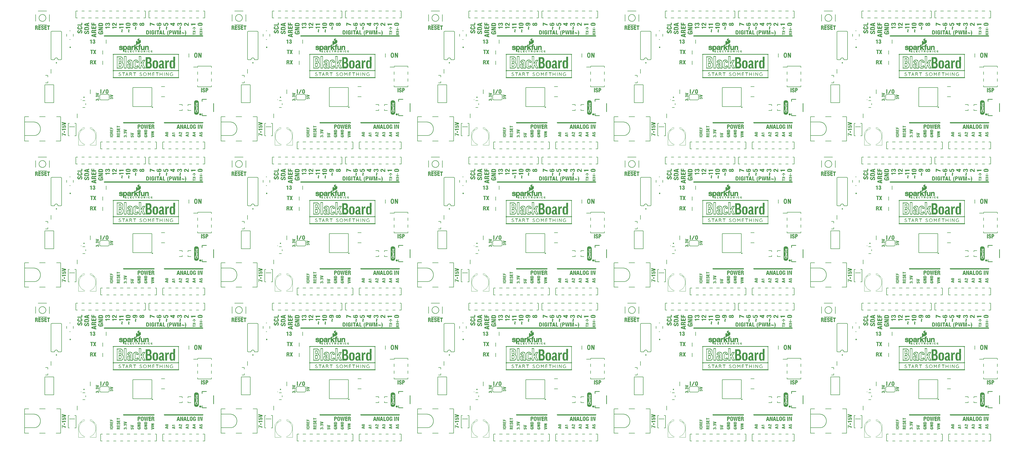
<source format=gto>
G75*
%MOIN*%
%OFA0B0*%
%FSLAX25Y25*%
%IPPOS*%
%LPD*%
%AMOC8*
5,1,8,0,0,1.08239X$1,22.5*
%
%ADD10R,0.00120X0.00126*%
%ADD11R,0.00370X0.00126*%
%ADD12R,0.00510X0.00126*%
%ADD13R,0.00630X0.00126*%
%ADD14R,0.00630X0.00125*%
%ADD15R,0.00750X0.00125*%
%ADD16R,0.01640X0.00125*%
%ADD17R,0.00760X0.00125*%
%ADD18R,0.01130X0.00125*%
%ADD19R,0.04410X0.00126*%
%ADD20R,0.00760X0.00126*%
%ADD21R,0.00880X0.00126*%
%ADD22R,0.02270X0.00126*%
%ADD23R,0.01010X0.00126*%
%ADD24R,0.02890X0.00126*%
%ADD25R,0.01760X0.00126*%
%ADD26R,0.01000X0.00126*%
%ADD27R,0.01130X0.00126*%
%ADD28R,0.03390X0.00126*%
%ADD29R,0.02260X0.00126*%
%ADD30R,0.04410X0.00126*%
%ADD31R,0.01010X0.00126*%
%ADD32R,0.01130X0.00126*%
%ADD33R,0.02270X0.00126*%
%ADD34R,0.03900X0.00126*%
%ADD35R,0.02770X0.00126*%
%ADD36R,0.01250X0.00126*%
%ADD37R,0.01260X0.00126*%
%ADD38R,0.04030X0.00126*%
%ADD39R,0.04020X0.00126*%
%ADD40R,0.03400X0.00126*%
%ADD41R,0.04410X0.00125*%
%ADD42R,0.00880X0.00125*%
%ADD43R,0.04150X0.00125*%
%ADD44R,0.03900X0.00125*%
%ADD45R,0.00750X0.00126*%
%ADD46R,0.04280X0.00126*%
%ADD47R,0.03650X0.00126*%
%ADD48R,0.00120X0.00126*%
%ADD49R,0.00130X0.00126*%
%ADD50R,0.00120X0.00126*%
%ADD51R,0.00250X0.00126*%
%ADD52R,0.00630X0.00126*%
%ADD53R,0.00500X0.00126*%
%ADD54R,0.00510X0.00126*%
%ADD55R,0.01140X0.00126*%
%ADD56R,0.01260X0.00126*%
%ADD57R,0.01250X0.00126*%
%ADD58R,0.02900X0.00126*%
%ADD59R,0.00620X0.00126*%
%ADD60R,0.00500X0.00126*%
%ADD61R,0.01640X0.00126*%
%ADD62R,0.01630X0.00126*%
%ADD63R,0.01640X0.00126*%
%ADD64R,0.00500X0.00125*%
%ADD65R,0.00620X0.00125*%
%ADD66R,0.01140X0.00125*%
%ADD67R,0.02010X0.00125*%
%ADD68R,0.02020X0.00125*%
%ADD69R,0.02130X0.00125*%
%ADD70R,0.02140X0.00125*%
%ADD71R,0.00620X0.00126*%
%ADD72R,0.01390X0.00126*%
%ADD73R,0.02510X0.00126*%
%ADD74R,0.02520X0.00126*%
%ADD75R,0.02520X0.00126*%
%ADD76R,0.00880X0.00126*%
%ADD77R,0.00750X0.00126*%
%ADD78R,0.02020X0.00126*%
%ADD79R,0.03020X0.00126*%
%ADD80R,0.03020X0.00126*%
%ADD81R,0.03010X0.00126*%
%ADD82R,0.02760X0.00126*%
%ADD83R,0.02650X0.00126*%
%ADD84R,0.03270X0.00126*%
%ADD85R,0.03270X0.00126*%
%ADD86R,0.02760X0.00125*%
%ADD87R,0.03270X0.00125*%
%ADD88R,0.03150X0.00125*%
%ADD89R,0.03140X0.00125*%
%ADD90R,0.03140X0.00125*%
%ADD91R,0.01390X0.00126*%
%ADD92R,0.02140X0.00126*%
%ADD93R,0.02640X0.00126*%
%ADD94R,0.00890X0.00126*%
%ADD95R,0.03640X0.00126*%
%ADD96R,0.03520X0.00126*%
%ADD97R,0.01890X0.00126*%
%ADD98R,0.04280X0.00126*%
%ADD99R,0.01640X0.00126*%
%ADD100R,0.02520X0.00126*%
%ADD101R,0.01000X0.00126*%
%ADD102R,0.03520X0.00126*%
%ADD103R,0.02260X0.00126*%
%ADD104R,0.00760X0.00126*%
%ADD105R,0.02390X0.00126*%
%ADD106R,0.02390X0.00126*%
%ADD107R,0.02270X0.00126*%
%ADD108R,0.02010X0.00126*%
%ADD109R,0.02140X0.00126*%
%ADD110R,0.01510X0.00126*%
%ADD111R,0.01890X0.00126*%
%ADD112R,0.02020X0.00126*%
%ADD113R,0.03020X0.00126*%
%ADD114R,0.02390X0.00126*%
%ADD115R,0.02390X0.00126*%
%ADD116R,0.01140X0.00126*%
%ADD117R,0.02900X0.00125*%
%ADD118R,0.01760X0.00125*%
%ADD119R,0.01010X0.00125*%
%ADD120R,0.01260X0.00125*%
%ADD121R,0.02390X0.00125*%
%ADD122R,0.02270X0.00125*%
%ADD123R,0.01890X0.00125*%
%ADD124R,0.03150X0.00126*%
%ADD125R,0.02020X0.00126*%
%ADD126R,0.01380X0.00126*%
%ADD127R,0.03400X0.00126*%
%ADD128R,0.01770X0.00126*%
%ADD129R,0.02270X0.00126*%
%ADD130R,0.01760X0.00126*%
%ADD131R,0.02770X0.00125*%
%ADD132R,0.03270X0.00126*%
%ADD133R,0.03270X0.00126*%
%ADD134R,0.02130X0.00126*%
%ADD135R,0.03020X0.00126*%
%ADD136R,0.03010X0.00126*%
%ADD137R,0.01000X0.00125*%
%ADD138R,0.02140X0.00125*%
%ADD139R,0.02640X0.00126*%
%ADD140R,0.02140X0.00126*%
%ADD141R,0.03140X0.00126*%
%ADD142R,0.01880X0.00126*%
%ADD143R,0.03770X0.00126*%
%ADD144R,0.01380X0.00125*%
%ADD145R,0.03270X0.00125*%
%ADD146R,0.04280X0.00125*%
%ADD147R,0.02010X0.00126*%
%ADD148R,0.01770X0.00125*%
%ADD149R,0.00510X0.00125*%
%ADD150R,0.03520X0.00126*%
%ADD151R,0.00380X0.00126*%
%ADD152R,0.03140X0.00126*%
%ADD153R,0.03900X0.00126*%
%ADD154R,0.04020X0.00126*%
%ADD155R,0.03770X0.00125*%
%ADD156R,0.01640X0.00125*%
%ADD157R,0.01250X0.00125*%
%ADD158R,0.01390X0.00125*%
%ADD159R,0.01140X0.00125*%
%ADD160R,0.02390X0.00125*%
%ADD161R,0.03140X0.00126*%
%ADD162R,0.04150X0.00126*%
%ADD163R,0.02640X0.00126*%
%ADD164R,0.01890X0.00126*%
%ADD165R,0.02640X0.00125*%
%ADD166R,0.02640X0.00126*%
%ADD167R,0.04150X0.00126*%
%ADD168R,0.02130X0.00126*%
%ADD169R,0.04270X0.00126*%
%ADD170R,0.00380X0.00125*%
%ADD171R,0.01510X0.00125*%
%ADD172R,0.01510X0.00126*%
%ADD173R,0.01390X0.00126*%
%ADD174R,0.01380X0.00126*%
%ADD175R,0.02270X0.00125*%
%ADD176R,0.01390X0.00125*%
%ADD177R,0.03650X0.00126*%
%ADD178R,0.03770X0.00126*%
%ADD179R,0.01880X0.00125*%
%ADD180R,0.05280X0.00126*%
%ADD181R,0.05540X0.00126*%
%ADD182R,0.04030X0.00126*%
%ADD183R,0.04020X0.00126*%
%ADD184R,0.05790X0.00125*%
%ADD185R,0.03020X0.00125*%
%ADD186R,0.03770X0.00125*%
%ADD187R,0.03780X0.00125*%
%ADD188R,0.05790X0.00126*%
%ADD189R,0.05790X0.00126*%
%ADD190R,0.03150X0.00126*%
%ADD191R,0.01630X0.00126*%
%ADD192R,0.02770X0.00126*%
%ADD193R,0.02890X0.00126*%
%ADD194R,0.01500X0.00126*%
%ADD195R,0.02890X0.00126*%
%ADD196R,0.03390X0.00126*%
%ADD197R,0.01500X0.00125*%
%ADD198R,0.03520X0.00125*%
%ADD199R,0.01500X0.00126*%
%ADD200R,0.01630X0.00125*%
%ADD201R,0.01880X0.00126*%
%ADD202R,0.01140X0.00126*%
%ADD203R,0.03530X0.00126*%
%ADD204R,0.03520X0.00125*%
%ADD205R,0.03530X0.00125*%
%ADD206R,0.00890X0.00125*%
%ADD207R,0.02770X0.00126*%
%ADD208R,0.03520X0.00126*%
%ADD209R,0.03780X0.00126*%
%ADD210R,0.03140X0.00126*%
%ADD211R,0.01140X0.00126*%
%ADD212R,0.03650X0.00125*%
%ADD213R,0.03390X0.00125*%
%ADD214R,0.02890X0.00126*%
%ADD215R,0.00890X0.00126*%
%ADD216R,0.03770X0.00126*%
%ADD217R,0.01770X0.00126*%
%ADD218R,0.04400X0.00126*%
%ADD219R,0.01770X0.00126*%
%ADD220R,0.04900X0.00125*%
%ADD221R,0.02890X0.00125*%
%ADD222R,0.02770X0.00125*%
%ADD223R,0.05150X0.00126*%
%ADD224R,0.05030X0.00126*%
%ADD225R,0.04660X0.00126*%
%ADD226R,0.05030X0.00125*%
%ADD227R,0.05030X0.00126*%
%ADD228R,0.04520X0.00126*%
%ADD229R,0.44410X0.00126*%
%ADD230R,0.55850X0.00126*%
%ADD231R,0.45150X0.00126*%
%ADD232R,0.56600X0.00126*%
%ADD233R,0.45410X0.00126*%
%ADD234R,0.56850X0.00126*%
%ADD235R,0.45660X0.00125*%
%ADD236R,0.56980X0.00125*%
%ADD237R,0.45660X0.00126*%
%ADD238R,0.57110X0.00126*%
%ADD239R,0.45660X0.00126*%
%ADD240R,0.57110X0.00126*%
%ADD241R,0.45530X0.00125*%
%ADD242R,0.56850X0.00125*%
%ADD243R,0.56730X0.00126*%
%ADD244R,0.44910X0.00126*%
%ADD245R,0.56230X0.00126*%
%ADD246R,0.03400X0.00125*%
%ADD247R,0.02140X0.00126*%
%ADD248R,0.02770X0.00126*%
%ADD249R,0.00250X0.00125*%
%ADD250R,0.02890X0.00125*%
%ADD251R,0.01890X0.00126*%
%ADD252R,0.02260X0.00125*%
%ADD253R,0.03780X0.00126*%
%ADD254R,0.02900X0.00126*%
%ADD255R,0.04650X0.00126*%
%ADD256R,1.43150X0.00126*%
%ADD257R,0.05160X0.00126*%
%ADD258R,1.43520X0.00126*%
%ADD259R,1.43770X0.00126*%
%ADD260R,1.44020X0.00125*%
%ADD261R,0.05290X0.00126*%
%ADD262R,1.44020X0.00126*%
%ADD263R,0.05410X0.00126*%
%ADD264R,1.44020X0.00126*%
%ADD265R,1.43770X0.00126*%
%ADD266R,1.42770X0.00126*%
%ADD267R,0.05410X0.00125*%
%ADD268R,0.05160X0.00125*%
%ADD269R,0.04780X0.00126*%
%ADD270R,0.03280X0.00125*%
%ADD271R,0.04650X0.00126*%
%ADD272R,0.03280X0.00126*%
%ADD273R,0.05660X0.00126*%
%ADD274R,0.06040X0.00126*%
%ADD275R,0.01390X0.00126*%
%ADD276R,0.06170X0.00125*%
%ADD277R,0.06410X0.00126*%
%ADD278R,0.06670X0.00126*%
%ADD279R,0.06790X0.00126*%
%ADD280R,0.00250X0.00126*%
%ADD281R,0.06790X0.00126*%
%ADD282R,0.00120X0.00126*%
%ADD283R,0.00130X0.00126*%
%ADD284R,0.06790X0.00125*%
%ADD285R,0.01890X0.00125*%
%ADD286R,0.00890X0.00125*%
%ADD287R,0.00130X0.00125*%
%ADD288R,0.03390X0.00126*%
%ADD289R,0.03390X0.00125*%
%ADD290R,0.06540X0.00126*%
%ADD291R,0.03280X0.00126*%
%ADD292R,0.02760X0.00126*%
%ADD293R,0.06170X0.00126*%
%ADD294R,0.06160X0.00126*%
%ADD295R,0.06290X0.00126*%
%ADD296R,0.02510X0.00125*%
%ADD297R,0.06410X0.00125*%
%ADD298R,0.06290X0.00125*%
%ADD299R,0.06540X0.00125*%
%ADD300R,0.06660X0.00126*%
%ADD301R,0.06420X0.00126*%
%ADD302R,0.06800X0.00126*%
%ADD303R,0.06800X0.00126*%
%ADD304R,0.06800X0.00125*%
%ADD305R,0.00370X0.00126*%
%ADD306R,0.03020X0.00125*%
%ADD307R,0.04530X0.00126*%
%ADD308R,0.04910X0.00126*%
%ADD309R,0.02510X0.00126*%
%ADD310R,0.03390X0.00126*%
%ADD311R,0.05290X0.00126*%
%ADD312R,0.03640X0.00126*%
%ADD313R,0.05780X0.00126*%
%ADD314R,0.06030X0.00125*%
%ADD315R,0.03640X0.00125*%
%ADD316R,0.06040X0.00125*%
%ADD317R,0.06170X0.00126*%
%ADD318R,0.06410X0.00126*%
%ADD319R,0.06290X0.00126*%
%ADD320R,0.03640X0.00126*%
%ADD321R,0.06670X0.00126*%
%ADD322R,0.02520X0.00125*%
%ADD323R,0.02020X0.00125*%
%ADD324R,0.01640X0.00126*%
%ADD325R,0.06540X0.00126*%
%ADD326R,0.06420X0.00125*%
%ADD327R,0.06670X0.00125*%
%ADD328R,0.05780X0.00126*%
%ADD329R,0.06420X0.00126*%
%ADD330R,0.03530X0.00126*%
%ADD331R,0.05540X0.00126*%
%ADD332R,0.06040X0.00126*%
%ADD333R,0.05920X0.00126*%
%ADD334R,0.03890X0.00126*%
%ADD335R,0.04660X0.00125*%
%ADD336R,0.05780X0.00125*%
%ADD337R,0.05400X0.00126*%
%ADD338R,0.05530X0.00126*%
%ADD339R,0.05040X0.00126*%
%ADD340R,0.05160X0.00126*%
%ADD341C,0.00800*%
%ADD342R,0.02020X0.00126*%
%ADD343R,0.02650X0.00125*%
%ADD344R,0.02650X0.00126*%
%ADD345R,0.04780X0.00126*%
%ADD346R,0.05660X0.00126*%
%ADD347R,0.06670X0.00126*%
%ADD348R,0.06280X0.00126*%
%ADD349R,0.06160X0.00125*%
%ADD350R,0.04650X0.00125*%
%ADD351R,0.05150X0.00125*%
%ADD352R,0.05280X0.00125*%
%ADD353R,0.04910X0.00126*%
%ADD354R,0.02000X0.00166*%
%ADD355R,0.01660X0.00166*%
%ADD356R,0.01340X0.00166*%
%ADD357R,0.00330X0.00166*%
%ADD358R,0.00500X0.00166*%
%ADD359R,0.01330X0.00166*%
%ADD360R,0.00340X0.00166*%
%ADD361R,0.02000X0.00167*%
%ADD362R,0.01660X0.00167*%
%ADD363R,0.00500X0.00167*%
%ADD364R,0.01670X0.00167*%
%ADD365R,0.00670X0.00167*%
%ADD366R,0.01830X0.00167*%
%ADD367R,0.00830X0.00167*%
%ADD368R,0.00660X0.00167*%
%ADD369R,0.00670X0.00166*%
%ADD370R,0.00660X0.00166*%
%ADD371R,0.00830X0.00166*%
%ADD372R,0.00330X0.00167*%
%ADD373R,0.01000X0.00167*%
%ADD374R,0.01000X0.00166*%
%ADD375R,0.01840X0.00167*%
%ADD376R,0.01330X0.00167*%
%ADD377R,0.01500X0.00167*%
%ADD378R,0.01160X0.00167*%
%ADD379R,0.02170X0.00167*%
%ADD380R,0.00840X0.00167*%
%ADD381R,0.02330X0.00167*%
%ADD382R,0.01840X0.00166*%
%ADD383R,0.01830X0.00166*%
%ADD384R,0.01170X0.00166*%
%ADD385R,0.02160X0.00166*%
%ADD386R,0.01500X0.00166*%
%ADD387R,0.01160X0.00166*%
%ADD388R,0.03010X0.00125*%
%ADD389R,0.03770X0.00126*%
%ADD390R,0.01240X0.00203*%
%ADD391R,0.01110X0.00129*%
%ADD392R,0.01210X0.00155*%
%ADD393R,0.01180X0.00181*%
%ADD394R,0.01180X0.00206*%
%ADD395R,0.01160X0.00132*%
%ADD396R,0.01260X0.00158*%
%ADD397R,0.01230X0.00184*%
%ADD398R,0.01250X0.00191*%
%ADD399R,0.01280X0.00165*%
%ADD400R,0.01180X0.00239*%
%ADD401R,0.01200X0.00213*%
%ADD402R,0.01200X0.00187*%
%ADD403R,0.01230X0.00162*%
%ADD404R,0.01230X0.00126*%
%ADD405C,0.00400*%
%ADD406C,0.00500*%
%ADD407C,0.00300*%
%ADD408C,0.00700*%
%ADD409C,0.01000*%
%ADD410C,0.01500*%
%ADD411C,0.00600*%
%ADD412C,0.01000*%
%ADD413C,0.01575*%
%ADD414R,0.00157X0.16220*%
%ADD415R,0.00157X0.17165*%
%ADD416R,0.00157X0.17795*%
%ADD417R,0.00157X0.18425*%
%ADD418R,0.00157X0.18740*%
%ADD419R,0.00157X0.19055*%
%ADD420R,0.00157X0.11654*%
%ADD421R,0.00157X0.00945*%
%ADD422R,0.00157X0.05669*%
%ADD423R,0.00157X0.04252*%
%ADD424R,0.00157X0.06614*%
%ADD425R,0.00157X0.00630*%
%ADD426R,0.00157X0.03937*%
%ADD427R,0.00157X0.06142*%
%ADD428R,0.00157X0.00472*%
%ADD429R,0.00157X0.05827*%
%ADD430R,0.00157X0.03622*%
%ADD431R,0.00157X0.05984*%
%ADD432R,0.00157X0.03465*%
%ADD433R,0.00157X0.05512*%
%ADD434R,0.00157X0.13858*%
%ADD435R,0.00157X0.03307*%
%ADD436R,0.00157X0.01102*%
%ADD437R,0.00157X0.13701*%
%ADD438R,0.00157X0.01417*%
%ADD439R,0.00157X0.00787*%
%ADD440R,0.00157X0.03780*%
%ADD441R,0.00157X0.01732*%
%ADD442R,0.00157X0.00315*%
%ADD443R,0.00157X0.01890*%
%ADD444R,0.00157X0.02047*%
%ADD445R,0.00157X0.03150*%
%ADD446R,0.00157X0.00157*%
%ADD447R,0.00157X0.04882*%
%ADD448R,0.00157X0.04567*%
%ADD449R,0.00157X0.02992*%
%ADD450R,0.00157X0.01260*%
%ADD451R,0.00157X0.02835*%
%ADD452R,0.00157X0.01575*%
%ADD453R,0.00157X0.19370*%
%ADD454R,0.95669X0.00236*%
%ADD455R,0.01181X0.00236*%
%ADD456R,0.00945X0.00236*%
%ADD457R,0.03307X0.00236*%
%ADD458R,0.05433X0.00236*%
%ADD459R,0.06614X0.00236*%
%ADD460R,0.07087X0.00236*%
%ADD461R,0.00709X0.00236*%
%ADD462R,0.02362X0.00236*%
%ADD463R,0.07559X0.00236*%
%ADD464R,0.01890X0.00236*%
%ADD465R,0.05197X0.00236*%
%ADD466R,0.01417X0.00236*%
%ADD467R,0.05906X0.00236*%
%ADD468R,0.06850X0.00236*%
%ADD469R,0.07323X0.00236*%
%ADD470R,0.02598X0.00236*%
%ADD471R,0.03071X0.00236*%
%ADD472R,0.07795X0.00236*%
%ADD473R,0.02835X0.00236*%
%ADD474R,0.03780X0.00236*%
%ADD475R,0.04724X0.00236*%
%ADD476R,0.04488X0.00236*%
%ADD477R,0.03543X0.00236*%
%ADD478R,0.01654X0.00236*%
%ADD479R,0.02126X0.00236*%
%ADD480R,0.04252X0.00236*%
%ADD481R,0.05669X0.00236*%
%ADD482R,0.06378X0.00236*%
%ADD483R,0.00472X0.00236*%
%ADD484R,0.08031X0.00236*%
%ADD485R,0.04016X0.00236*%
%ADD486R,0.06142X0.00236*%
%ADD487R,0.08504X0.00236*%
%ADD488R,0.08268X0.00236*%
%ADD489R,0.04961X0.00236*%
D10*
X0219550Y0050000D03*
X0504550Y0050000D03*
X0789550Y0050000D03*
X1074550Y0050000D03*
X1359550Y0050000D03*
X1407350Y0201950D03*
X1359550Y0262000D03*
X1122350Y0201950D03*
X1074550Y0262000D03*
X0837350Y0201950D03*
X0789550Y0262000D03*
X0552350Y0201950D03*
X0504550Y0262000D03*
X0267350Y0201950D03*
X0219550Y0262000D03*
X0267350Y0413950D03*
X0219550Y0474000D03*
X0504550Y0474000D03*
X0552350Y0413950D03*
X0789550Y0474000D03*
X0837350Y0413950D03*
X1074550Y0474000D03*
X1122350Y0413950D03*
X1359550Y0474000D03*
X1407350Y0413950D03*
X1407350Y0625950D03*
X1122350Y0625950D03*
X0837350Y0625950D03*
X0552350Y0625950D03*
X0267350Y0625950D03*
D11*
X0267225Y0625698D03*
X0231125Y0635887D03*
X0142575Y0527126D03*
X0172885Y0484063D03*
X0183075Y0474126D03*
X0231125Y0423887D03*
X0267225Y0413698D03*
X0457885Y0484063D03*
X0468075Y0474126D03*
X0516125Y0423887D03*
X0552225Y0413698D03*
X0742885Y0484063D03*
X0753075Y0474126D03*
X0801125Y0423887D03*
X0837225Y0413698D03*
X1027885Y0484063D03*
X1038075Y0474126D03*
X1086125Y0423887D03*
X1122225Y0413698D03*
X1312885Y0484063D03*
X1323075Y0474126D03*
X1371125Y0423887D03*
X1407225Y0413698D03*
X1282575Y0315126D03*
X1312885Y0272063D03*
X1323075Y0262126D03*
X1371125Y0211887D03*
X1407225Y0201698D03*
X1282575Y0103126D03*
X1312885Y0060063D03*
X1323075Y0050126D03*
X1038075Y0050126D03*
X1027885Y0060063D03*
X0997575Y0103126D03*
X1122225Y0201698D03*
X1086125Y0211887D03*
X1038075Y0262126D03*
X1027885Y0272063D03*
X0997575Y0315126D03*
X0801125Y0211887D03*
X0837225Y0201698D03*
X0753075Y0262126D03*
X0742885Y0272063D03*
X0712575Y0315126D03*
X0516125Y0211887D03*
X0552225Y0201698D03*
X0468075Y0262126D03*
X0457885Y0272063D03*
X0427575Y0315126D03*
X0231125Y0211887D03*
X0267225Y0201698D03*
X0183075Y0262126D03*
X0172885Y0272063D03*
X0142575Y0315126D03*
X0142575Y0103126D03*
X0172885Y0060063D03*
X0183075Y0050126D03*
X0427575Y0103126D03*
X0457885Y0060063D03*
X0468075Y0050126D03*
X0712575Y0103126D03*
X0742885Y0060063D03*
X0753075Y0050126D03*
X0712575Y0527126D03*
X0837225Y0625698D03*
X0801125Y0635887D03*
X0552225Y0625698D03*
X0516125Y0635887D03*
X0427575Y0527126D03*
X0997575Y0527126D03*
X1122225Y0625698D03*
X1086125Y0635887D03*
X1282575Y0527126D03*
X1407225Y0625698D03*
X1371125Y0635887D03*
D12*
X1371815Y0634503D03*
X1338105Y0636138D03*
X1269086Y0640106D03*
X1135245Y0626201D03*
X1086815Y0634503D03*
X1053105Y0636138D03*
X0984086Y0640106D03*
X0850245Y0626201D03*
X0801815Y0634503D03*
X0768105Y0636138D03*
X0699086Y0640106D03*
X0565245Y0626201D03*
X0516815Y0634503D03*
X0483105Y0636138D03*
X0414086Y0640106D03*
X0280245Y0626201D03*
X0231815Y0634503D03*
X0198105Y0636138D03*
X0129086Y0640106D03*
X0142385Y0534799D03*
X0161565Y0530506D03*
X0163075Y0529626D03*
X0182885Y0481799D03*
X0191565Y0475006D03*
X0193075Y0474126D03*
X0209805Y0482931D03*
X0271815Y0480038D03*
X0271815Y0479912D03*
X0231815Y0422503D03*
X0198105Y0424138D03*
X0129086Y0428106D03*
X0280245Y0414201D03*
X0414086Y0428106D03*
X0483105Y0424138D03*
X0516815Y0422503D03*
X0565245Y0414201D03*
X0478075Y0474126D03*
X0476565Y0475006D03*
X0467885Y0481799D03*
X0494805Y0482931D03*
X0556815Y0480038D03*
X0556815Y0479912D03*
X0448075Y0529626D03*
X0446565Y0530506D03*
X0427385Y0534799D03*
X0699086Y0428106D03*
X0768105Y0424138D03*
X0801815Y0422503D03*
X0850245Y0414201D03*
X0984086Y0428106D03*
X1053105Y0424138D03*
X1086815Y0422503D03*
X1135245Y0414201D03*
X1269086Y0428106D03*
X1338105Y0424138D03*
X1371815Y0422503D03*
X1420245Y0414201D03*
X1333075Y0474126D03*
X1331565Y0475006D03*
X1322885Y0481799D03*
X1349805Y0482931D03*
X1411815Y0480038D03*
X1411815Y0479912D03*
X1303075Y0529626D03*
X1301565Y0530506D03*
X1282385Y0534799D03*
X1126815Y0480038D03*
X1126815Y0479912D03*
X1064805Y0482931D03*
X1048075Y0474126D03*
X1046565Y0475006D03*
X1037885Y0481799D03*
X1018075Y0529626D03*
X1016565Y0530506D03*
X0997385Y0534799D03*
X0841815Y0480038D03*
X0841815Y0479912D03*
X0779805Y0482931D03*
X0763075Y0474126D03*
X0761565Y0475006D03*
X0752885Y0481799D03*
X0733075Y0529626D03*
X0731565Y0530506D03*
X0712385Y0534799D03*
X0712385Y0322799D03*
X0731565Y0318506D03*
X0733075Y0317626D03*
X0752885Y0269799D03*
X0761565Y0263006D03*
X0763075Y0262126D03*
X0779805Y0270931D03*
X0841815Y0268038D03*
X0841815Y0267912D03*
X0801815Y0210503D03*
X0768105Y0212138D03*
X0699086Y0216106D03*
X0565245Y0202201D03*
X0516815Y0210503D03*
X0483105Y0212138D03*
X0414086Y0216106D03*
X0478075Y0262126D03*
X0476565Y0263006D03*
X0467885Y0269799D03*
X0494805Y0270931D03*
X0556815Y0268038D03*
X0556815Y0267912D03*
X0448075Y0317626D03*
X0446565Y0318506D03*
X0427385Y0322799D03*
X0271815Y0268038D03*
X0271815Y0267912D03*
X0209805Y0270931D03*
X0191565Y0263006D03*
X0193075Y0262126D03*
X0182885Y0269799D03*
X0163075Y0317626D03*
X0161565Y0318506D03*
X0142385Y0322799D03*
X0129086Y0216106D03*
X0198105Y0212138D03*
X0231815Y0210503D03*
X0280245Y0202201D03*
X0142385Y0110799D03*
X0161565Y0106506D03*
X0163075Y0105626D03*
X0182885Y0057799D03*
X0191565Y0051006D03*
X0193075Y0050126D03*
X0209805Y0058931D03*
X0271815Y0056038D03*
X0271815Y0055912D03*
X0427385Y0110799D03*
X0446565Y0106506D03*
X0448075Y0105626D03*
X0467885Y0057799D03*
X0476565Y0051006D03*
X0478075Y0050126D03*
X0494805Y0058931D03*
X0556815Y0056038D03*
X0556815Y0055912D03*
X0712385Y0110799D03*
X0731565Y0106506D03*
X0733075Y0105626D03*
X0752885Y0057799D03*
X0761565Y0051006D03*
X0763075Y0050126D03*
X0779805Y0058931D03*
X0841815Y0056038D03*
X0841815Y0055912D03*
X0997385Y0110799D03*
X1016565Y0106506D03*
X1018075Y0105626D03*
X1037885Y0057799D03*
X1046565Y0051006D03*
X1048075Y0050126D03*
X1064805Y0058931D03*
X1126815Y0056038D03*
X1126815Y0055912D03*
X1282385Y0110799D03*
X1301565Y0106506D03*
X1303075Y0105626D03*
X1322885Y0057799D03*
X1331565Y0051006D03*
X1333075Y0050126D03*
X1349805Y0058931D03*
X1411815Y0056038D03*
X1411815Y0055912D03*
X1420245Y0202201D03*
X1371815Y0210503D03*
X1338105Y0212138D03*
X1269086Y0216106D03*
X1333075Y0262126D03*
X1331565Y0263006D03*
X1322885Y0269799D03*
X1349805Y0270931D03*
X1411815Y0268038D03*
X1411815Y0267912D03*
X1303075Y0317626D03*
X1301565Y0318506D03*
X1282385Y0322799D03*
X1126815Y0268038D03*
X1126815Y0267912D03*
X1064805Y0270931D03*
X1046565Y0263006D03*
X1048075Y0262126D03*
X1037885Y0269799D03*
X1018075Y0317626D03*
X1016565Y0318506D03*
X0997385Y0322799D03*
X0984086Y0216106D03*
X1053105Y0212138D03*
X1086815Y0210503D03*
X1135245Y0202201D03*
X0850245Y0202201D03*
X1420245Y0626201D03*
D13*
X1420305Y0625195D03*
X1420305Y0625069D03*
X1420305Y0624692D03*
X1420305Y0624566D03*
X1420305Y0623560D03*
X1420305Y0623434D03*
X1420305Y0623308D03*
X1420305Y0622931D03*
X1423575Y0626201D03*
X1420305Y0628340D03*
X1430245Y0628340D03*
X1433515Y0626201D03*
X1431875Y0624063D03*
X1431875Y0623937D03*
X1431875Y0623434D03*
X1430245Y0623434D03*
X1404335Y0625069D03*
X1381815Y0640038D03*
X1148515Y0626201D03*
X1146875Y0624063D03*
X1146875Y0623937D03*
X1146875Y0623434D03*
X1145245Y0623434D03*
X1145245Y0628340D03*
X1138575Y0626201D03*
X1135305Y0625195D03*
X1135305Y0625069D03*
X1135305Y0624692D03*
X1135305Y0624566D03*
X1135305Y0623560D03*
X1135305Y0623434D03*
X1135305Y0623308D03*
X1135305Y0622931D03*
X1135305Y0628340D03*
X1119335Y0625069D03*
X1096815Y0640038D03*
X0994555Y0533667D03*
X0994555Y0528635D03*
X0994555Y0528258D03*
X0994685Y0528006D03*
X0998325Y0528006D03*
X1015115Y0530506D03*
X1015115Y0530758D03*
X1015115Y0530884D03*
X1015115Y0531135D03*
X1015115Y0531387D03*
X1015115Y0531638D03*
X1015115Y0531890D03*
X1015115Y0532016D03*
X1016505Y0531135D03*
X1018765Y0531135D03*
X1025115Y0490478D03*
X1025115Y0490352D03*
X1025115Y0490101D03*
X1025115Y0488717D03*
X1025115Y0488591D03*
X1025115Y0488340D03*
X1025115Y0488088D03*
X1025115Y0486956D03*
X1025115Y0486830D03*
X1025115Y0486453D03*
X1025115Y0486327D03*
X1025115Y0486201D03*
X1025115Y0485824D03*
X1026875Y0485824D03*
X1026875Y0486201D03*
X1026875Y0486327D03*
X1026875Y0486453D03*
X1026875Y0486830D03*
X1026875Y0486956D03*
X1025115Y0482931D03*
X1024995Y0482805D03*
X1024995Y0482428D03*
X1025115Y0482302D03*
X1025115Y0480415D03*
X1025115Y0480038D03*
X1025115Y0479912D03*
X1025115Y0479660D03*
X1025115Y0479409D03*
X1025115Y0479283D03*
X1025115Y0478906D03*
X1026875Y0478906D03*
X1026875Y0479283D03*
X1026875Y0479409D03*
X1026875Y0479660D03*
X1026875Y0479912D03*
X1026875Y0480038D03*
X1028895Y0482302D03*
X1028895Y0482428D03*
X1028895Y0482805D03*
X1028895Y0482931D03*
X1028895Y0477019D03*
X1027005Y0475887D03*
X1027005Y0475635D03*
X1027005Y0475384D03*
X1027005Y0475258D03*
X1025115Y0475258D03*
X1025115Y0475384D03*
X1025115Y0475635D03*
X1025115Y0475887D03*
X1018866Y0477087D03*
X1018866Y0477213D03*
X1018866Y0477590D03*
X1015216Y0477590D03*
X1015086Y0477213D03*
X1015216Y0480483D03*
X1015216Y0480609D03*
X1015216Y0480735D03*
X1015216Y0481112D03*
X1015216Y0484005D03*
X1015216Y0484131D03*
X1015216Y0484508D03*
X1015216Y0484634D03*
X1015216Y0484760D03*
X1015216Y0485137D03*
X1015216Y0485263D03*
X1016976Y0485263D03*
X1016976Y0485137D03*
X1016976Y0484760D03*
X1016976Y0484634D03*
X1016976Y0484508D03*
X1016976Y0484131D03*
X1016976Y0484005D03*
X1018736Y0484005D03*
X1018736Y0484131D03*
X1018736Y0484508D03*
X1018736Y0484634D03*
X1018736Y0484760D03*
X1018736Y0485137D03*
X1018736Y0485263D03*
X1016976Y0487401D03*
X1016976Y0487527D03*
X1016976Y0487653D03*
X1016976Y0488030D03*
X1016976Y0488156D03*
X1016976Y0488408D03*
X1015216Y0488408D03*
X1015216Y0488156D03*
X1015216Y0488030D03*
X1015216Y0487653D03*
X1015216Y0487527D03*
X1015216Y0487401D03*
X1035055Y0480667D03*
X1035055Y0475635D03*
X1035055Y0475258D03*
X1035185Y0475006D03*
X1038825Y0475006D03*
X1045115Y0475006D03*
X1045115Y0475258D03*
X1045115Y0475384D03*
X1045115Y0475635D03*
X1045115Y0475887D03*
X1045115Y0476138D03*
X1045115Y0476390D03*
X1045115Y0476516D03*
X1046505Y0475635D03*
X1048765Y0475635D03*
X1054805Y0475635D03*
X1054805Y0475887D03*
X1056945Y0475887D03*
X1056945Y0476138D03*
X1058705Y0475887D03*
X1058705Y0475635D03*
X1064745Y0475635D03*
X1064745Y0475887D03*
X1066875Y0475887D03*
X1066875Y0476138D03*
X1064865Y0482805D03*
X1064865Y0483308D03*
X1064865Y0483434D03*
X1064865Y0483560D03*
X1068515Y0483560D03*
X1068515Y0483434D03*
X1058705Y0483308D03*
X1058575Y0483434D03*
X1058575Y0483560D03*
X1058705Y0482931D03*
X1058705Y0482805D03*
X1054925Y0482805D03*
X1054925Y0482931D03*
X1054925Y0483308D03*
X1054925Y0483434D03*
X1054925Y0483560D03*
X1074805Y0474126D03*
X1095185Y0479912D03*
X1095185Y0480415D03*
X1098955Y0480415D03*
X1098955Y0479912D03*
X1098825Y0478151D03*
X1097945Y0477019D03*
X1097945Y0476767D03*
X1097945Y0476516D03*
X1097945Y0476390D03*
X1105745Y0478780D03*
X1105745Y0478906D03*
X1105745Y0479283D03*
X1107885Y0477019D03*
X1107885Y0476767D03*
X1107885Y0476516D03*
X1107885Y0476390D03*
X1108765Y0478151D03*
X1115055Y0480038D03*
X1115055Y0480541D03*
X1115935Y0481547D03*
X1118705Y0481547D03*
X1118705Y0481170D03*
X1118705Y0481044D03*
X1118705Y0480667D03*
X1118705Y0480541D03*
X1118705Y0480415D03*
X1118705Y0480038D03*
X1118705Y0478151D03*
X1124995Y0479912D03*
X1124995Y0480541D03*
X1128765Y0480541D03*
X1128765Y0480415D03*
X1128765Y0480038D03*
X1128765Y0479912D03*
X1137695Y0479912D03*
X1137695Y0480038D03*
X1137695Y0479660D03*
X1138575Y0478151D03*
X1137695Y0481547D03*
X1144865Y0481170D03*
X1144865Y0481044D03*
X1144865Y0480667D03*
X1144865Y0480541D03*
X1144865Y0480415D03*
X1144865Y0480038D03*
X1144865Y0479912D03*
X1148515Y0478151D03*
X1232375Y0489340D03*
X1232375Y0489591D03*
X1300216Y0488408D03*
X1300216Y0488156D03*
X1300216Y0488030D03*
X1300216Y0487653D03*
X1300216Y0487527D03*
X1300216Y0487401D03*
X1301976Y0487401D03*
X1301976Y0487527D03*
X1301976Y0487653D03*
X1301976Y0488030D03*
X1301976Y0488156D03*
X1301976Y0488408D03*
X1301976Y0485263D03*
X1301976Y0485137D03*
X1301976Y0484760D03*
X1301976Y0484634D03*
X1301976Y0484508D03*
X1301976Y0484131D03*
X1301976Y0484005D03*
X1300216Y0484005D03*
X1300216Y0484131D03*
X1300216Y0484508D03*
X1300216Y0484634D03*
X1300216Y0484760D03*
X1300216Y0485137D03*
X1300216Y0485263D03*
X1303736Y0485263D03*
X1303736Y0485137D03*
X1303736Y0484760D03*
X1303736Y0484634D03*
X1303736Y0484508D03*
X1303736Y0484131D03*
X1303736Y0484005D03*
X1300216Y0481112D03*
X1300216Y0480735D03*
X1300216Y0480609D03*
X1300216Y0480483D03*
X1300216Y0477590D03*
X1300086Y0477213D03*
X1303866Y0477213D03*
X1303866Y0477087D03*
X1303866Y0477590D03*
X1310115Y0478906D03*
X1310115Y0479283D03*
X1310115Y0479409D03*
X1310115Y0479660D03*
X1310115Y0479912D03*
X1310115Y0480038D03*
X1310115Y0480415D03*
X1311875Y0480038D03*
X1311875Y0479912D03*
X1311875Y0479660D03*
X1311875Y0479409D03*
X1311875Y0479283D03*
X1311875Y0478906D03*
X1313895Y0477019D03*
X1312005Y0475887D03*
X1312005Y0475635D03*
X1312005Y0475384D03*
X1312005Y0475258D03*
X1310115Y0475258D03*
X1310115Y0475384D03*
X1310115Y0475635D03*
X1310115Y0475887D03*
X1310115Y0482302D03*
X1309995Y0482428D03*
X1309995Y0482805D03*
X1310115Y0482931D03*
X1310115Y0485824D03*
X1310115Y0486201D03*
X1310115Y0486327D03*
X1310115Y0486453D03*
X1310115Y0486830D03*
X1310115Y0486956D03*
X1310115Y0488088D03*
X1310115Y0488340D03*
X1310115Y0488591D03*
X1310115Y0488717D03*
X1310115Y0490101D03*
X1310115Y0490352D03*
X1310115Y0490478D03*
X1311875Y0486956D03*
X1311875Y0486830D03*
X1311875Y0486453D03*
X1311875Y0486327D03*
X1311875Y0486201D03*
X1311875Y0485824D03*
X1313895Y0482931D03*
X1313895Y0482805D03*
X1313895Y0482428D03*
X1313895Y0482302D03*
X1320055Y0480667D03*
X1320055Y0475635D03*
X1320055Y0475258D03*
X1320185Y0475006D03*
X1323825Y0475006D03*
X1330115Y0475006D03*
X1330115Y0475258D03*
X1330115Y0475384D03*
X1330115Y0475635D03*
X1330115Y0475887D03*
X1330115Y0476138D03*
X1330115Y0476390D03*
X1330115Y0476516D03*
X1331505Y0475635D03*
X1333765Y0475635D03*
X1339805Y0475635D03*
X1339805Y0475887D03*
X1341945Y0475887D03*
X1341945Y0476138D03*
X1343705Y0475887D03*
X1343705Y0475635D03*
X1349745Y0475635D03*
X1349745Y0475887D03*
X1351875Y0475887D03*
X1351875Y0476138D03*
X1349865Y0482805D03*
X1349865Y0483308D03*
X1349865Y0483434D03*
X1349865Y0483560D03*
X1353515Y0483560D03*
X1353515Y0483434D03*
X1343705Y0483308D03*
X1343575Y0483434D03*
X1343575Y0483560D03*
X1343705Y0482931D03*
X1343705Y0482805D03*
X1339925Y0482805D03*
X1339925Y0482931D03*
X1339925Y0483308D03*
X1339925Y0483434D03*
X1339925Y0483560D03*
X1359805Y0474126D03*
X1380185Y0479912D03*
X1380185Y0480415D03*
X1383955Y0480415D03*
X1383955Y0479912D03*
X1383825Y0478151D03*
X1382945Y0477019D03*
X1382945Y0476767D03*
X1382945Y0476516D03*
X1382945Y0476390D03*
X1390745Y0478780D03*
X1390745Y0478906D03*
X1390745Y0479283D03*
X1392885Y0477019D03*
X1392885Y0476767D03*
X1392885Y0476516D03*
X1392885Y0476390D03*
X1393765Y0478151D03*
X1400055Y0480038D03*
X1400055Y0480541D03*
X1400935Y0481547D03*
X1403705Y0481547D03*
X1403705Y0481170D03*
X1403705Y0481044D03*
X1403705Y0480667D03*
X1403705Y0480541D03*
X1403705Y0480415D03*
X1403705Y0480038D03*
X1403705Y0478151D03*
X1409995Y0479912D03*
X1409995Y0480541D03*
X1413765Y0480541D03*
X1413765Y0480415D03*
X1413765Y0480038D03*
X1413765Y0479912D03*
X1422695Y0479912D03*
X1422695Y0480038D03*
X1422695Y0479660D03*
X1423575Y0478151D03*
X1422695Y0481547D03*
X1429865Y0481170D03*
X1429865Y0481044D03*
X1429865Y0480667D03*
X1429865Y0480541D03*
X1429865Y0480415D03*
X1429865Y0480038D03*
X1429865Y0479912D03*
X1433515Y0478151D03*
X1381815Y0428038D03*
X1404335Y0413069D03*
X1420305Y0413069D03*
X1420305Y0413195D03*
X1420305Y0412692D03*
X1420305Y0412566D03*
X1420305Y0411560D03*
X1420305Y0411434D03*
X1420305Y0411308D03*
X1420305Y0410931D03*
X1423575Y0414201D03*
X1420305Y0416340D03*
X1430245Y0416340D03*
X1433515Y0414201D03*
X1431875Y0412063D03*
X1431875Y0411937D03*
X1431875Y0411434D03*
X1430245Y0411434D03*
X1303765Y0319135D03*
X1301505Y0319135D03*
X1300115Y0319135D03*
X1300115Y0318884D03*
X1300115Y0318758D03*
X1300115Y0318506D03*
X1300115Y0319387D03*
X1300115Y0319638D03*
X1300115Y0319890D03*
X1300115Y0320016D03*
X1283325Y0316006D03*
X1279685Y0316006D03*
X1279555Y0316258D03*
X1279555Y0316635D03*
X1279555Y0321667D03*
X1300216Y0276408D03*
X1300216Y0276156D03*
X1300216Y0276030D03*
X1300216Y0275653D03*
X1300216Y0275527D03*
X1300216Y0275401D03*
X1301976Y0275401D03*
X1301976Y0275527D03*
X1301976Y0275653D03*
X1301976Y0276030D03*
X1301976Y0276156D03*
X1301976Y0276408D03*
X1301976Y0273263D03*
X1301976Y0273137D03*
X1301976Y0272760D03*
X1301976Y0272634D03*
X1301976Y0272508D03*
X1301976Y0272131D03*
X1301976Y0272005D03*
X1300216Y0272005D03*
X1300216Y0272131D03*
X1300216Y0272508D03*
X1300216Y0272634D03*
X1300216Y0272760D03*
X1300216Y0273137D03*
X1300216Y0273263D03*
X1303736Y0273263D03*
X1303736Y0273137D03*
X1303736Y0272760D03*
X1303736Y0272634D03*
X1303736Y0272508D03*
X1303736Y0272131D03*
X1303736Y0272005D03*
X1300216Y0269112D03*
X1300216Y0268735D03*
X1300216Y0268609D03*
X1300216Y0268483D03*
X1300216Y0265590D03*
X1300086Y0265213D03*
X1303866Y0265213D03*
X1303866Y0265087D03*
X1303866Y0265590D03*
X1310115Y0266906D03*
X1310115Y0267283D03*
X1310115Y0267409D03*
X1310115Y0267660D03*
X1310115Y0267912D03*
X1310115Y0268038D03*
X1310115Y0268415D03*
X1311875Y0268038D03*
X1311875Y0267912D03*
X1311875Y0267660D03*
X1311875Y0267409D03*
X1311875Y0267283D03*
X1311875Y0266906D03*
X1313895Y0265019D03*
X1312005Y0263887D03*
X1312005Y0263635D03*
X1312005Y0263384D03*
X1312005Y0263258D03*
X1310115Y0263258D03*
X1310115Y0263384D03*
X1310115Y0263635D03*
X1310115Y0263887D03*
X1310115Y0270302D03*
X1309995Y0270428D03*
X1309995Y0270805D03*
X1310115Y0270931D03*
X1310115Y0273824D03*
X1310115Y0274201D03*
X1310115Y0274327D03*
X1310115Y0274453D03*
X1310115Y0274830D03*
X1310115Y0274956D03*
X1310115Y0276088D03*
X1310115Y0276340D03*
X1310115Y0276591D03*
X1310115Y0276717D03*
X1310115Y0278101D03*
X1310115Y0278352D03*
X1310115Y0278478D03*
X1311875Y0274956D03*
X1311875Y0274830D03*
X1311875Y0274453D03*
X1311875Y0274327D03*
X1311875Y0274201D03*
X1311875Y0273824D03*
X1313895Y0270931D03*
X1313895Y0270805D03*
X1313895Y0270428D03*
X1313895Y0270302D03*
X1320055Y0268667D03*
X1320055Y0263635D03*
X1320055Y0263258D03*
X1320185Y0263006D03*
X1323825Y0263006D03*
X1330115Y0263006D03*
X1330115Y0263258D03*
X1330115Y0263384D03*
X1330115Y0263635D03*
X1330115Y0263887D03*
X1330115Y0264138D03*
X1330115Y0264390D03*
X1330115Y0264516D03*
X1331505Y0263635D03*
X1333765Y0263635D03*
X1339805Y0263635D03*
X1339805Y0263887D03*
X1341945Y0263887D03*
X1341945Y0264138D03*
X1343705Y0263887D03*
X1343705Y0263635D03*
X1349745Y0263635D03*
X1349745Y0263887D03*
X1351875Y0263887D03*
X1351875Y0264138D03*
X1349865Y0270805D03*
X1349865Y0271308D03*
X1349865Y0271434D03*
X1349865Y0271560D03*
X1353515Y0271560D03*
X1353515Y0271434D03*
X1343705Y0271308D03*
X1343575Y0271434D03*
X1343575Y0271560D03*
X1343705Y0270931D03*
X1343705Y0270805D03*
X1339925Y0270805D03*
X1339925Y0270931D03*
X1339925Y0271308D03*
X1339925Y0271434D03*
X1339925Y0271560D03*
X1359805Y0262126D03*
X1380185Y0267912D03*
X1380185Y0268415D03*
X1383955Y0268415D03*
X1383955Y0267912D03*
X1383825Y0266151D03*
X1382945Y0265019D03*
X1382945Y0264767D03*
X1382945Y0264516D03*
X1382945Y0264390D03*
X1390745Y0266780D03*
X1390745Y0266906D03*
X1390745Y0267283D03*
X1392885Y0265019D03*
X1392885Y0264767D03*
X1392885Y0264516D03*
X1392885Y0264390D03*
X1393765Y0266151D03*
X1400055Y0268038D03*
X1400055Y0268541D03*
X1400935Y0269547D03*
X1403705Y0269547D03*
X1403705Y0269170D03*
X1403705Y0269044D03*
X1403705Y0268667D03*
X1403705Y0268541D03*
X1403705Y0268415D03*
X1403705Y0268038D03*
X1403705Y0266151D03*
X1409995Y0267912D03*
X1409995Y0268541D03*
X1413765Y0268541D03*
X1413765Y0268415D03*
X1413765Y0268038D03*
X1413765Y0267912D03*
X1422695Y0267912D03*
X1422695Y0268038D03*
X1422695Y0267660D03*
X1423575Y0266151D03*
X1422695Y0269547D03*
X1429865Y0269170D03*
X1429865Y0269044D03*
X1429865Y0268667D03*
X1429865Y0268541D03*
X1429865Y0268415D03*
X1429865Y0268038D03*
X1429865Y0267912D03*
X1433515Y0266151D03*
X1381815Y0216038D03*
X1404335Y0201069D03*
X1420305Y0201069D03*
X1420305Y0201195D03*
X1420305Y0200692D03*
X1420305Y0200566D03*
X1420305Y0199560D03*
X1420305Y0199434D03*
X1420305Y0199308D03*
X1420305Y0198931D03*
X1423575Y0202201D03*
X1420305Y0204340D03*
X1430245Y0204340D03*
X1433515Y0202201D03*
X1431875Y0200063D03*
X1431875Y0199937D03*
X1431875Y0199434D03*
X1430245Y0199434D03*
X1232375Y0277340D03*
X1232375Y0277591D03*
X1148515Y0266151D03*
X1144865Y0267912D03*
X1144865Y0268038D03*
X1144865Y0268415D03*
X1144865Y0268541D03*
X1144865Y0268667D03*
X1144865Y0269044D03*
X1144865Y0269170D03*
X1138575Y0266151D03*
X1137695Y0267660D03*
X1137695Y0267912D03*
X1137695Y0268038D03*
X1137695Y0269547D03*
X1128765Y0268541D03*
X1128765Y0268415D03*
X1128765Y0268038D03*
X1128765Y0267912D03*
X1124995Y0267912D03*
X1124995Y0268541D03*
X1118705Y0268541D03*
X1118705Y0268667D03*
X1118705Y0268415D03*
X1118705Y0268038D03*
X1118705Y0269044D03*
X1118705Y0269170D03*
X1118705Y0269547D03*
X1115935Y0269547D03*
X1115055Y0268541D03*
X1115055Y0268038D03*
X1118705Y0266151D03*
X1108765Y0266151D03*
X1107885Y0265019D03*
X1107885Y0264767D03*
X1107885Y0264516D03*
X1107885Y0264390D03*
X1105745Y0266780D03*
X1105745Y0266906D03*
X1105745Y0267283D03*
X1098955Y0267912D03*
X1098955Y0268415D03*
X1098825Y0266151D03*
X1097945Y0265019D03*
X1097945Y0264767D03*
X1097945Y0264516D03*
X1097945Y0264390D03*
X1095185Y0267912D03*
X1095185Y0268415D03*
X1074805Y0262126D03*
X1066875Y0263887D03*
X1066875Y0264138D03*
X1064745Y0263887D03*
X1064745Y0263635D03*
X1058705Y0263635D03*
X1058705Y0263887D03*
X1056945Y0263887D03*
X1056945Y0264138D03*
X1054805Y0263887D03*
X1054805Y0263635D03*
X1048765Y0263635D03*
X1046505Y0263635D03*
X1045115Y0263635D03*
X1045115Y0263384D03*
X1045115Y0263258D03*
X1045115Y0263006D03*
X1045115Y0263887D03*
X1045115Y0264138D03*
X1045115Y0264390D03*
X1045115Y0264516D03*
X1038825Y0263006D03*
X1035185Y0263006D03*
X1035055Y0263258D03*
X1035055Y0263635D03*
X1035055Y0268667D03*
X1028895Y0270302D03*
X1028895Y0270428D03*
X1028895Y0270805D03*
X1028895Y0270931D03*
X1026875Y0273824D03*
X1026875Y0274201D03*
X1026875Y0274327D03*
X1026875Y0274453D03*
X1026875Y0274830D03*
X1026875Y0274956D03*
X1025115Y0274956D03*
X1025115Y0274830D03*
X1025115Y0274453D03*
X1025115Y0274327D03*
X1025115Y0274201D03*
X1025115Y0273824D03*
X1025115Y0276088D03*
X1025115Y0276340D03*
X1025115Y0276591D03*
X1025115Y0276717D03*
X1025115Y0278101D03*
X1025115Y0278352D03*
X1025115Y0278478D03*
X1025115Y0270931D03*
X1024995Y0270805D03*
X1024995Y0270428D03*
X1025115Y0270302D03*
X1025115Y0268415D03*
X1025115Y0268038D03*
X1025115Y0267912D03*
X1025115Y0267660D03*
X1025115Y0267409D03*
X1025115Y0267283D03*
X1025115Y0266906D03*
X1026875Y0266906D03*
X1026875Y0267283D03*
X1026875Y0267409D03*
X1026875Y0267660D03*
X1026875Y0267912D03*
X1026875Y0268038D03*
X1028895Y0265019D03*
X1027005Y0263887D03*
X1027005Y0263635D03*
X1027005Y0263384D03*
X1027005Y0263258D03*
X1025115Y0263258D03*
X1025115Y0263384D03*
X1025115Y0263635D03*
X1025115Y0263887D03*
X1018866Y0265087D03*
X1018866Y0265213D03*
X1018866Y0265590D03*
X1015216Y0265590D03*
X1015086Y0265213D03*
X1015216Y0268483D03*
X1015216Y0268609D03*
X1015216Y0268735D03*
X1015216Y0269112D03*
X1015216Y0272005D03*
X1015216Y0272131D03*
X1015216Y0272508D03*
X1015216Y0272634D03*
X1015216Y0272760D03*
X1015216Y0273137D03*
X1015216Y0273263D03*
X1016976Y0273263D03*
X1016976Y0273137D03*
X1016976Y0272760D03*
X1016976Y0272634D03*
X1016976Y0272508D03*
X1016976Y0272131D03*
X1016976Y0272005D03*
X1018736Y0272005D03*
X1018736Y0272131D03*
X1018736Y0272508D03*
X1018736Y0272634D03*
X1018736Y0272760D03*
X1018736Y0273137D03*
X1018736Y0273263D03*
X1016976Y0275401D03*
X1016976Y0275527D03*
X1016976Y0275653D03*
X1016976Y0276030D03*
X1016976Y0276156D03*
X1016976Y0276408D03*
X1015216Y0276408D03*
X1015216Y0276156D03*
X1015216Y0276030D03*
X1015216Y0275653D03*
X1015216Y0275527D03*
X1015216Y0275401D03*
X1054925Y0271560D03*
X1054925Y0271434D03*
X1054925Y0271308D03*
X1054925Y0270931D03*
X1054925Y0270805D03*
X1058575Y0271434D03*
X1058575Y0271560D03*
X1058705Y0271308D03*
X1058705Y0270931D03*
X1058705Y0270805D03*
X1064865Y0270805D03*
X1064865Y0271308D03*
X1064865Y0271434D03*
X1064865Y0271560D03*
X1068515Y0271560D03*
X1068515Y0271434D03*
X0998325Y0316006D03*
X0994685Y0316006D03*
X0994555Y0316258D03*
X0994555Y0316635D03*
X0994555Y0321667D03*
X1015115Y0320016D03*
X1015115Y0319890D03*
X1015115Y0319638D03*
X1015115Y0319387D03*
X1015115Y0319135D03*
X1015115Y0318884D03*
X1015115Y0318758D03*
X1015115Y0318506D03*
X1016505Y0319135D03*
X1018765Y0319135D03*
X0947375Y0277591D03*
X0947375Y0277340D03*
X0863515Y0266151D03*
X0859865Y0267912D03*
X0859865Y0268038D03*
X0859865Y0268415D03*
X0859865Y0268541D03*
X0859865Y0268667D03*
X0859865Y0269044D03*
X0859865Y0269170D03*
X0853575Y0266151D03*
X0852695Y0267660D03*
X0852695Y0267912D03*
X0852695Y0268038D03*
X0852695Y0269547D03*
X0843765Y0268541D03*
X0843765Y0268415D03*
X0843765Y0268038D03*
X0843765Y0267912D03*
X0839995Y0267912D03*
X0839995Y0268541D03*
X0833705Y0268541D03*
X0833705Y0268667D03*
X0833705Y0268415D03*
X0833705Y0268038D03*
X0833705Y0269044D03*
X0833705Y0269170D03*
X0833705Y0269547D03*
X0830935Y0269547D03*
X0830055Y0268541D03*
X0830055Y0268038D03*
X0833705Y0266151D03*
X0823765Y0266151D03*
X0822885Y0265019D03*
X0822885Y0264767D03*
X0822885Y0264516D03*
X0822885Y0264390D03*
X0820745Y0266780D03*
X0820745Y0266906D03*
X0820745Y0267283D03*
X0813955Y0267912D03*
X0813955Y0268415D03*
X0813825Y0266151D03*
X0812945Y0265019D03*
X0812945Y0264767D03*
X0812945Y0264516D03*
X0812945Y0264390D03*
X0810185Y0267912D03*
X0810185Y0268415D03*
X0789805Y0262126D03*
X0781875Y0263887D03*
X0781875Y0264138D03*
X0779745Y0263887D03*
X0779745Y0263635D03*
X0773705Y0263635D03*
X0773705Y0263887D03*
X0771945Y0263887D03*
X0771945Y0264138D03*
X0769805Y0263887D03*
X0769805Y0263635D03*
X0763765Y0263635D03*
X0761505Y0263635D03*
X0760115Y0263635D03*
X0760115Y0263384D03*
X0760115Y0263258D03*
X0760115Y0263006D03*
X0760115Y0263887D03*
X0760115Y0264138D03*
X0760115Y0264390D03*
X0760115Y0264516D03*
X0753825Y0263006D03*
X0750185Y0263006D03*
X0750055Y0263258D03*
X0750055Y0263635D03*
X0750055Y0268667D03*
X0743895Y0270302D03*
X0743895Y0270428D03*
X0743895Y0270805D03*
X0743895Y0270931D03*
X0741875Y0273824D03*
X0741875Y0274201D03*
X0741875Y0274327D03*
X0741875Y0274453D03*
X0741875Y0274830D03*
X0741875Y0274956D03*
X0740115Y0274956D03*
X0740115Y0274830D03*
X0740115Y0274453D03*
X0740115Y0274327D03*
X0740115Y0274201D03*
X0740115Y0273824D03*
X0740115Y0276088D03*
X0740115Y0276340D03*
X0740115Y0276591D03*
X0740115Y0276717D03*
X0740115Y0278101D03*
X0740115Y0278352D03*
X0740115Y0278478D03*
X0740115Y0270931D03*
X0739995Y0270805D03*
X0739995Y0270428D03*
X0740115Y0270302D03*
X0740115Y0268415D03*
X0740115Y0268038D03*
X0740115Y0267912D03*
X0740115Y0267660D03*
X0740115Y0267409D03*
X0740115Y0267283D03*
X0740115Y0266906D03*
X0741875Y0266906D03*
X0741875Y0267283D03*
X0741875Y0267409D03*
X0741875Y0267660D03*
X0741875Y0267912D03*
X0741875Y0268038D03*
X0743895Y0265019D03*
X0742005Y0263887D03*
X0742005Y0263635D03*
X0742005Y0263384D03*
X0742005Y0263258D03*
X0740115Y0263258D03*
X0740115Y0263384D03*
X0740115Y0263635D03*
X0740115Y0263887D03*
X0733866Y0265087D03*
X0733866Y0265213D03*
X0733866Y0265590D03*
X0730216Y0265590D03*
X0730086Y0265213D03*
X0730216Y0268483D03*
X0730216Y0268609D03*
X0730216Y0268735D03*
X0730216Y0269112D03*
X0730216Y0272005D03*
X0730216Y0272131D03*
X0730216Y0272508D03*
X0730216Y0272634D03*
X0730216Y0272760D03*
X0730216Y0273137D03*
X0730216Y0273263D03*
X0731976Y0273263D03*
X0731976Y0273137D03*
X0731976Y0272760D03*
X0731976Y0272634D03*
X0731976Y0272508D03*
X0731976Y0272131D03*
X0731976Y0272005D03*
X0733736Y0272005D03*
X0733736Y0272131D03*
X0733736Y0272508D03*
X0733736Y0272634D03*
X0733736Y0272760D03*
X0733736Y0273137D03*
X0733736Y0273263D03*
X0731976Y0275401D03*
X0731976Y0275527D03*
X0731976Y0275653D03*
X0731976Y0276030D03*
X0731976Y0276156D03*
X0731976Y0276408D03*
X0730216Y0276408D03*
X0730216Y0276156D03*
X0730216Y0276030D03*
X0730216Y0275653D03*
X0730216Y0275527D03*
X0730216Y0275401D03*
X0769925Y0271560D03*
X0769925Y0271434D03*
X0769925Y0271308D03*
X0769925Y0270931D03*
X0769925Y0270805D03*
X0773575Y0271434D03*
X0773575Y0271560D03*
X0773705Y0271308D03*
X0773705Y0270931D03*
X0773705Y0270805D03*
X0779865Y0270805D03*
X0779865Y0271308D03*
X0779865Y0271434D03*
X0779865Y0271560D03*
X0783515Y0271560D03*
X0783515Y0271434D03*
X0713325Y0316006D03*
X0709685Y0316006D03*
X0709555Y0316258D03*
X0709555Y0316635D03*
X0709555Y0321667D03*
X0730115Y0320016D03*
X0730115Y0319890D03*
X0730115Y0319638D03*
X0730115Y0319387D03*
X0730115Y0319135D03*
X0730115Y0318884D03*
X0730115Y0318758D03*
X0730115Y0318506D03*
X0731505Y0319135D03*
X0733765Y0319135D03*
X0662375Y0277591D03*
X0662375Y0277340D03*
X0578515Y0266151D03*
X0574865Y0267912D03*
X0574865Y0268038D03*
X0574865Y0268415D03*
X0574865Y0268541D03*
X0574865Y0268667D03*
X0574865Y0269044D03*
X0574865Y0269170D03*
X0568575Y0266151D03*
X0567695Y0267660D03*
X0567695Y0267912D03*
X0567695Y0268038D03*
X0567695Y0269547D03*
X0558765Y0268541D03*
X0558765Y0268415D03*
X0558765Y0268038D03*
X0558765Y0267912D03*
X0554995Y0267912D03*
X0554995Y0268541D03*
X0548705Y0268541D03*
X0548705Y0268667D03*
X0548705Y0268415D03*
X0548705Y0268038D03*
X0548705Y0269044D03*
X0548705Y0269170D03*
X0548705Y0269547D03*
X0545935Y0269547D03*
X0545055Y0268541D03*
X0545055Y0268038D03*
X0548705Y0266151D03*
X0538765Y0266151D03*
X0537885Y0265019D03*
X0537885Y0264767D03*
X0537885Y0264516D03*
X0537885Y0264390D03*
X0535745Y0266780D03*
X0535745Y0266906D03*
X0535745Y0267283D03*
X0528955Y0267912D03*
X0528955Y0268415D03*
X0528825Y0266151D03*
X0527945Y0265019D03*
X0527945Y0264767D03*
X0527945Y0264516D03*
X0527945Y0264390D03*
X0525185Y0267912D03*
X0525185Y0268415D03*
X0504805Y0262126D03*
X0496875Y0263887D03*
X0496875Y0264138D03*
X0494745Y0263887D03*
X0494745Y0263635D03*
X0488705Y0263635D03*
X0488705Y0263887D03*
X0486945Y0263887D03*
X0486945Y0264138D03*
X0484805Y0263887D03*
X0484805Y0263635D03*
X0478765Y0263635D03*
X0476505Y0263635D03*
X0475115Y0263635D03*
X0475115Y0263384D03*
X0475115Y0263258D03*
X0475115Y0263006D03*
X0475115Y0263887D03*
X0475115Y0264138D03*
X0475115Y0264390D03*
X0475115Y0264516D03*
X0468825Y0263006D03*
X0465185Y0263006D03*
X0465055Y0263258D03*
X0465055Y0263635D03*
X0465055Y0268667D03*
X0458895Y0270302D03*
X0458895Y0270428D03*
X0458895Y0270805D03*
X0458895Y0270931D03*
X0456875Y0273824D03*
X0456875Y0274201D03*
X0456875Y0274327D03*
X0456875Y0274453D03*
X0456875Y0274830D03*
X0456875Y0274956D03*
X0455115Y0274956D03*
X0455115Y0274830D03*
X0455115Y0274453D03*
X0455115Y0274327D03*
X0455115Y0274201D03*
X0455115Y0273824D03*
X0455115Y0276088D03*
X0455115Y0276340D03*
X0455115Y0276591D03*
X0455115Y0276717D03*
X0455115Y0278101D03*
X0455115Y0278352D03*
X0455115Y0278478D03*
X0455115Y0270931D03*
X0454995Y0270805D03*
X0454995Y0270428D03*
X0455115Y0270302D03*
X0455115Y0268415D03*
X0455115Y0268038D03*
X0455115Y0267912D03*
X0455115Y0267660D03*
X0455115Y0267409D03*
X0455115Y0267283D03*
X0455115Y0266906D03*
X0456875Y0266906D03*
X0456875Y0267283D03*
X0456875Y0267409D03*
X0456875Y0267660D03*
X0456875Y0267912D03*
X0456875Y0268038D03*
X0458895Y0265019D03*
X0457005Y0263887D03*
X0457005Y0263635D03*
X0457005Y0263384D03*
X0457005Y0263258D03*
X0455115Y0263258D03*
X0455115Y0263384D03*
X0455115Y0263635D03*
X0455115Y0263887D03*
X0448866Y0265087D03*
X0448866Y0265213D03*
X0448866Y0265590D03*
X0445216Y0265590D03*
X0445086Y0265213D03*
X0445216Y0268483D03*
X0445216Y0268609D03*
X0445216Y0268735D03*
X0445216Y0269112D03*
X0445216Y0272005D03*
X0445216Y0272131D03*
X0445216Y0272508D03*
X0445216Y0272634D03*
X0445216Y0272760D03*
X0445216Y0273137D03*
X0445216Y0273263D03*
X0446976Y0273263D03*
X0446976Y0273137D03*
X0446976Y0272760D03*
X0446976Y0272634D03*
X0446976Y0272508D03*
X0446976Y0272131D03*
X0446976Y0272005D03*
X0448736Y0272005D03*
X0448736Y0272131D03*
X0448736Y0272508D03*
X0448736Y0272634D03*
X0448736Y0272760D03*
X0448736Y0273137D03*
X0448736Y0273263D03*
X0446976Y0275401D03*
X0446976Y0275527D03*
X0446976Y0275653D03*
X0446976Y0276030D03*
X0446976Y0276156D03*
X0446976Y0276408D03*
X0445216Y0276408D03*
X0445216Y0276156D03*
X0445216Y0276030D03*
X0445216Y0275653D03*
X0445216Y0275527D03*
X0445216Y0275401D03*
X0484925Y0271560D03*
X0484925Y0271434D03*
X0484925Y0271308D03*
X0484925Y0270931D03*
X0484925Y0270805D03*
X0488575Y0271434D03*
X0488575Y0271560D03*
X0488705Y0271308D03*
X0488705Y0270931D03*
X0488705Y0270805D03*
X0494865Y0270805D03*
X0494865Y0271308D03*
X0494865Y0271434D03*
X0494865Y0271560D03*
X0498515Y0271560D03*
X0498515Y0271434D03*
X0428325Y0316006D03*
X0424685Y0316006D03*
X0424555Y0316258D03*
X0424555Y0316635D03*
X0424555Y0321667D03*
X0445115Y0320016D03*
X0445115Y0319890D03*
X0445115Y0319638D03*
X0445115Y0319387D03*
X0445115Y0319135D03*
X0445115Y0318884D03*
X0445115Y0318758D03*
X0445115Y0318506D03*
X0446505Y0319135D03*
X0448765Y0319135D03*
X0377375Y0277591D03*
X0377375Y0277340D03*
X0293515Y0266151D03*
X0289865Y0267912D03*
X0289865Y0268038D03*
X0289865Y0268415D03*
X0289865Y0268541D03*
X0289865Y0268667D03*
X0289865Y0269044D03*
X0289865Y0269170D03*
X0283575Y0266151D03*
X0282695Y0267660D03*
X0282695Y0267912D03*
X0282695Y0268038D03*
X0282695Y0269547D03*
X0273765Y0268541D03*
X0273765Y0268415D03*
X0273765Y0268038D03*
X0273765Y0267912D03*
X0269995Y0267912D03*
X0269995Y0268541D03*
X0263705Y0268541D03*
X0263705Y0268667D03*
X0263705Y0268415D03*
X0263705Y0268038D03*
X0263705Y0269044D03*
X0263705Y0269170D03*
X0263705Y0269547D03*
X0260935Y0269547D03*
X0260055Y0268541D03*
X0260055Y0268038D03*
X0263705Y0266151D03*
X0253765Y0266151D03*
X0252885Y0265019D03*
X0252885Y0264767D03*
X0252885Y0264516D03*
X0252885Y0264390D03*
X0250745Y0266780D03*
X0250745Y0266906D03*
X0250745Y0267283D03*
X0243955Y0267912D03*
X0243955Y0268415D03*
X0243825Y0266151D03*
X0242945Y0265019D03*
X0242945Y0264767D03*
X0242945Y0264516D03*
X0242945Y0264390D03*
X0240185Y0267912D03*
X0240185Y0268415D03*
X0219805Y0262126D03*
X0211875Y0263887D03*
X0211875Y0264138D03*
X0209745Y0263887D03*
X0209745Y0263635D03*
X0203705Y0263635D03*
X0203705Y0263887D03*
X0201945Y0263887D03*
X0201945Y0264138D03*
X0199805Y0263887D03*
X0199805Y0263635D03*
X0193765Y0263635D03*
X0191505Y0263635D03*
X0190115Y0263635D03*
X0190115Y0263384D03*
X0190115Y0263258D03*
X0190115Y0263006D03*
X0190115Y0263887D03*
X0190115Y0264138D03*
X0190115Y0264390D03*
X0190115Y0264516D03*
X0183825Y0263006D03*
X0180185Y0263006D03*
X0180055Y0263258D03*
X0180055Y0263635D03*
X0180055Y0268667D03*
X0173895Y0270302D03*
X0173895Y0270428D03*
X0173895Y0270805D03*
X0173895Y0270931D03*
X0171875Y0273824D03*
X0171875Y0274201D03*
X0171875Y0274327D03*
X0171875Y0274453D03*
X0171875Y0274830D03*
X0171875Y0274956D03*
X0170115Y0274956D03*
X0170115Y0274830D03*
X0170115Y0274453D03*
X0170115Y0274327D03*
X0170115Y0274201D03*
X0170115Y0273824D03*
X0170115Y0276088D03*
X0170115Y0276340D03*
X0170115Y0276591D03*
X0170115Y0276717D03*
X0170115Y0278101D03*
X0170115Y0278352D03*
X0170115Y0278478D03*
X0170115Y0270931D03*
X0169995Y0270805D03*
X0169995Y0270428D03*
X0170115Y0270302D03*
X0170115Y0268415D03*
X0170115Y0268038D03*
X0170115Y0267912D03*
X0170115Y0267660D03*
X0170115Y0267409D03*
X0170115Y0267283D03*
X0170115Y0266906D03*
X0171875Y0266906D03*
X0171875Y0267283D03*
X0171875Y0267409D03*
X0171875Y0267660D03*
X0171875Y0267912D03*
X0171875Y0268038D03*
X0173895Y0265019D03*
X0172005Y0263887D03*
X0172005Y0263635D03*
X0172005Y0263384D03*
X0172005Y0263258D03*
X0170115Y0263258D03*
X0170115Y0263384D03*
X0170115Y0263635D03*
X0170115Y0263887D03*
X0163866Y0265087D03*
X0163866Y0265213D03*
X0163866Y0265590D03*
X0160216Y0265590D03*
X0160086Y0265213D03*
X0160216Y0268483D03*
X0160216Y0268609D03*
X0160216Y0268735D03*
X0160216Y0269112D03*
X0160216Y0272005D03*
X0160216Y0272131D03*
X0160216Y0272508D03*
X0160216Y0272634D03*
X0160216Y0272760D03*
X0160216Y0273137D03*
X0160216Y0273263D03*
X0161976Y0273263D03*
X0161976Y0273137D03*
X0161976Y0272760D03*
X0161976Y0272634D03*
X0161976Y0272508D03*
X0161976Y0272131D03*
X0161976Y0272005D03*
X0163736Y0272005D03*
X0163736Y0272131D03*
X0163736Y0272508D03*
X0163736Y0272634D03*
X0163736Y0272760D03*
X0163736Y0273137D03*
X0163736Y0273263D03*
X0161976Y0275401D03*
X0161976Y0275527D03*
X0161976Y0275653D03*
X0161976Y0276030D03*
X0161976Y0276156D03*
X0161976Y0276408D03*
X0160216Y0276408D03*
X0160216Y0276156D03*
X0160216Y0276030D03*
X0160216Y0275653D03*
X0160216Y0275527D03*
X0160216Y0275401D03*
X0199925Y0271560D03*
X0199925Y0271434D03*
X0199925Y0271308D03*
X0199925Y0270931D03*
X0199925Y0270805D03*
X0203575Y0271434D03*
X0203575Y0271560D03*
X0203705Y0271308D03*
X0203705Y0270931D03*
X0203705Y0270805D03*
X0209865Y0270805D03*
X0209865Y0271308D03*
X0209865Y0271434D03*
X0209865Y0271560D03*
X0213515Y0271560D03*
X0213515Y0271434D03*
X0143325Y0316006D03*
X0139685Y0316006D03*
X0139555Y0316258D03*
X0139555Y0316635D03*
X0139555Y0321667D03*
X0160115Y0320016D03*
X0160115Y0319890D03*
X0160115Y0319638D03*
X0160115Y0319387D03*
X0160115Y0319135D03*
X0160115Y0318884D03*
X0160115Y0318758D03*
X0160115Y0318506D03*
X0161505Y0319135D03*
X0163765Y0319135D03*
X0092375Y0277591D03*
X0092375Y0277340D03*
X0241815Y0216038D03*
X0264335Y0201069D03*
X0280305Y0201069D03*
X0280305Y0201195D03*
X0280305Y0200692D03*
X0280305Y0200566D03*
X0280305Y0199560D03*
X0280305Y0199434D03*
X0280305Y0199308D03*
X0280305Y0198931D03*
X0283575Y0202201D03*
X0280305Y0204340D03*
X0290245Y0204340D03*
X0293515Y0202201D03*
X0291875Y0200063D03*
X0291875Y0199937D03*
X0291875Y0199434D03*
X0290245Y0199434D03*
X0163765Y0107135D03*
X0161505Y0107135D03*
X0160115Y0107135D03*
X0160115Y0106884D03*
X0160115Y0106758D03*
X0160115Y0106506D03*
X0160115Y0107387D03*
X0160115Y0107638D03*
X0160115Y0107890D03*
X0160115Y0108016D03*
X0143325Y0104006D03*
X0139685Y0104006D03*
X0139555Y0104258D03*
X0139555Y0104635D03*
X0139555Y0109667D03*
X0160216Y0064408D03*
X0160216Y0064156D03*
X0160216Y0064030D03*
X0160216Y0063653D03*
X0160216Y0063527D03*
X0160216Y0063401D03*
X0161976Y0063401D03*
X0161976Y0063527D03*
X0161976Y0063653D03*
X0161976Y0064030D03*
X0161976Y0064156D03*
X0161976Y0064408D03*
X0161976Y0061263D03*
X0161976Y0061137D03*
X0161976Y0060760D03*
X0161976Y0060634D03*
X0161976Y0060508D03*
X0161976Y0060131D03*
X0161976Y0060005D03*
X0160216Y0060005D03*
X0160216Y0060131D03*
X0160216Y0060508D03*
X0160216Y0060634D03*
X0160216Y0060760D03*
X0160216Y0061137D03*
X0160216Y0061263D03*
X0163736Y0061263D03*
X0163736Y0061137D03*
X0163736Y0060760D03*
X0163736Y0060634D03*
X0163736Y0060508D03*
X0163736Y0060131D03*
X0163736Y0060005D03*
X0160216Y0057112D03*
X0160216Y0056735D03*
X0160216Y0056609D03*
X0160216Y0056483D03*
X0160216Y0053590D03*
X0160086Y0053213D03*
X0163866Y0053213D03*
X0163866Y0053087D03*
X0163866Y0053590D03*
X0170115Y0054906D03*
X0170115Y0055283D03*
X0170115Y0055409D03*
X0170115Y0055660D03*
X0170115Y0055912D03*
X0170115Y0056038D03*
X0170115Y0056415D03*
X0171875Y0056038D03*
X0171875Y0055912D03*
X0171875Y0055660D03*
X0171875Y0055409D03*
X0171875Y0055283D03*
X0171875Y0054906D03*
X0173895Y0053019D03*
X0172005Y0051887D03*
X0172005Y0051635D03*
X0172005Y0051384D03*
X0172005Y0051258D03*
X0170115Y0051258D03*
X0170115Y0051384D03*
X0170115Y0051635D03*
X0170115Y0051887D03*
X0170115Y0058302D03*
X0169995Y0058428D03*
X0169995Y0058805D03*
X0170115Y0058931D03*
X0170115Y0061824D03*
X0170115Y0062201D03*
X0170115Y0062327D03*
X0170115Y0062453D03*
X0170115Y0062830D03*
X0170115Y0062956D03*
X0170115Y0064088D03*
X0170115Y0064340D03*
X0170115Y0064591D03*
X0170115Y0064717D03*
X0170115Y0066101D03*
X0170115Y0066352D03*
X0170115Y0066478D03*
X0171875Y0062956D03*
X0171875Y0062830D03*
X0171875Y0062453D03*
X0171875Y0062327D03*
X0171875Y0062201D03*
X0171875Y0061824D03*
X0173895Y0058931D03*
X0173895Y0058805D03*
X0173895Y0058428D03*
X0173895Y0058302D03*
X0180055Y0056667D03*
X0180055Y0051635D03*
X0180055Y0051258D03*
X0180185Y0051006D03*
X0183825Y0051006D03*
X0190115Y0051006D03*
X0190115Y0051258D03*
X0190115Y0051384D03*
X0190115Y0051635D03*
X0190115Y0051887D03*
X0190115Y0052138D03*
X0190115Y0052390D03*
X0190115Y0052516D03*
X0191505Y0051635D03*
X0193765Y0051635D03*
X0199805Y0051635D03*
X0199805Y0051887D03*
X0201945Y0051887D03*
X0201945Y0052138D03*
X0203705Y0051887D03*
X0203705Y0051635D03*
X0209745Y0051635D03*
X0209745Y0051887D03*
X0211875Y0051887D03*
X0211875Y0052138D03*
X0209865Y0058805D03*
X0209865Y0059308D03*
X0209865Y0059434D03*
X0209865Y0059560D03*
X0213515Y0059560D03*
X0213515Y0059434D03*
X0203705Y0059308D03*
X0203575Y0059434D03*
X0203575Y0059560D03*
X0203705Y0058931D03*
X0203705Y0058805D03*
X0199925Y0058805D03*
X0199925Y0058931D03*
X0199925Y0059308D03*
X0199925Y0059434D03*
X0199925Y0059560D03*
X0219805Y0050126D03*
X0240185Y0055912D03*
X0240185Y0056415D03*
X0243955Y0056415D03*
X0243955Y0055912D03*
X0243825Y0054151D03*
X0242945Y0053019D03*
X0242945Y0052767D03*
X0242945Y0052516D03*
X0242945Y0052390D03*
X0250745Y0054780D03*
X0250745Y0054906D03*
X0250745Y0055283D03*
X0252885Y0053019D03*
X0252885Y0052767D03*
X0252885Y0052516D03*
X0252885Y0052390D03*
X0253765Y0054151D03*
X0260055Y0056038D03*
X0260055Y0056541D03*
X0260935Y0057547D03*
X0263705Y0057547D03*
X0263705Y0057170D03*
X0263705Y0057044D03*
X0263705Y0056667D03*
X0263705Y0056541D03*
X0263705Y0056415D03*
X0263705Y0056038D03*
X0263705Y0054151D03*
X0269995Y0055912D03*
X0269995Y0056541D03*
X0273765Y0056541D03*
X0273765Y0056415D03*
X0273765Y0056038D03*
X0273765Y0055912D03*
X0282695Y0055912D03*
X0282695Y0056038D03*
X0282695Y0055660D03*
X0283575Y0054151D03*
X0282695Y0057547D03*
X0289865Y0057170D03*
X0289865Y0057044D03*
X0289865Y0056667D03*
X0289865Y0056541D03*
X0289865Y0056415D03*
X0289865Y0056038D03*
X0289865Y0055912D03*
X0293515Y0054151D03*
X0377375Y0065340D03*
X0377375Y0065591D03*
X0445216Y0064408D03*
X0445216Y0064156D03*
X0445216Y0064030D03*
X0445216Y0063653D03*
X0445216Y0063527D03*
X0445216Y0063401D03*
X0446976Y0063401D03*
X0446976Y0063527D03*
X0446976Y0063653D03*
X0446976Y0064030D03*
X0446976Y0064156D03*
X0446976Y0064408D03*
X0446976Y0061263D03*
X0446976Y0061137D03*
X0446976Y0060760D03*
X0446976Y0060634D03*
X0446976Y0060508D03*
X0446976Y0060131D03*
X0446976Y0060005D03*
X0445216Y0060005D03*
X0445216Y0060131D03*
X0445216Y0060508D03*
X0445216Y0060634D03*
X0445216Y0060760D03*
X0445216Y0061137D03*
X0445216Y0061263D03*
X0448736Y0061263D03*
X0448736Y0061137D03*
X0448736Y0060760D03*
X0448736Y0060634D03*
X0448736Y0060508D03*
X0448736Y0060131D03*
X0448736Y0060005D03*
X0445216Y0057112D03*
X0445216Y0056735D03*
X0445216Y0056609D03*
X0445216Y0056483D03*
X0445216Y0053590D03*
X0445086Y0053213D03*
X0448866Y0053213D03*
X0448866Y0053087D03*
X0448866Y0053590D03*
X0455115Y0054906D03*
X0455115Y0055283D03*
X0455115Y0055409D03*
X0455115Y0055660D03*
X0455115Y0055912D03*
X0455115Y0056038D03*
X0455115Y0056415D03*
X0456875Y0056038D03*
X0456875Y0055912D03*
X0456875Y0055660D03*
X0456875Y0055409D03*
X0456875Y0055283D03*
X0456875Y0054906D03*
X0458895Y0053019D03*
X0457005Y0051887D03*
X0457005Y0051635D03*
X0457005Y0051384D03*
X0457005Y0051258D03*
X0455115Y0051258D03*
X0455115Y0051384D03*
X0455115Y0051635D03*
X0455115Y0051887D03*
X0455115Y0058302D03*
X0454995Y0058428D03*
X0454995Y0058805D03*
X0455115Y0058931D03*
X0455115Y0061824D03*
X0455115Y0062201D03*
X0455115Y0062327D03*
X0455115Y0062453D03*
X0455115Y0062830D03*
X0455115Y0062956D03*
X0455115Y0064088D03*
X0455115Y0064340D03*
X0455115Y0064591D03*
X0455115Y0064717D03*
X0455115Y0066101D03*
X0455115Y0066352D03*
X0455115Y0066478D03*
X0456875Y0062956D03*
X0456875Y0062830D03*
X0456875Y0062453D03*
X0456875Y0062327D03*
X0456875Y0062201D03*
X0456875Y0061824D03*
X0458895Y0058931D03*
X0458895Y0058805D03*
X0458895Y0058428D03*
X0458895Y0058302D03*
X0465055Y0056667D03*
X0465055Y0051635D03*
X0465055Y0051258D03*
X0465185Y0051006D03*
X0468825Y0051006D03*
X0475115Y0051006D03*
X0475115Y0051258D03*
X0475115Y0051384D03*
X0475115Y0051635D03*
X0475115Y0051887D03*
X0475115Y0052138D03*
X0475115Y0052390D03*
X0475115Y0052516D03*
X0476505Y0051635D03*
X0478765Y0051635D03*
X0484805Y0051635D03*
X0484805Y0051887D03*
X0486945Y0051887D03*
X0486945Y0052138D03*
X0488705Y0051887D03*
X0488705Y0051635D03*
X0494745Y0051635D03*
X0494745Y0051887D03*
X0496875Y0051887D03*
X0496875Y0052138D03*
X0494865Y0058805D03*
X0494865Y0059308D03*
X0494865Y0059434D03*
X0494865Y0059560D03*
X0498515Y0059560D03*
X0498515Y0059434D03*
X0488705Y0059308D03*
X0488575Y0059434D03*
X0488575Y0059560D03*
X0488705Y0058931D03*
X0488705Y0058805D03*
X0484925Y0058805D03*
X0484925Y0058931D03*
X0484925Y0059308D03*
X0484925Y0059434D03*
X0484925Y0059560D03*
X0504805Y0050126D03*
X0525185Y0055912D03*
X0525185Y0056415D03*
X0528955Y0056415D03*
X0528955Y0055912D03*
X0528825Y0054151D03*
X0527945Y0053019D03*
X0527945Y0052767D03*
X0527945Y0052516D03*
X0527945Y0052390D03*
X0535745Y0054780D03*
X0535745Y0054906D03*
X0535745Y0055283D03*
X0537885Y0053019D03*
X0537885Y0052767D03*
X0537885Y0052516D03*
X0537885Y0052390D03*
X0538765Y0054151D03*
X0545055Y0056038D03*
X0545055Y0056541D03*
X0545935Y0057547D03*
X0548705Y0057547D03*
X0548705Y0057170D03*
X0548705Y0057044D03*
X0548705Y0056667D03*
X0548705Y0056541D03*
X0548705Y0056415D03*
X0548705Y0056038D03*
X0548705Y0054151D03*
X0554995Y0055912D03*
X0554995Y0056541D03*
X0558765Y0056541D03*
X0558765Y0056415D03*
X0558765Y0056038D03*
X0558765Y0055912D03*
X0567695Y0055912D03*
X0567695Y0056038D03*
X0567695Y0055660D03*
X0568575Y0054151D03*
X0567695Y0057547D03*
X0574865Y0057170D03*
X0574865Y0057044D03*
X0574865Y0056667D03*
X0574865Y0056541D03*
X0574865Y0056415D03*
X0574865Y0056038D03*
X0574865Y0055912D03*
X0578515Y0054151D03*
X0662375Y0065340D03*
X0662375Y0065591D03*
X0730216Y0064408D03*
X0730216Y0064156D03*
X0730216Y0064030D03*
X0730216Y0063653D03*
X0730216Y0063527D03*
X0730216Y0063401D03*
X0731976Y0063401D03*
X0731976Y0063527D03*
X0731976Y0063653D03*
X0731976Y0064030D03*
X0731976Y0064156D03*
X0731976Y0064408D03*
X0731976Y0061263D03*
X0731976Y0061137D03*
X0731976Y0060760D03*
X0731976Y0060634D03*
X0731976Y0060508D03*
X0731976Y0060131D03*
X0731976Y0060005D03*
X0730216Y0060005D03*
X0730216Y0060131D03*
X0730216Y0060508D03*
X0730216Y0060634D03*
X0730216Y0060760D03*
X0730216Y0061137D03*
X0730216Y0061263D03*
X0733736Y0061263D03*
X0733736Y0061137D03*
X0733736Y0060760D03*
X0733736Y0060634D03*
X0733736Y0060508D03*
X0733736Y0060131D03*
X0733736Y0060005D03*
X0730216Y0057112D03*
X0730216Y0056735D03*
X0730216Y0056609D03*
X0730216Y0056483D03*
X0730216Y0053590D03*
X0730086Y0053213D03*
X0733866Y0053213D03*
X0733866Y0053087D03*
X0733866Y0053590D03*
X0740115Y0054906D03*
X0740115Y0055283D03*
X0740115Y0055409D03*
X0740115Y0055660D03*
X0740115Y0055912D03*
X0740115Y0056038D03*
X0740115Y0056415D03*
X0741875Y0056038D03*
X0741875Y0055912D03*
X0741875Y0055660D03*
X0741875Y0055409D03*
X0741875Y0055283D03*
X0741875Y0054906D03*
X0743895Y0053019D03*
X0742005Y0051887D03*
X0742005Y0051635D03*
X0742005Y0051384D03*
X0742005Y0051258D03*
X0740115Y0051258D03*
X0740115Y0051384D03*
X0740115Y0051635D03*
X0740115Y0051887D03*
X0740115Y0058302D03*
X0739995Y0058428D03*
X0739995Y0058805D03*
X0740115Y0058931D03*
X0740115Y0061824D03*
X0740115Y0062201D03*
X0740115Y0062327D03*
X0740115Y0062453D03*
X0740115Y0062830D03*
X0740115Y0062956D03*
X0740115Y0064088D03*
X0740115Y0064340D03*
X0740115Y0064591D03*
X0740115Y0064717D03*
X0740115Y0066101D03*
X0740115Y0066352D03*
X0740115Y0066478D03*
X0741875Y0062956D03*
X0741875Y0062830D03*
X0741875Y0062453D03*
X0741875Y0062327D03*
X0741875Y0062201D03*
X0741875Y0061824D03*
X0743895Y0058931D03*
X0743895Y0058805D03*
X0743895Y0058428D03*
X0743895Y0058302D03*
X0750055Y0056667D03*
X0750055Y0051635D03*
X0750055Y0051258D03*
X0750185Y0051006D03*
X0753825Y0051006D03*
X0760115Y0051006D03*
X0760115Y0051258D03*
X0760115Y0051384D03*
X0760115Y0051635D03*
X0760115Y0051887D03*
X0760115Y0052138D03*
X0760115Y0052390D03*
X0760115Y0052516D03*
X0761505Y0051635D03*
X0763765Y0051635D03*
X0769805Y0051635D03*
X0769805Y0051887D03*
X0771945Y0051887D03*
X0771945Y0052138D03*
X0773705Y0051887D03*
X0773705Y0051635D03*
X0779745Y0051635D03*
X0779745Y0051887D03*
X0781875Y0051887D03*
X0781875Y0052138D03*
X0779865Y0058805D03*
X0779865Y0059308D03*
X0779865Y0059434D03*
X0779865Y0059560D03*
X0783515Y0059560D03*
X0783515Y0059434D03*
X0773705Y0059308D03*
X0773575Y0059434D03*
X0773575Y0059560D03*
X0773705Y0058931D03*
X0773705Y0058805D03*
X0769925Y0058805D03*
X0769925Y0058931D03*
X0769925Y0059308D03*
X0769925Y0059434D03*
X0769925Y0059560D03*
X0789805Y0050126D03*
X0810185Y0055912D03*
X0810185Y0056415D03*
X0813955Y0056415D03*
X0813955Y0055912D03*
X0813825Y0054151D03*
X0812945Y0053019D03*
X0812945Y0052767D03*
X0812945Y0052516D03*
X0812945Y0052390D03*
X0820745Y0054780D03*
X0820745Y0054906D03*
X0820745Y0055283D03*
X0822885Y0053019D03*
X0822885Y0052767D03*
X0822885Y0052516D03*
X0822885Y0052390D03*
X0823765Y0054151D03*
X0830055Y0056038D03*
X0830055Y0056541D03*
X0830935Y0057547D03*
X0833705Y0057547D03*
X0833705Y0057170D03*
X0833705Y0057044D03*
X0833705Y0056667D03*
X0833705Y0056541D03*
X0833705Y0056415D03*
X0833705Y0056038D03*
X0833705Y0054151D03*
X0839995Y0055912D03*
X0839995Y0056541D03*
X0843765Y0056541D03*
X0843765Y0056415D03*
X0843765Y0056038D03*
X0843765Y0055912D03*
X0852695Y0055912D03*
X0852695Y0056038D03*
X0852695Y0055660D03*
X0853575Y0054151D03*
X0852695Y0057547D03*
X0859865Y0057170D03*
X0859865Y0057044D03*
X0859865Y0056667D03*
X0859865Y0056541D03*
X0859865Y0056415D03*
X0859865Y0056038D03*
X0859865Y0055912D03*
X0863515Y0054151D03*
X0947375Y0065340D03*
X0947375Y0065591D03*
X1015216Y0064408D03*
X1015216Y0064156D03*
X1015216Y0064030D03*
X1015216Y0063653D03*
X1015216Y0063527D03*
X1015216Y0063401D03*
X1016976Y0063401D03*
X1016976Y0063527D03*
X1016976Y0063653D03*
X1016976Y0064030D03*
X1016976Y0064156D03*
X1016976Y0064408D03*
X1016976Y0061263D03*
X1016976Y0061137D03*
X1016976Y0060760D03*
X1016976Y0060634D03*
X1016976Y0060508D03*
X1016976Y0060131D03*
X1016976Y0060005D03*
X1015216Y0060005D03*
X1015216Y0060131D03*
X1015216Y0060508D03*
X1015216Y0060634D03*
X1015216Y0060760D03*
X1015216Y0061137D03*
X1015216Y0061263D03*
X1018736Y0061263D03*
X1018736Y0061137D03*
X1018736Y0060760D03*
X1018736Y0060634D03*
X1018736Y0060508D03*
X1018736Y0060131D03*
X1018736Y0060005D03*
X1015216Y0057112D03*
X1015216Y0056735D03*
X1015216Y0056609D03*
X1015216Y0056483D03*
X1015216Y0053590D03*
X1015086Y0053213D03*
X1018866Y0053213D03*
X1018866Y0053087D03*
X1018866Y0053590D03*
X1025115Y0054906D03*
X1025115Y0055283D03*
X1025115Y0055409D03*
X1025115Y0055660D03*
X1025115Y0055912D03*
X1025115Y0056038D03*
X1025115Y0056415D03*
X1026875Y0056038D03*
X1026875Y0055912D03*
X1026875Y0055660D03*
X1026875Y0055409D03*
X1026875Y0055283D03*
X1026875Y0054906D03*
X1028895Y0053019D03*
X1027005Y0051887D03*
X1027005Y0051635D03*
X1027005Y0051384D03*
X1027005Y0051258D03*
X1025115Y0051258D03*
X1025115Y0051384D03*
X1025115Y0051635D03*
X1025115Y0051887D03*
X1025115Y0058302D03*
X1024995Y0058428D03*
X1024995Y0058805D03*
X1025115Y0058931D03*
X1025115Y0061824D03*
X1025115Y0062201D03*
X1025115Y0062327D03*
X1025115Y0062453D03*
X1025115Y0062830D03*
X1025115Y0062956D03*
X1025115Y0064088D03*
X1025115Y0064340D03*
X1025115Y0064591D03*
X1025115Y0064717D03*
X1025115Y0066101D03*
X1025115Y0066352D03*
X1025115Y0066478D03*
X1026875Y0062956D03*
X1026875Y0062830D03*
X1026875Y0062453D03*
X1026875Y0062327D03*
X1026875Y0062201D03*
X1026875Y0061824D03*
X1028895Y0058931D03*
X1028895Y0058805D03*
X1028895Y0058428D03*
X1028895Y0058302D03*
X1035055Y0056667D03*
X1035055Y0051635D03*
X1035055Y0051258D03*
X1035185Y0051006D03*
X1038825Y0051006D03*
X1045115Y0051006D03*
X1045115Y0051258D03*
X1045115Y0051384D03*
X1045115Y0051635D03*
X1045115Y0051887D03*
X1045115Y0052138D03*
X1045115Y0052390D03*
X1045115Y0052516D03*
X1046505Y0051635D03*
X1048765Y0051635D03*
X1054805Y0051635D03*
X1054805Y0051887D03*
X1056945Y0051887D03*
X1056945Y0052138D03*
X1058705Y0051887D03*
X1058705Y0051635D03*
X1064745Y0051635D03*
X1064745Y0051887D03*
X1066875Y0051887D03*
X1066875Y0052138D03*
X1064865Y0058805D03*
X1064865Y0059308D03*
X1064865Y0059434D03*
X1064865Y0059560D03*
X1068515Y0059560D03*
X1068515Y0059434D03*
X1058705Y0059308D03*
X1058575Y0059434D03*
X1058575Y0059560D03*
X1058705Y0058931D03*
X1058705Y0058805D03*
X1054925Y0058805D03*
X1054925Y0058931D03*
X1054925Y0059308D03*
X1054925Y0059434D03*
X1054925Y0059560D03*
X1074805Y0050126D03*
X1095185Y0055912D03*
X1095185Y0056415D03*
X1098955Y0056415D03*
X1098955Y0055912D03*
X1098825Y0054151D03*
X1097945Y0053019D03*
X1097945Y0052767D03*
X1097945Y0052516D03*
X1097945Y0052390D03*
X1105745Y0054780D03*
X1105745Y0054906D03*
X1105745Y0055283D03*
X1107885Y0053019D03*
X1107885Y0052767D03*
X1107885Y0052516D03*
X1107885Y0052390D03*
X1108765Y0054151D03*
X1115055Y0056038D03*
X1115055Y0056541D03*
X1115935Y0057547D03*
X1118705Y0057547D03*
X1118705Y0057170D03*
X1118705Y0057044D03*
X1118705Y0056667D03*
X1118705Y0056541D03*
X1118705Y0056415D03*
X1118705Y0056038D03*
X1118705Y0054151D03*
X1124995Y0055912D03*
X1124995Y0056541D03*
X1128765Y0056541D03*
X1128765Y0056415D03*
X1128765Y0056038D03*
X1128765Y0055912D03*
X1137695Y0055912D03*
X1137695Y0056038D03*
X1137695Y0055660D03*
X1138575Y0054151D03*
X1137695Y0057547D03*
X1144865Y0057170D03*
X1144865Y0057044D03*
X1144865Y0056667D03*
X1144865Y0056541D03*
X1144865Y0056415D03*
X1144865Y0056038D03*
X1144865Y0055912D03*
X1148515Y0054151D03*
X1232375Y0065340D03*
X1232375Y0065591D03*
X1300216Y0064408D03*
X1300216Y0064156D03*
X1300216Y0064030D03*
X1300216Y0063653D03*
X1300216Y0063527D03*
X1300216Y0063401D03*
X1301976Y0063401D03*
X1301976Y0063527D03*
X1301976Y0063653D03*
X1301976Y0064030D03*
X1301976Y0064156D03*
X1301976Y0064408D03*
X1301976Y0061263D03*
X1301976Y0061137D03*
X1301976Y0060760D03*
X1301976Y0060634D03*
X1301976Y0060508D03*
X1301976Y0060131D03*
X1301976Y0060005D03*
X1300216Y0060005D03*
X1300216Y0060131D03*
X1300216Y0060508D03*
X1300216Y0060634D03*
X1300216Y0060760D03*
X1300216Y0061137D03*
X1300216Y0061263D03*
X1303736Y0061263D03*
X1303736Y0061137D03*
X1303736Y0060760D03*
X1303736Y0060634D03*
X1303736Y0060508D03*
X1303736Y0060131D03*
X1303736Y0060005D03*
X1300216Y0057112D03*
X1300216Y0056735D03*
X1300216Y0056609D03*
X1300216Y0056483D03*
X1300216Y0053590D03*
X1300086Y0053213D03*
X1303866Y0053213D03*
X1303866Y0053087D03*
X1303866Y0053590D03*
X1310115Y0054906D03*
X1310115Y0055283D03*
X1310115Y0055409D03*
X1310115Y0055660D03*
X1310115Y0055912D03*
X1310115Y0056038D03*
X1310115Y0056415D03*
X1311875Y0056038D03*
X1311875Y0055912D03*
X1311875Y0055660D03*
X1311875Y0055409D03*
X1311875Y0055283D03*
X1311875Y0054906D03*
X1313895Y0053019D03*
X1312005Y0051887D03*
X1312005Y0051635D03*
X1312005Y0051384D03*
X1312005Y0051258D03*
X1310115Y0051258D03*
X1310115Y0051384D03*
X1310115Y0051635D03*
X1310115Y0051887D03*
X1310115Y0058302D03*
X1309995Y0058428D03*
X1309995Y0058805D03*
X1310115Y0058931D03*
X1310115Y0061824D03*
X1310115Y0062201D03*
X1310115Y0062327D03*
X1310115Y0062453D03*
X1310115Y0062830D03*
X1310115Y0062956D03*
X1310115Y0064088D03*
X1310115Y0064340D03*
X1310115Y0064591D03*
X1310115Y0064717D03*
X1310115Y0066101D03*
X1310115Y0066352D03*
X1310115Y0066478D03*
X1311875Y0062956D03*
X1311875Y0062830D03*
X1311875Y0062453D03*
X1311875Y0062327D03*
X1311875Y0062201D03*
X1311875Y0061824D03*
X1313895Y0058931D03*
X1313895Y0058805D03*
X1313895Y0058428D03*
X1313895Y0058302D03*
X1320055Y0056667D03*
X1320055Y0051635D03*
X1320055Y0051258D03*
X1320185Y0051006D03*
X1323825Y0051006D03*
X1330115Y0051006D03*
X1330115Y0051258D03*
X1330115Y0051384D03*
X1330115Y0051635D03*
X1330115Y0051887D03*
X1330115Y0052138D03*
X1330115Y0052390D03*
X1330115Y0052516D03*
X1331505Y0051635D03*
X1333765Y0051635D03*
X1339805Y0051635D03*
X1339805Y0051887D03*
X1341945Y0051887D03*
X1341945Y0052138D03*
X1343705Y0051887D03*
X1343705Y0051635D03*
X1349745Y0051635D03*
X1349745Y0051887D03*
X1351875Y0051887D03*
X1351875Y0052138D03*
X1349865Y0058805D03*
X1349865Y0059308D03*
X1349865Y0059434D03*
X1349865Y0059560D03*
X1353515Y0059560D03*
X1353515Y0059434D03*
X1343705Y0059308D03*
X1343575Y0059434D03*
X1343575Y0059560D03*
X1343705Y0058931D03*
X1343705Y0058805D03*
X1339925Y0058805D03*
X1339925Y0058931D03*
X1339925Y0059308D03*
X1339925Y0059434D03*
X1339925Y0059560D03*
X1359805Y0050126D03*
X1380185Y0055912D03*
X1380185Y0056415D03*
X1383955Y0056415D03*
X1383955Y0055912D03*
X1383825Y0054151D03*
X1382945Y0053019D03*
X1382945Y0052767D03*
X1382945Y0052516D03*
X1382945Y0052390D03*
X1390745Y0054780D03*
X1390745Y0054906D03*
X1390745Y0055283D03*
X1392885Y0053019D03*
X1392885Y0052767D03*
X1392885Y0052516D03*
X1392885Y0052390D03*
X1393765Y0054151D03*
X1400055Y0056038D03*
X1400055Y0056541D03*
X1400935Y0057547D03*
X1403705Y0057547D03*
X1403705Y0057170D03*
X1403705Y0057044D03*
X1403705Y0056667D03*
X1403705Y0056541D03*
X1403705Y0056415D03*
X1403705Y0056038D03*
X1403705Y0054151D03*
X1409995Y0055912D03*
X1409995Y0056541D03*
X1413765Y0056541D03*
X1413765Y0056415D03*
X1413765Y0056038D03*
X1413765Y0055912D03*
X1422695Y0055912D03*
X1422695Y0056038D03*
X1422695Y0055660D03*
X1423575Y0054151D03*
X1422695Y0057547D03*
X1429865Y0057170D03*
X1429865Y0057044D03*
X1429865Y0056667D03*
X1429865Y0056541D03*
X1429865Y0056415D03*
X1429865Y0056038D03*
X1429865Y0055912D03*
X1433515Y0054151D03*
X1303765Y0107135D03*
X1301505Y0107135D03*
X1300115Y0107135D03*
X1300115Y0106884D03*
X1300115Y0106758D03*
X1300115Y0106506D03*
X1300115Y0107387D03*
X1300115Y0107638D03*
X1300115Y0107890D03*
X1300115Y0108016D03*
X1283325Y0104006D03*
X1279685Y0104006D03*
X1279555Y0104258D03*
X1279555Y0104635D03*
X1279555Y0109667D03*
X1146875Y0199434D03*
X1146875Y0199937D03*
X1146875Y0200063D03*
X1145245Y0199434D03*
X1148515Y0202201D03*
X1145245Y0204340D03*
X1138575Y0202201D03*
X1135305Y0201195D03*
X1135305Y0201069D03*
X1135305Y0200692D03*
X1135305Y0200566D03*
X1135305Y0199560D03*
X1135305Y0199434D03*
X1135305Y0199308D03*
X1135305Y0198931D03*
X1135305Y0204340D03*
X1119335Y0201069D03*
X1096815Y0216038D03*
X0863515Y0202201D03*
X0861875Y0200063D03*
X0861875Y0199937D03*
X0861875Y0199434D03*
X0860245Y0199434D03*
X0860245Y0204340D03*
X0853575Y0202201D03*
X0850305Y0201195D03*
X0850305Y0201069D03*
X0850305Y0200692D03*
X0850305Y0200566D03*
X0850305Y0199560D03*
X0850305Y0199434D03*
X0850305Y0199308D03*
X0850305Y0198931D03*
X0850305Y0204340D03*
X0834335Y0201069D03*
X0811815Y0216038D03*
X0578515Y0202201D03*
X0576875Y0200063D03*
X0576875Y0199937D03*
X0576875Y0199434D03*
X0575245Y0199434D03*
X0575245Y0204340D03*
X0568575Y0202201D03*
X0565305Y0201195D03*
X0565305Y0201069D03*
X0565305Y0200692D03*
X0565305Y0200566D03*
X0565305Y0199560D03*
X0565305Y0199434D03*
X0565305Y0199308D03*
X0565305Y0198931D03*
X0565305Y0204340D03*
X0549335Y0201069D03*
X0526815Y0216038D03*
X0448765Y0107135D03*
X0446505Y0107135D03*
X0445115Y0107135D03*
X0445115Y0106884D03*
X0445115Y0106758D03*
X0445115Y0106506D03*
X0445115Y0107387D03*
X0445115Y0107638D03*
X0445115Y0107890D03*
X0445115Y0108016D03*
X0428325Y0104006D03*
X0424685Y0104006D03*
X0424555Y0104258D03*
X0424555Y0104635D03*
X0424555Y0109667D03*
X0709555Y0109667D03*
X0709555Y0104635D03*
X0709555Y0104258D03*
X0709685Y0104006D03*
X0713325Y0104006D03*
X0730115Y0106506D03*
X0730115Y0106758D03*
X0730115Y0106884D03*
X0730115Y0107135D03*
X0730115Y0107387D03*
X0730115Y0107638D03*
X0730115Y0107890D03*
X0730115Y0108016D03*
X0731505Y0107135D03*
X0733765Y0107135D03*
X0994555Y0104635D03*
X0994555Y0104258D03*
X0994685Y0104006D03*
X0998325Y0104006D03*
X0994555Y0109667D03*
X1015115Y0108016D03*
X1015115Y0107890D03*
X1015115Y0107638D03*
X1015115Y0107387D03*
X1015115Y0107135D03*
X1015115Y0106884D03*
X1015115Y0106758D03*
X1015115Y0106506D03*
X1016505Y0107135D03*
X1018765Y0107135D03*
X1119335Y0413069D03*
X1135305Y0413069D03*
X1135305Y0413195D03*
X1135305Y0412692D03*
X1135305Y0412566D03*
X1135305Y0411560D03*
X1135305Y0411434D03*
X1135305Y0411308D03*
X1135305Y0410931D03*
X1138575Y0414201D03*
X1135305Y0416340D03*
X1145245Y0416340D03*
X1148515Y0414201D03*
X1146875Y0412063D03*
X1146875Y0411937D03*
X1146875Y0411434D03*
X1145245Y0411434D03*
X1096815Y0428038D03*
X0947375Y0489340D03*
X0947375Y0489591D03*
X0863515Y0478151D03*
X0859865Y0479912D03*
X0859865Y0480038D03*
X0859865Y0480415D03*
X0859865Y0480541D03*
X0859865Y0480667D03*
X0859865Y0481044D03*
X0859865Y0481170D03*
X0853575Y0478151D03*
X0852695Y0479660D03*
X0852695Y0479912D03*
X0852695Y0480038D03*
X0852695Y0481547D03*
X0843765Y0480541D03*
X0843765Y0480415D03*
X0843765Y0480038D03*
X0843765Y0479912D03*
X0839995Y0479912D03*
X0839995Y0480541D03*
X0833705Y0480541D03*
X0833705Y0480667D03*
X0833705Y0480415D03*
X0833705Y0480038D03*
X0833705Y0481044D03*
X0833705Y0481170D03*
X0833705Y0481547D03*
X0830935Y0481547D03*
X0830055Y0480541D03*
X0830055Y0480038D03*
X0833705Y0478151D03*
X0823765Y0478151D03*
X0822885Y0477019D03*
X0822885Y0476767D03*
X0822885Y0476516D03*
X0822885Y0476390D03*
X0820745Y0478780D03*
X0820745Y0478906D03*
X0820745Y0479283D03*
X0813955Y0479912D03*
X0813955Y0480415D03*
X0813825Y0478151D03*
X0812945Y0477019D03*
X0812945Y0476767D03*
X0812945Y0476516D03*
X0812945Y0476390D03*
X0810185Y0479912D03*
X0810185Y0480415D03*
X0789805Y0474126D03*
X0781875Y0475887D03*
X0781875Y0476138D03*
X0779745Y0475887D03*
X0779745Y0475635D03*
X0773705Y0475635D03*
X0773705Y0475887D03*
X0771945Y0475887D03*
X0771945Y0476138D03*
X0769805Y0475887D03*
X0769805Y0475635D03*
X0763765Y0475635D03*
X0761505Y0475635D03*
X0760115Y0475635D03*
X0760115Y0475384D03*
X0760115Y0475258D03*
X0760115Y0475006D03*
X0760115Y0475887D03*
X0760115Y0476138D03*
X0760115Y0476390D03*
X0760115Y0476516D03*
X0753825Y0475006D03*
X0750185Y0475006D03*
X0750055Y0475258D03*
X0750055Y0475635D03*
X0750055Y0480667D03*
X0743895Y0482302D03*
X0743895Y0482428D03*
X0743895Y0482805D03*
X0743895Y0482931D03*
X0741875Y0485824D03*
X0741875Y0486201D03*
X0741875Y0486327D03*
X0741875Y0486453D03*
X0741875Y0486830D03*
X0741875Y0486956D03*
X0740115Y0486956D03*
X0740115Y0486830D03*
X0740115Y0486453D03*
X0740115Y0486327D03*
X0740115Y0486201D03*
X0740115Y0485824D03*
X0740115Y0488088D03*
X0740115Y0488340D03*
X0740115Y0488591D03*
X0740115Y0488717D03*
X0740115Y0490101D03*
X0740115Y0490352D03*
X0740115Y0490478D03*
X0740115Y0482931D03*
X0739995Y0482805D03*
X0739995Y0482428D03*
X0740115Y0482302D03*
X0740115Y0480415D03*
X0740115Y0480038D03*
X0740115Y0479912D03*
X0740115Y0479660D03*
X0740115Y0479409D03*
X0740115Y0479283D03*
X0740115Y0478906D03*
X0741875Y0478906D03*
X0741875Y0479283D03*
X0741875Y0479409D03*
X0741875Y0479660D03*
X0741875Y0479912D03*
X0741875Y0480038D03*
X0743895Y0477019D03*
X0742005Y0475887D03*
X0742005Y0475635D03*
X0742005Y0475384D03*
X0742005Y0475258D03*
X0740115Y0475258D03*
X0740115Y0475384D03*
X0740115Y0475635D03*
X0740115Y0475887D03*
X0733866Y0477087D03*
X0733866Y0477213D03*
X0733866Y0477590D03*
X0730216Y0477590D03*
X0730086Y0477213D03*
X0730216Y0480483D03*
X0730216Y0480609D03*
X0730216Y0480735D03*
X0730216Y0481112D03*
X0730216Y0484005D03*
X0730216Y0484131D03*
X0730216Y0484508D03*
X0730216Y0484634D03*
X0730216Y0484760D03*
X0730216Y0485137D03*
X0730216Y0485263D03*
X0731976Y0485263D03*
X0731976Y0485137D03*
X0731976Y0484760D03*
X0731976Y0484634D03*
X0731976Y0484508D03*
X0731976Y0484131D03*
X0731976Y0484005D03*
X0733736Y0484005D03*
X0733736Y0484131D03*
X0733736Y0484508D03*
X0733736Y0484634D03*
X0733736Y0484760D03*
X0733736Y0485137D03*
X0733736Y0485263D03*
X0731976Y0487401D03*
X0731976Y0487527D03*
X0731976Y0487653D03*
X0731976Y0488030D03*
X0731976Y0488156D03*
X0731976Y0488408D03*
X0730216Y0488408D03*
X0730216Y0488156D03*
X0730216Y0488030D03*
X0730216Y0487653D03*
X0730216Y0487527D03*
X0730216Y0487401D03*
X0769925Y0483560D03*
X0769925Y0483434D03*
X0769925Y0483308D03*
X0769925Y0482931D03*
X0769925Y0482805D03*
X0773575Y0483434D03*
X0773575Y0483560D03*
X0773705Y0483308D03*
X0773705Y0482931D03*
X0773705Y0482805D03*
X0779865Y0482805D03*
X0779865Y0483308D03*
X0779865Y0483434D03*
X0779865Y0483560D03*
X0783515Y0483560D03*
X0783515Y0483434D03*
X0733765Y0531135D03*
X0731505Y0531135D03*
X0730115Y0531135D03*
X0730115Y0530884D03*
X0730115Y0530758D03*
X0730115Y0530506D03*
X0730115Y0531387D03*
X0730115Y0531638D03*
X0730115Y0531890D03*
X0730115Y0532016D03*
X0713325Y0528006D03*
X0709685Y0528006D03*
X0709555Y0528258D03*
X0709555Y0528635D03*
X0709555Y0533667D03*
X0662375Y0489591D03*
X0662375Y0489340D03*
X0578515Y0478151D03*
X0574865Y0479912D03*
X0574865Y0480038D03*
X0574865Y0480415D03*
X0574865Y0480541D03*
X0574865Y0480667D03*
X0574865Y0481044D03*
X0574865Y0481170D03*
X0568575Y0478151D03*
X0567695Y0479660D03*
X0567695Y0479912D03*
X0567695Y0480038D03*
X0567695Y0481547D03*
X0558765Y0480541D03*
X0558765Y0480415D03*
X0558765Y0480038D03*
X0558765Y0479912D03*
X0554995Y0479912D03*
X0554995Y0480541D03*
X0548705Y0480541D03*
X0548705Y0480667D03*
X0548705Y0480415D03*
X0548705Y0480038D03*
X0548705Y0481044D03*
X0548705Y0481170D03*
X0548705Y0481547D03*
X0545935Y0481547D03*
X0545055Y0480541D03*
X0545055Y0480038D03*
X0548705Y0478151D03*
X0538765Y0478151D03*
X0537885Y0477019D03*
X0537885Y0476767D03*
X0537885Y0476516D03*
X0537885Y0476390D03*
X0535745Y0478780D03*
X0535745Y0478906D03*
X0535745Y0479283D03*
X0528955Y0479912D03*
X0528955Y0480415D03*
X0528825Y0478151D03*
X0527945Y0477019D03*
X0527945Y0476767D03*
X0527945Y0476516D03*
X0527945Y0476390D03*
X0525185Y0479912D03*
X0525185Y0480415D03*
X0504805Y0474126D03*
X0496875Y0475887D03*
X0496875Y0476138D03*
X0494745Y0475887D03*
X0494745Y0475635D03*
X0488705Y0475635D03*
X0488705Y0475887D03*
X0486945Y0475887D03*
X0486945Y0476138D03*
X0484805Y0475887D03*
X0484805Y0475635D03*
X0478765Y0475635D03*
X0476505Y0475635D03*
X0475115Y0475635D03*
X0475115Y0475384D03*
X0475115Y0475258D03*
X0475115Y0475006D03*
X0475115Y0475887D03*
X0475115Y0476138D03*
X0475115Y0476390D03*
X0475115Y0476516D03*
X0468825Y0475006D03*
X0465185Y0475006D03*
X0465055Y0475258D03*
X0465055Y0475635D03*
X0465055Y0480667D03*
X0458895Y0482302D03*
X0458895Y0482428D03*
X0458895Y0482805D03*
X0458895Y0482931D03*
X0456875Y0485824D03*
X0456875Y0486201D03*
X0456875Y0486327D03*
X0456875Y0486453D03*
X0456875Y0486830D03*
X0456875Y0486956D03*
X0455115Y0486956D03*
X0455115Y0486830D03*
X0455115Y0486453D03*
X0455115Y0486327D03*
X0455115Y0486201D03*
X0455115Y0485824D03*
X0455115Y0488088D03*
X0455115Y0488340D03*
X0455115Y0488591D03*
X0455115Y0488717D03*
X0455115Y0490101D03*
X0455115Y0490352D03*
X0455115Y0490478D03*
X0455115Y0482931D03*
X0454995Y0482805D03*
X0454995Y0482428D03*
X0455115Y0482302D03*
X0455115Y0480415D03*
X0455115Y0480038D03*
X0455115Y0479912D03*
X0455115Y0479660D03*
X0455115Y0479409D03*
X0455115Y0479283D03*
X0455115Y0478906D03*
X0456875Y0478906D03*
X0456875Y0479283D03*
X0456875Y0479409D03*
X0456875Y0479660D03*
X0456875Y0479912D03*
X0456875Y0480038D03*
X0458895Y0477019D03*
X0457005Y0475887D03*
X0457005Y0475635D03*
X0457005Y0475384D03*
X0457005Y0475258D03*
X0455115Y0475258D03*
X0455115Y0475384D03*
X0455115Y0475635D03*
X0455115Y0475887D03*
X0448866Y0477087D03*
X0448866Y0477213D03*
X0448866Y0477590D03*
X0445216Y0477590D03*
X0445086Y0477213D03*
X0445216Y0480483D03*
X0445216Y0480609D03*
X0445216Y0480735D03*
X0445216Y0481112D03*
X0445216Y0484005D03*
X0445216Y0484131D03*
X0445216Y0484508D03*
X0445216Y0484634D03*
X0445216Y0484760D03*
X0445216Y0485137D03*
X0445216Y0485263D03*
X0446976Y0485263D03*
X0446976Y0485137D03*
X0446976Y0484760D03*
X0446976Y0484634D03*
X0446976Y0484508D03*
X0446976Y0484131D03*
X0446976Y0484005D03*
X0448736Y0484005D03*
X0448736Y0484131D03*
X0448736Y0484508D03*
X0448736Y0484634D03*
X0448736Y0484760D03*
X0448736Y0485137D03*
X0448736Y0485263D03*
X0446976Y0487401D03*
X0446976Y0487527D03*
X0446976Y0487653D03*
X0446976Y0488030D03*
X0446976Y0488156D03*
X0446976Y0488408D03*
X0445216Y0488408D03*
X0445216Y0488156D03*
X0445216Y0488030D03*
X0445216Y0487653D03*
X0445216Y0487527D03*
X0445216Y0487401D03*
X0484925Y0483560D03*
X0484925Y0483434D03*
X0484925Y0483308D03*
X0484925Y0482931D03*
X0484925Y0482805D03*
X0488575Y0483434D03*
X0488575Y0483560D03*
X0488705Y0483308D03*
X0488705Y0482931D03*
X0488705Y0482805D03*
X0494865Y0482805D03*
X0494865Y0483308D03*
X0494865Y0483434D03*
X0494865Y0483560D03*
X0498515Y0483560D03*
X0498515Y0483434D03*
X0448765Y0531135D03*
X0446505Y0531135D03*
X0445115Y0531135D03*
X0445115Y0530884D03*
X0445115Y0530758D03*
X0445115Y0530506D03*
X0445115Y0531387D03*
X0445115Y0531638D03*
X0445115Y0531890D03*
X0445115Y0532016D03*
X0428325Y0528006D03*
X0424685Y0528006D03*
X0424555Y0528258D03*
X0424555Y0528635D03*
X0424555Y0533667D03*
X0377375Y0489591D03*
X0377375Y0489340D03*
X0293515Y0478151D03*
X0289865Y0479912D03*
X0289865Y0480038D03*
X0289865Y0480415D03*
X0289865Y0480541D03*
X0289865Y0480667D03*
X0289865Y0481044D03*
X0289865Y0481170D03*
X0283575Y0478151D03*
X0282695Y0479660D03*
X0282695Y0479912D03*
X0282695Y0480038D03*
X0282695Y0481547D03*
X0273765Y0480541D03*
X0273765Y0480415D03*
X0273765Y0480038D03*
X0273765Y0479912D03*
X0269995Y0479912D03*
X0269995Y0480541D03*
X0263705Y0480541D03*
X0263705Y0480667D03*
X0263705Y0480415D03*
X0263705Y0480038D03*
X0263705Y0481044D03*
X0263705Y0481170D03*
X0263705Y0481547D03*
X0260935Y0481547D03*
X0260055Y0480541D03*
X0260055Y0480038D03*
X0263705Y0478151D03*
X0253765Y0478151D03*
X0252885Y0477019D03*
X0252885Y0476767D03*
X0252885Y0476516D03*
X0252885Y0476390D03*
X0250745Y0478780D03*
X0250745Y0478906D03*
X0250745Y0479283D03*
X0243955Y0479912D03*
X0243955Y0480415D03*
X0243825Y0478151D03*
X0242945Y0477019D03*
X0242945Y0476767D03*
X0242945Y0476516D03*
X0242945Y0476390D03*
X0240185Y0479912D03*
X0240185Y0480415D03*
X0219805Y0474126D03*
X0211875Y0475887D03*
X0211875Y0476138D03*
X0209745Y0475887D03*
X0209745Y0475635D03*
X0203705Y0475635D03*
X0203705Y0475887D03*
X0201945Y0475887D03*
X0201945Y0476138D03*
X0199805Y0475887D03*
X0199805Y0475635D03*
X0193765Y0475635D03*
X0191505Y0475635D03*
X0190115Y0475635D03*
X0190115Y0475384D03*
X0190115Y0475258D03*
X0190115Y0475006D03*
X0190115Y0475887D03*
X0190115Y0476138D03*
X0190115Y0476390D03*
X0190115Y0476516D03*
X0183825Y0475006D03*
X0180185Y0475006D03*
X0180055Y0475258D03*
X0180055Y0475635D03*
X0180055Y0480667D03*
X0173895Y0482302D03*
X0173895Y0482428D03*
X0173895Y0482805D03*
X0173895Y0482931D03*
X0171875Y0485824D03*
X0171875Y0486201D03*
X0171875Y0486327D03*
X0171875Y0486453D03*
X0171875Y0486830D03*
X0171875Y0486956D03*
X0170115Y0486956D03*
X0170115Y0486830D03*
X0170115Y0486453D03*
X0170115Y0486327D03*
X0170115Y0486201D03*
X0170115Y0485824D03*
X0170115Y0488088D03*
X0170115Y0488340D03*
X0170115Y0488591D03*
X0170115Y0488717D03*
X0170115Y0490101D03*
X0170115Y0490352D03*
X0170115Y0490478D03*
X0170115Y0482931D03*
X0169995Y0482805D03*
X0169995Y0482428D03*
X0170115Y0482302D03*
X0170115Y0480415D03*
X0170115Y0480038D03*
X0170115Y0479912D03*
X0170115Y0479660D03*
X0170115Y0479409D03*
X0170115Y0479283D03*
X0170115Y0478906D03*
X0171875Y0478906D03*
X0171875Y0479283D03*
X0171875Y0479409D03*
X0171875Y0479660D03*
X0171875Y0479912D03*
X0171875Y0480038D03*
X0173895Y0477019D03*
X0172005Y0475887D03*
X0172005Y0475635D03*
X0172005Y0475384D03*
X0172005Y0475258D03*
X0170115Y0475258D03*
X0170115Y0475384D03*
X0170115Y0475635D03*
X0170115Y0475887D03*
X0163866Y0477087D03*
X0163866Y0477213D03*
X0163866Y0477590D03*
X0160216Y0477590D03*
X0160086Y0477213D03*
X0160216Y0480483D03*
X0160216Y0480609D03*
X0160216Y0480735D03*
X0160216Y0481112D03*
X0160216Y0484005D03*
X0160216Y0484131D03*
X0160216Y0484508D03*
X0160216Y0484634D03*
X0160216Y0484760D03*
X0160216Y0485137D03*
X0160216Y0485263D03*
X0161976Y0485263D03*
X0161976Y0485137D03*
X0161976Y0484760D03*
X0161976Y0484634D03*
X0161976Y0484508D03*
X0161976Y0484131D03*
X0161976Y0484005D03*
X0163736Y0484005D03*
X0163736Y0484131D03*
X0163736Y0484508D03*
X0163736Y0484634D03*
X0163736Y0484760D03*
X0163736Y0485137D03*
X0163736Y0485263D03*
X0161976Y0487401D03*
X0161976Y0487527D03*
X0161976Y0487653D03*
X0161976Y0488030D03*
X0161976Y0488156D03*
X0161976Y0488408D03*
X0160216Y0488408D03*
X0160216Y0488156D03*
X0160216Y0488030D03*
X0160216Y0487653D03*
X0160216Y0487527D03*
X0160216Y0487401D03*
X0199925Y0483560D03*
X0199925Y0483434D03*
X0199925Y0483308D03*
X0199925Y0482931D03*
X0199925Y0482805D03*
X0203575Y0483434D03*
X0203575Y0483560D03*
X0203705Y0483308D03*
X0203705Y0482931D03*
X0203705Y0482805D03*
X0209865Y0482805D03*
X0209865Y0483308D03*
X0209865Y0483434D03*
X0209865Y0483560D03*
X0213515Y0483560D03*
X0213515Y0483434D03*
X0163765Y0531135D03*
X0161505Y0531135D03*
X0160115Y0531135D03*
X0160115Y0530884D03*
X0160115Y0530758D03*
X0160115Y0530506D03*
X0160115Y0531387D03*
X0160115Y0531638D03*
X0160115Y0531890D03*
X0160115Y0532016D03*
X0143325Y0528006D03*
X0139685Y0528006D03*
X0139555Y0528258D03*
X0139555Y0528635D03*
X0139555Y0533667D03*
X0092375Y0489591D03*
X0092375Y0489340D03*
X0241815Y0428038D03*
X0264335Y0413069D03*
X0280305Y0413069D03*
X0280305Y0413195D03*
X0280305Y0412692D03*
X0280305Y0412566D03*
X0280305Y0411560D03*
X0280305Y0411434D03*
X0280305Y0411308D03*
X0280305Y0410931D03*
X0283575Y0414201D03*
X0280305Y0416340D03*
X0290245Y0416340D03*
X0293515Y0414201D03*
X0291875Y0412063D03*
X0291875Y0411937D03*
X0291875Y0411434D03*
X0290245Y0411434D03*
X0526815Y0428038D03*
X0549335Y0413069D03*
X0565305Y0413069D03*
X0565305Y0413195D03*
X0565305Y0412692D03*
X0565305Y0412566D03*
X0565305Y0411560D03*
X0565305Y0411434D03*
X0565305Y0411308D03*
X0565305Y0410931D03*
X0568575Y0414201D03*
X0565305Y0416340D03*
X0575245Y0416340D03*
X0578515Y0414201D03*
X0576875Y0412063D03*
X0576875Y0411937D03*
X0576875Y0411434D03*
X0575245Y0411434D03*
X0811815Y0428038D03*
X0834335Y0413069D03*
X0850305Y0413069D03*
X0850305Y0413195D03*
X0850305Y0412692D03*
X0850305Y0412566D03*
X0850305Y0411560D03*
X0850305Y0411434D03*
X0850305Y0411308D03*
X0850305Y0410931D03*
X0853575Y0414201D03*
X0850305Y0416340D03*
X0860245Y0416340D03*
X0863515Y0414201D03*
X0861875Y0412063D03*
X0861875Y0411937D03*
X0861875Y0411434D03*
X0860245Y0411434D03*
X1279555Y0528258D03*
X1279685Y0528006D03*
X1279555Y0528635D03*
X1283325Y0528006D03*
X1279555Y0533667D03*
X1300115Y0532016D03*
X1300115Y0531890D03*
X1300115Y0531638D03*
X1300115Y0531387D03*
X1300115Y0531135D03*
X1300115Y0530884D03*
X1300115Y0530758D03*
X1300115Y0530506D03*
X1301505Y0531135D03*
X1303765Y0531135D03*
X0863515Y0626201D03*
X0861875Y0624063D03*
X0861875Y0623937D03*
X0861875Y0623434D03*
X0860245Y0623434D03*
X0860245Y0628340D03*
X0853575Y0626201D03*
X0850305Y0625195D03*
X0850305Y0625069D03*
X0850305Y0624692D03*
X0850305Y0624566D03*
X0850305Y0623560D03*
X0850305Y0623434D03*
X0850305Y0623308D03*
X0850305Y0622931D03*
X0850305Y0628340D03*
X0834335Y0625069D03*
X0811815Y0640038D03*
X0578515Y0626201D03*
X0576875Y0624063D03*
X0576875Y0623937D03*
X0576875Y0623434D03*
X0575245Y0623434D03*
X0575245Y0628340D03*
X0568575Y0626201D03*
X0565305Y0625195D03*
X0565305Y0625069D03*
X0565305Y0624692D03*
X0565305Y0624566D03*
X0565305Y0623560D03*
X0565305Y0623434D03*
X0565305Y0623308D03*
X0565305Y0622931D03*
X0565305Y0628340D03*
X0549335Y0625069D03*
X0526815Y0640038D03*
X0293515Y0626201D03*
X0291875Y0624063D03*
X0291875Y0623937D03*
X0291875Y0623434D03*
X0290245Y0623434D03*
X0290245Y0628340D03*
X0283575Y0626201D03*
X0280305Y0625195D03*
X0280305Y0625069D03*
X0280305Y0624692D03*
X0280305Y0624566D03*
X0280305Y0623560D03*
X0280305Y0623434D03*
X0280305Y0623308D03*
X0280305Y0622931D03*
X0280305Y0628340D03*
X0264335Y0625069D03*
X0241815Y0640038D03*
X0092375Y0065591D03*
X0092375Y0065340D03*
D14*
X0092375Y0065466D03*
X0140185Y0103252D03*
X0141315Y0104509D03*
X0143325Y0109163D03*
X0143325Y0109792D03*
X0139555Y0109792D03*
X0160115Y0107512D03*
X0160115Y0107009D03*
X0161755Y0106380D03*
X0163765Y0107009D03*
X0170115Y0066730D03*
X0170115Y0066227D03*
X0170115Y0064466D03*
X0170115Y0063208D03*
X0170115Y0062705D03*
X0170115Y0062076D03*
X0171875Y0062076D03*
X0171875Y0062705D03*
X0171875Y0063208D03*
X0169995Y0058553D03*
X0170115Y0056163D03*
X0170115Y0055534D03*
X0170115Y0055031D03*
X0171875Y0055031D03*
X0171875Y0055534D03*
X0171875Y0056163D03*
X0173895Y0058553D03*
X0180055Y0056792D03*
X0183825Y0056792D03*
X0183825Y0056163D03*
X0181815Y0051509D03*
X0180685Y0050252D03*
X0172005Y0051509D03*
X0170115Y0051509D03*
X0163866Y0053338D03*
X0160086Y0053338D03*
X0160216Y0056860D03*
X0160216Y0060383D03*
X0160216Y0061012D03*
X0161976Y0061012D03*
X0161976Y0060383D03*
X0163736Y0060383D03*
X0163736Y0061012D03*
X0161976Y0063276D03*
X0161976Y0063905D03*
X0160216Y0063905D03*
X0160216Y0064534D03*
X0160216Y0063276D03*
X0190115Y0052012D03*
X0190115Y0051509D03*
X0191755Y0050880D03*
X0193765Y0051509D03*
X0199805Y0051509D03*
X0201945Y0052012D03*
X0203575Y0052012D03*
X0203705Y0051509D03*
X0209745Y0051509D03*
X0211875Y0052012D03*
X0213515Y0052012D03*
X0203705Y0059056D03*
X0199925Y0059056D03*
X0242945Y0052641D03*
X0250745Y0055031D03*
X0252885Y0052641D03*
X0263705Y0056163D03*
X0263705Y0056792D03*
X0263705Y0057295D03*
X0270625Y0055031D03*
X0271755Y0056163D03*
X0282695Y0056163D03*
X0282695Y0055534D03*
X0282695Y0057295D03*
X0289865Y0057295D03*
X0289865Y0056792D03*
X0289865Y0056163D03*
X0293015Y0055031D03*
X0377375Y0065466D03*
X0445216Y0064534D03*
X0445216Y0063905D03*
X0445216Y0063276D03*
X0446976Y0063276D03*
X0446976Y0063905D03*
X0446976Y0061012D03*
X0446976Y0060383D03*
X0445216Y0060383D03*
X0445216Y0061012D03*
X0448736Y0061012D03*
X0448736Y0060383D03*
X0445216Y0056860D03*
X0445086Y0053338D03*
X0448866Y0053338D03*
X0455115Y0055031D03*
X0455115Y0055534D03*
X0455115Y0056163D03*
X0456875Y0056163D03*
X0456875Y0055534D03*
X0456875Y0055031D03*
X0457005Y0051509D03*
X0455115Y0051509D03*
X0454995Y0058553D03*
X0455115Y0062076D03*
X0455115Y0062705D03*
X0455115Y0063208D03*
X0455115Y0064466D03*
X0455115Y0066227D03*
X0455115Y0066730D03*
X0456875Y0063208D03*
X0456875Y0062705D03*
X0456875Y0062076D03*
X0458895Y0058553D03*
X0465055Y0056792D03*
X0468825Y0056792D03*
X0468825Y0056163D03*
X0466815Y0051509D03*
X0465685Y0050252D03*
X0475115Y0051509D03*
X0475115Y0052012D03*
X0476755Y0050880D03*
X0478765Y0051509D03*
X0484805Y0051509D03*
X0486945Y0052012D03*
X0488575Y0052012D03*
X0488705Y0051509D03*
X0494745Y0051509D03*
X0496875Y0052012D03*
X0498515Y0052012D03*
X0488705Y0059056D03*
X0484925Y0059056D03*
X0527945Y0052641D03*
X0535745Y0055031D03*
X0537885Y0052641D03*
X0548705Y0056163D03*
X0548705Y0056792D03*
X0548705Y0057295D03*
X0555625Y0055031D03*
X0556755Y0056163D03*
X0567695Y0056163D03*
X0567695Y0055534D03*
X0567695Y0057295D03*
X0574865Y0057295D03*
X0574865Y0056792D03*
X0574865Y0056163D03*
X0578015Y0055031D03*
X0662375Y0065466D03*
X0730216Y0064534D03*
X0730216Y0063905D03*
X0730216Y0063276D03*
X0731976Y0063276D03*
X0731976Y0063905D03*
X0731976Y0061012D03*
X0731976Y0060383D03*
X0730216Y0060383D03*
X0730216Y0061012D03*
X0733736Y0061012D03*
X0733736Y0060383D03*
X0730216Y0056860D03*
X0730086Y0053338D03*
X0733866Y0053338D03*
X0740115Y0055031D03*
X0740115Y0055534D03*
X0740115Y0056163D03*
X0741875Y0056163D03*
X0741875Y0055534D03*
X0741875Y0055031D03*
X0742005Y0051509D03*
X0740115Y0051509D03*
X0739995Y0058553D03*
X0740115Y0062076D03*
X0740115Y0062705D03*
X0740115Y0063208D03*
X0740115Y0064466D03*
X0740115Y0066227D03*
X0740115Y0066730D03*
X0741875Y0063208D03*
X0741875Y0062705D03*
X0741875Y0062076D03*
X0743895Y0058553D03*
X0750055Y0056792D03*
X0753825Y0056792D03*
X0753825Y0056163D03*
X0751815Y0051509D03*
X0750685Y0050252D03*
X0760115Y0051509D03*
X0760115Y0052012D03*
X0761755Y0050880D03*
X0763765Y0051509D03*
X0769805Y0051509D03*
X0771945Y0052012D03*
X0773575Y0052012D03*
X0773705Y0051509D03*
X0779745Y0051509D03*
X0781875Y0052012D03*
X0783515Y0052012D03*
X0773705Y0059056D03*
X0769925Y0059056D03*
X0812945Y0052641D03*
X0820745Y0055031D03*
X0822885Y0052641D03*
X0833705Y0056163D03*
X0833705Y0056792D03*
X0833705Y0057295D03*
X0840625Y0055031D03*
X0841755Y0056163D03*
X0852695Y0056163D03*
X0852695Y0055534D03*
X0852695Y0057295D03*
X0859865Y0057295D03*
X0859865Y0056792D03*
X0859865Y0056163D03*
X0863015Y0055031D03*
X0947375Y0065466D03*
X1015216Y0064534D03*
X1015216Y0063905D03*
X1015216Y0063276D03*
X1016976Y0063276D03*
X1016976Y0063905D03*
X1016976Y0061012D03*
X1016976Y0060383D03*
X1015216Y0060383D03*
X1015216Y0061012D03*
X1018736Y0061012D03*
X1018736Y0060383D03*
X1015216Y0056860D03*
X1015086Y0053338D03*
X1018866Y0053338D03*
X1025115Y0055031D03*
X1025115Y0055534D03*
X1025115Y0056163D03*
X1026875Y0056163D03*
X1026875Y0055534D03*
X1026875Y0055031D03*
X1027005Y0051509D03*
X1025115Y0051509D03*
X1024995Y0058553D03*
X1025115Y0062076D03*
X1025115Y0062705D03*
X1025115Y0063208D03*
X1025115Y0064466D03*
X1025115Y0066227D03*
X1025115Y0066730D03*
X1026875Y0063208D03*
X1026875Y0062705D03*
X1026875Y0062076D03*
X1028895Y0058553D03*
X1035055Y0056792D03*
X1038825Y0056792D03*
X1038825Y0056163D03*
X1036815Y0051509D03*
X1035685Y0050252D03*
X1045115Y0051509D03*
X1045115Y0052012D03*
X1046755Y0050880D03*
X1048765Y0051509D03*
X1054805Y0051509D03*
X1056945Y0052012D03*
X1058575Y0052012D03*
X1058705Y0051509D03*
X1064745Y0051509D03*
X1066875Y0052012D03*
X1068515Y0052012D03*
X1058705Y0059056D03*
X1054925Y0059056D03*
X1097945Y0052641D03*
X1105745Y0055031D03*
X1107885Y0052641D03*
X1118705Y0056163D03*
X1118705Y0056792D03*
X1118705Y0057295D03*
X1125625Y0055031D03*
X1126755Y0056163D03*
X1137695Y0056163D03*
X1137695Y0055534D03*
X1137695Y0057295D03*
X1144865Y0057295D03*
X1144865Y0056792D03*
X1144865Y0056163D03*
X1148015Y0055031D03*
X1232375Y0065466D03*
X1300216Y0064534D03*
X1300216Y0063905D03*
X1300216Y0063276D03*
X1301976Y0063276D03*
X1301976Y0063905D03*
X1301976Y0061012D03*
X1301976Y0060383D03*
X1300216Y0060383D03*
X1300216Y0061012D03*
X1303736Y0061012D03*
X1303736Y0060383D03*
X1300216Y0056860D03*
X1300086Y0053338D03*
X1303866Y0053338D03*
X1310115Y0055031D03*
X1310115Y0055534D03*
X1310115Y0056163D03*
X1311875Y0056163D03*
X1311875Y0055534D03*
X1311875Y0055031D03*
X1312005Y0051509D03*
X1310115Y0051509D03*
X1309995Y0058553D03*
X1310115Y0062076D03*
X1310115Y0062705D03*
X1310115Y0063208D03*
X1310115Y0064466D03*
X1310115Y0066227D03*
X1310115Y0066730D03*
X1311875Y0063208D03*
X1311875Y0062705D03*
X1311875Y0062076D03*
X1313895Y0058553D03*
X1320055Y0056792D03*
X1323825Y0056792D03*
X1323825Y0056163D03*
X1321815Y0051509D03*
X1320685Y0050252D03*
X1330115Y0051509D03*
X1330115Y0052012D03*
X1331755Y0050880D03*
X1333765Y0051509D03*
X1339805Y0051509D03*
X1341945Y0052012D03*
X1343575Y0052012D03*
X1343705Y0051509D03*
X1349745Y0051509D03*
X1351875Y0052012D03*
X1353515Y0052012D03*
X1343705Y0059056D03*
X1339925Y0059056D03*
X1382945Y0052641D03*
X1390745Y0055031D03*
X1392885Y0052641D03*
X1403705Y0056163D03*
X1403705Y0056792D03*
X1403705Y0057295D03*
X1410625Y0055031D03*
X1411755Y0056163D03*
X1422695Y0056163D03*
X1422695Y0055534D03*
X1422695Y0057295D03*
X1429865Y0057295D03*
X1429865Y0056792D03*
X1429865Y0056163D03*
X1433015Y0055031D03*
X1303765Y0107009D03*
X1301755Y0106380D03*
X1300115Y0107009D03*
X1300115Y0107512D03*
X1283325Y0109163D03*
X1283325Y0109792D03*
X1279555Y0109792D03*
X1281315Y0104509D03*
X1280185Y0103252D03*
X1420305Y0199056D03*
X1420305Y0199685D03*
X1420305Y0200944D03*
X1402445Y0212012D03*
X1320685Y0262252D03*
X1321815Y0263509D03*
X1323825Y0268163D03*
X1323825Y0268792D03*
X1320055Y0268792D03*
X1313895Y0270553D03*
X1311875Y0268163D03*
X1311875Y0267534D03*
X1311875Y0267031D03*
X1310115Y0267031D03*
X1310115Y0267534D03*
X1310115Y0268163D03*
X1309995Y0270553D03*
X1310115Y0274076D03*
X1310115Y0274705D03*
X1310115Y0275208D03*
X1310115Y0276466D03*
X1310115Y0278227D03*
X1310115Y0278730D03*
X1311875Y0275208D03*
X1311875Y0274705D03*
X1311875Y0274076D03*
X1303736Y0273012D03*
X1303736Y0272383D03*
X1301976Y0272383D03*
X1301976Y0273012D03*
X1300216Y0273012D03*
X1300216Y0272383D03*
X1300216Y0275276D03*
X1300216Y0275905D03*
X1300216Y0276534D03*
X1301976Y0275905D03*
X1301976Y0275276D03*
X1300216Y0268860D03*
X1300086Y0265338D03*
X1303866Y0265338D03*
X1310115Y0263509D03*
X1312005Y0263509D03*
X1330115Y0263509D03*
X1330115Y0264013D03*
X1331755Y0262880D03*
X1333765Y0263509D03*
X1339805Y0263509D03*
X1341945Y0264013D03*
X1343575Y0264013D03*
X1343705Y0263509D03*
X1349745Y0263509D03*
X1351875Y0264013D03*
X1353515Y0264013D03*
X1343705Y0271056D03*
X1339925Y0271056D03*
X1382945Y0264641D03*
X1390745Y0267031D03*
X1392885Y0264641D03*
X1403705Y0268163D03*
X1403705Y0268792D03*
X1403705Y0269295D03*
X1410625Y0267031D03*
X1411755Y0268163D03*
X1422695Y0268163D03*
X1422695Y0267534D03*
X1422695Y0269295D03*
X1429865Y0269295D03*
X1429865Y0268792D03*
X1429865Y0268163D03*
X1433015Y0267031D03*
X1303765Y0319009D03*
X1301755Y0318380D03*
X1300115Y0319009D03*
X1300115Y0319513D03*
X1283325Y0321163D03*
X1283325Y0321792D03*
X1279555Y0321792D03*
X1281315Y0316509D03*
X1280185Y0315252D03*
X1232375Y0277466D03*
X1148015Y0267031D03*
X1144865Y0268163D03*
X1144865Y0268792D03*
X1144865Y0269295D03*
X1137695Y0269295D03*
X1137695Y0268163D03*
X1137695Y0267534D03*
X1126755Y0268163D03*
X1125625Y0267031D03*
X1118705Y0268163D03*
X1118705Y0268792D03*
X1118705Y0269295D03*
X1107885Y0264641D03*
X1105745Y0267031D03*
X1097945Y0264641D03*
X1068515Y0264013D03*
X1066875Y0264013D03*
X1064745Y0263509D03*
X1058705Y0263509D03*
X1058575Y0264013D03*
X1056945Y0264013D03*
X1054805Y0263509D03*
X1048765Y0263509D03*
X1046755Y0262880D03*
X1045115Y0263509D03*
X1045115Y0264013D03*
X1038825Y0268163D03*
X1038825Y0268792D03*
X1035055Y0268792D03*
X1036815Y0263509D03*
X1035685Y0262252D03*
X1027005Y0263509D03*
X1025115Y0263509D03*
X1025115Y0267031D03*
X1025115Y0267534D03*
X1025115Y0268163D03*
X1026875Y0268163D03*
X1026875Y0267534D03*
X1026875Y0267031D03*
X1024995Y0270553D03*
X1025115Y0274076D03*
X1025115Y0274705D03*
X1025115Y0275208D03*
X1025115Y0276466D03*
X1025115Y0278227D03*
X1025115Y0278730D03*
X1026875Y0275208D03*
X1026875Y0274705D03*
X1026875Y0274076D03*
X1028895Y0270553D03*
X1018736Y0272383D03*
X1018736Y0273012D03*
X1016976Y0273012D03*
X1016976Y0272383D03*
X1015216Y0272383D03*
X1015216Y0273012D03*
X1015216Y0275276D03*
X1015216Y0275905D03*
X1015216Y0276534D03*
X1016976Y0275905D03*
X1016976Y0275276D03*
X1015216Y0268860D03*
X1015086Y0265338D03*
X1018866Y0265338D03*
X1054925Y0271056D03*
X1058705Y0271056D03*
X0996315Y0316509D03*
X0995185Y0315252D03*
X0994555Y0321792D03*
X0998325Y0321792D03*
X0998325Y0321163D03*
X1015115Y0319513D03*
X1015115Y0319009D03*
X1016755Y0318380D03*
X1018765Y0319009D03*
X0947375Y0277466D03*
X0863015Y0267031D03*
X0859865Y0268163D03*
X0859865Y0268792D03*
X0859865Y0269295D03*
X0852695Y0269295D03*
X0852695Y0268163D03*
X0852695Y0267534D03*
X0841755Y0268163D03*
X0840625Y0267031D03*
X0833705Y0268163D03*
X0833705Y0268792D03*
X0833705Y0269295D03*
X0822885Y0264641D03*
X0820745Y0267031D03*
X0812945Y0264641D03*
X0783515Y0264013D03*
X0781875Y0264013D03*
X0779745Y0263509D03*
X0773705Y0263509D03*
X0773575Y0264013D03*
X0771945Y0264013D03*
X0769805Y0263509D03*
X0763765Y0263509D03*
X0761755Y0262880D03*
X0760115Y0263509D03*
X0760115Y0264013D03*
X0753825Y0268163D03*
X0753825Y0268792D03*
X0750055Y0268792D03*
X0751815Y0263509D03*
X0750685Y0262252D03*
X0742005Y0263509D03*
X0740115Y0263509D03*
X0740115Y0267031D03*
X0740115Y0267534D03*
X0740115Y0268163D03*
X0741875Y0268163D03*
X0741875Y0267534D03*
X0741875Y0267031D03*
X0739995Y0270553D03*
X0740115Y0274076D03*
X0740115Y0274705D03*
X0740115Y0275208D03*
X0740115Y0276466D03*
X0740115Y0278227D03*
X0740115Y0278730D03*
X0741875Y0275208D03*
X0741875Y0274705D03*
X0741875Y0274076D03*
X0743895Y0270553D03*
X0733736Y0272383D03*
X0733736Y0273012D03*
X0731976Y0273012D03*
X0731976Y0272383D03*
X0730216Y0272383D03*
X0730216Y0273012D03*
X0730216Y0275276D03*
X0730216Y0275905D03*
X0730216Y0276534D03*
X0731976Y0275905D03*
X0731976Y0275276D03*
X0730216Y0268860D03*
X0730086Y0265338D03*
X0733866Y0265338D03*
X0769925Y0271056D03*
X0773705Y0271056D03*
X0711315Y0316509D03*
X0710185Y0315252D03*
X0709555Y0321792D03*
X0713325Y0321792D03*
X0713325Y0321163D03*
X0730115Y0319513D03*
X0730115Y0319009D03*
X0731755Y0318380D03*
X0733765Y0319009D03*
X0662375Y0277466D03*
X0578015Y0267031D03*
X0574865Y0268163D03*
X0574865Y0268792D03*
X0574865Y0269295D03*
X0567695Y0269295D03*
X0567695Y0268163D03*
X0567695Y0267534D03*
X0556755Y0268163D03*
X0555625Y0267031D03*
X0548705Y0268163D03*
X0548705Y0268792D03*
X0548705Y0269295D03*
X0537885Y0264641D03*
X0535745Y0267031D03*
X0527945Y0264641D03*
X0498515Y0264013D03*
X0496875Y0264013D03*
X0494745Y0263509D03*
X0488705Y0263509D03*
X0488575Y0264013D03*
X0486945Y0264013D03*
X0484805Y0263509D03*
X0478765Y0263509D03*
X0476755Y0262880D03*
X0475115Y0263509D03*
X0475115Y0264013D03*
X0468825Y0268163D03*
X0468825Y0268792D03*
X0465055Y0268792D03*
X0466815Y0263509D03*
X0465685Y0262252D03*
X0457005Y0263509D03*
X0455115Y0263509D03*
X0455115Y0267031D03*
X0455115Y0267534D03*
X0455115Y0268163D03*
X0456875Y0268163D03*
X0456875Y0267534D03*
X0456875Y0267031D03*
X0454995Y0270553D03*
X0455115Y0274076D03*
X0455115Y0274705D03*
X0455115Y0275208D03*
X0455115Y0276466D03*
X0455115Y0278227D03*
X0455115Y0278730D03*
X0456875Y0275208D03*
X0456875Y0274705D03*
X0456875Y0274076D03*
X0458895Y0270553D03*
X0448736Y0272383D03*
X0448736Y0273012D03*
X0446976Y0273012D03*
X0446976Y0272383D03*
X0445216Y0272383D03*
X0445216Y0273012D03*
X0445216Y0275276D03*
X0445216Y0275905D03*
X0445216Y0276534D03*
X0446976Y0275905D03*
X0446976Y0275276D03*
X0445216Y0268860D03*
X0445086Y0265338D03*
X0448866Y0265338D03*
X0484925Y0271056D03*
X0488705Y0271056D03*
X0426315Y0316509D03*
X0425185Y0315252D03*
X0424555Y0321792D03*
X0428325Y0321792D03*
X0428325Y0321163D03*
X0445115Y0319513D03*
X0445115Y0319009D03*
X0446755Y0318380D03*
X0448765Y0319009D03*
X0377375Y0277466D03*
X0293015Y0267031D03*
X0289865Y0268163D03*
X0289865Y0268792D03*
X0289865Y0269295D03*
X0282695Y0269295D03*
X0282695Y0268163D03*
X0282695Y0267534D03*
X0271755Y0268163D03*
X0270625Y0267031D03*
X0263705Y0268163D03*
X0263705Y0268792D03*
X0263705Y0269295D03*
X0252885Y0264641D03*
X0250745Y0267031D03*
X0242945Y0264641D03*
X0213515Y0264013D03*
X0211875Y0264013D03*
X0209745Y0263509D03*
X0203705Y0263509D03*
X0203575Y0264013D03*
X0201945Y0264013D03*
X0199805Y0263509D03*
X0193765Y0263509D03*
X0191755Y0262880D03*
X0190115Y0263509D03*
X0190115Y0264013D03*
X0183825Y0268163D03*
X0183825Y0268792D03*
X0180055Y0268792D03*
X0181815Y0263509D03*
X0180685Y0262252D03*
X0172005Y0263509D03*
X0170115Y0263509D03*
X0170115Y0267031D03*
X0170115Y0267534D03*
X0170115Y0268163D03*
X0171875Y0268163D03*
X0171875Y0267534D03*
X0171875Y0267031D03*
X0169995Y0270553D03*
X0170115Y0274076D03*
X0170115Y0274705D03*
X0170115Y0275208D03*
X0170115Y0276466D03*
X0170115Y0278227D03*
X0170115Y0278730D03*
X0171875Y0275208D03*
X0171875Y0274705D03*
X0171875Y0274076D03*
X0173895Y0270553D03*
X0163736Y0272383D03*
X0163736Y0273012D03*
X0161976Y0273012D03*
X0161976Y0272383D03*
X0160216Y0272383D03*
X0160216Y0273012D03*
X0160216Y0275276D03*
X0160216Y0275905D03*
X0160216Y0276534D03*
X0161976Y0275905D03*
X0161976Y0275276D03*
X0160216Y0268860D03*
X0160086Y0265338D03*
X0163866Y0265338D03*
X0199925Y0271056D03*
X0203705Y0271056D03*
X0141315Y0316509D03*
X0140185Y0315252D03*
X0139555Y0321792D03*
X0143325Y0321792D03*
X0143325Y0321163D03*
X0160115Y0319513D03*
X0160115Y0319009D03*
X0161755Y0318380D03*
X0163765Y0319009D03*
X0092375Y0277466D03*
X0158045Y0212012D03*
X0144585Y0203837D03*
X0117706Y0201012D03*
X0262445Y0212012D03*
X0280305Y0200944D03*
X0280305Y0199685D03*
X0280305Y0199056D03*
X0402706Y0201012D03*
X0429585Y0203837D03*
X0443045Y0212012D03*
X0547445Y0212012D03*
X0565305Y0200944D03*
X0565305Y0199685D03*
X0565305Y0199056D03*
X0687706Y0201012D03*
X0714585Y0203837D03*
X0728045Y0212012D03*
X0832445Y0212012D03*
X0850305Y0200944D03*
X0850305Y0199685D03*
X0850305Y0199056D03*
X0972706Y0201012D03*
X0999585Y0203837D03*
X1013045Y0212012D03*
X1117445Y0212012D03*
X1135305Y0200944D03*
X1135305Y0199685D03*
X1135305Y0199056D03*
X1257706Y0201012D03*
X1284585Y0203837D03*
X1298045Y0212012D03*
X1018765Y0107009D03*
X1016755Y0106380D03*
X1015115Y0107009D03*
X1015115Y0107512D03*
X0998325Y0109163D03*
X0998325Y0109792D03*
X0994555Y0109792D03*
X0996315Y0104509D03*
X0995185Y0103252D03*
X0733765Y0107009D03*
X0731755Y0106380D03*
X0730115Y0107009D03*
X0730115Y0107512D03*
X0713325Y0109163D03*
X0713325Y0109792D03*
X0709555Y0109792D03*
X0711315Y0104509D03*
X0710185Y0103252D03*
X0448765Y0107009D03*
X0446755Y0106380D03*
X0445115Y0107009D03*
X0445115Y0107512D03*
X0428325Y0109163D03*
X0428325Y0109792D03*
X0424555Y0109792D03*
X0426315Y0104509D03*
X0425185Y0103252D03*
X0402706Y0413012D03*
X0429585Y0415837D03*
X0443045Y0424012D03*
X0547445Y0424012D03*
X0565305Y0412944D03*
X0565305Y0411685D03*
X0565305Y0411056D03*
X0687706Y0413012D03*
X0714585Y0415837D03*
X0728045Y0424012D03*
X0832445Y0424012D03*
X0850305Y0412944D03*
X0850305Y0411685D03*
X0850305Y0411056D03*
X0972706Y0413012D03*
X0999585Y0415837D03*
X1013045Y0424012D03*
X1025115Y0475509D03*
X1027005Y0475509D03*
X1026875Y0479031D03*
X1026875Y0479534D03*
X1026875Y0480163D03*
X1025115Y0480163D03*
X1025115Y0479534D03*
X1025115Y0479031D03*
X1024995Y0482553D03*
X1025115Y0486076D03*
X1025115Y0486705D03*
X1025115Y0487208D03*
X1025115Y0488466D03*
X1025115Y0490227D03*
X1025115Y0490730D03*
X1026875Y0487208D03*
X1026875Y0486705D03*
X1026875Y0486076D03*
X1028895Y0482553D03*
X1035055Y0480792D03*
X1038825Y0480792D03*
X1038825Y0480163D03*
X1036815Y0475509D03*
X1035685Y0474252D03*
X1045115Y0475509D03*
X1045115Y0476012D03*
X1046755Y0474880D03*
X1048765Y0475509D03*
X1054805Y0475509D03*
X1056945Y0476012D03*
X1058575Y0476012D03*
X1058705Y0475509D03*
X1064745Y0475509D03*
X1066875Y0476012D03*
X1068515Y0476012D03*
X1058705Y0483056D03*
X1054925Y0483056D03*
X1097945Y0476641D03*
X1105745Y0479031D03*
X1107885Y0476641D03*
X1118705Y0480163D03*
X1118705Y0480792D03*
X1118705Y0481295D03*
X1125625Y0479031D03*
X1126755Y0480163D03*
X1137695Y0480163D03*
X1137695Y0479534D03*
X1137695Y0481295D03*
X1144865Y0481295D03*
X1144865Y0480792D03*
X1144865Y0480163D03*
X1148015Y0479031D03*
X1232375Y0489466D03*
X1300216Y0488534D03*
X1300216Y0487905D03*
X1300216Y0487276D03*
X1301976Y0487276D03*
X1301976Y0487905D03*
X1301976Y0485012D03*
X1301976Y0484383D03*
X1300216Y0484383D03*
X1300216Y0485012D03*
X1303736Y0485012D03*
X1303736Y0484383D03*
X1300216Y0480860D03*
X1300086Y0477338D03*
X1303866Y0477338D03*
X1310115Y0479031D03*
X1310115Y0479534D03*
X1310115Y0480163D03*
X1311875Y0480163D03*
X1311875Y0479534D03*
X1311875Y0479031D03*
X1312005Y0475509D03*
X1310115Y0475509D03*
X1309995Y0482553D03*
X1310115Y0486076D03*
X1310115Y0486705D03*
X1310115Y0487208D03*
X1310115Y0488466D03*
X1310115Y0490227D03*
X1310115Y0490730D03*
X1311875Y0487208D03*
X1311875Y0486705D03*
X1311875Y0486076D03*
X1313895Y0482553D03*
X1320055Y0480792D03*
X1323825Y0480792D03*
X1323825Y0480163D03*
X1321815Y0475509D03*
X1320685Y0474252D03*
X1330115Y0475509D03*
X1330115Y0476012D03*
X1331755Y0474880D03*
X1333765Y0475509D03*
X1339805Y0475509D03*
X1341945Y0476012D03*
X1343575Y0476012D03*
X1343705Y0475509D03*
X1349745Y0475509D03*
X1351875Y0476012D03*
X1353515Y0476012D03*
X1343705Y0483056D03*
X1339925Y0483056D03*
X1382945Y0476641D03*
X1390745Y0479031D03*
X1392885Y0476641D03*
X1403705Y0480163D03*
X1403705Y0480792D03*
X1403705Y0481295D03*
X1410625Y0479031D03*
X1411755Y0480163D03*
X1422695Y0480163D03*
X1422695Y0479534D03*
X1422695Y0481295D03*
X1429865Y0481295D03*
X1429865Y0480792D03*
X1429865Y0480163D03*
X1433015Y0479031D03*
X1402445Y0424012D03*
X1420305Y0412944D03*
X1420305Y0411685D03*
X1420305Y0411056D03*
X1298045Y0424012D03*
X1284585Y0415837D03*
X1257706Y0413012D03*
X1135305Y0412944D03*
X1135305Y0411685D03*
X1135305Y0411056D03*
X1117445Y0424012D03*
X1018866Y0477338D03*
X1015086Y0477338D03*
X1015216Y0480860D03*
X1015216Y0484383D03*
X1015216Y0485012D03*
X1016976Y0485012D03*
X1016976Y0484383D03*
X1018736Y0484383D03*
X1018736Y0485012D03*
X1016976Y0487276D03*
X1016976Y0487905D03*
X1015216Y0487905D03*
X1015216Y0488534D03*
X1015216Y0487276D03*
X0947375Y0489466D03*
X0995185Y0527252D03*
X0996315Y0528509D03*
X0998325Y0533163D03*
X0998325Y0533792D03*
X0994555Y0533792D03*
X1015115Y0531513D03*
X1015115Y0531009D03*
X1016755Y0530380D03*
X1018765Y0531009D03*
X0863015Y0479031D03*
X0859865Y0480163D03*
X0859865Y0480792D03*
X0859865Y0481295D03*
X0852695Y0481295D03*
X0852695Y0480163D03*
X0852695Y0479534D03*
X0841755Y0480163D03*
X0840625Y0479031D03*
X0833705Y0480163D03*
X0833705Y0480792D03*
X0833705Y0481295D03*
X0822885Y0476641D03*
X0820745Y0479031D03*
X0812945Y0476641D03*
X0783515Y0476012D03*
X0781875Y0476012D03*
X0779745Y0475509D03*
X0773705Y0475509D03*
X0773575Y0476012D03*
X0771945Y0476012D03*
X0769805Y0475509D03*
X0763765Y0475509D03*
X0761755Y0474880D03*
X0760115Y0475509D03*
X0760115Y0476012D03*
X0753825Y0480163D03*
X0753825Y0480792D03*
X0750055Y0480792D03*
X0751815Y0475509D03*
X0750685Y0474252D03*
X0742005Y0475509D03*
X0740115Y0475509D03*
X0740115Y0479031D03*
X0740115Y0479534D03*
X0740115Y0480163D03*
X0741875Y0480163D03*
X0741875Y0479534D03*
X0741875Y0479031D03*
X0739995Y0482553D03*
X0740115Y0486076D03*
X0740115Y0486705D03*
X0740115Y0487208D03*
X0740115Y0488466D03*
X0740115Y0490227D03*
X0740115Y0490730D03*
X0741875Y0487208D03*
X0741875Y0486705D03*
X0741875Y0486076D03*
X0743895Y0482553D03*
X0733736Y0484383D03*
X0733736Y0485012D03*
X0731976Y0485012D03*
X0731976Y0484383D03*
X0730216Y0484383D03*
X0730216Y0485012D03*
X0730216Y0487276D03*
X0730216Y0487905D03*
X0730216Y0488534D03*
X0731976Y0487905D03*
X0731976Y0487276D03*
X0730216Y0480860D03*
X0730086Y0477338D03*
X0733866Y0477338D03*
X0769925Y0483056D03*
X0773705Y0483056D03*
X0733765Y0531009D03*
X0731755Y0530380D03*
X0730115Y0531009D03*
X0730115Y0531513D03*
X0713325Y0533163D03*
X0713325Y0533792D03*
X0709555Y0533792D03*
X0711315Y0528509D03*
X0710185Y0527252D03*
X0662375Y0489466D03*
X0578015Y0479031D03*
X0574865Y0480163D03*
X0574865Y0480792D03*
X0574865Y0481295D03*
X0567695Y0481295D03*
X0567695Y0480163D03*
X0567695Y0479534D03*
X0556755Y0480163D03*
X0555625Y0479031D03*
X0548705Y0480163D03*
X0548705Y0480792D03*
X0548705Y0481295D03*
X0537885Y0476641D03*
X0535745Y0479031D03*
X0527945Y0476641D03*
X0498515Y0476012D03*
X0496875Y0476012D03*
X0494745Y0475509D03*
X0488705Y0475509D03*
X0488575Y0476012D03*
X0486945Y0476012D03*
X0484805Y0475509D03*
X0478765Y0475509D03*
X0476755Y0474880D03*
X0475115Y0475509D03*
X0475115Y0476012D03*
X0468825Y0480163D03*
X0468825Y0480792D03*
X0465055Y0480792D03*
X0466815Y0475509D03*
X0465685Y0474252D03*
X0457005Y0475509D03*
X0455115Y0475509D03*
X0455115Y0479031D03*
X0455115Y0479534D03*
X0455115Y0480163D03*
X0456875Y0480163D03*
X0456875Y0479534D03*
X0456875Y0479031D03*
X0454995Y0482553D03*
X0455115Y0486076D03*
X0455115Y0486705D03*
X0455115Y0487208D03*
X0455115Y0488466D03*
X0455115Y0490227D03*
X0455115Y0490730D03*
X0456875Y0487208D03*
X0456875Y0486705D03*
X0456875Y0486076D03*
X0458895Y0482553D03*
X0448736Y0484383D03*
X0448736Y0485012D03*
X0446976Y0485012D03*
X0446976Y0484383D03*
X0445216Y0484383D03*
X0445216Y0485012D03*
X0445216Y0487276D03*
X0445216Y0487905D03*
X0445216Y0488534D03*
X0446976Y0487905D03*
X0446976Y0487276D03*
X0445216Y0480860D03*
X0445086Y0477338D03*
X0448866Y0477338D03*
X0484925Y0483056D03*
X0488705Y0483056D03*
X0448765Y0531009D03*
X0446755Y0530380D03*
X0445115Y0531009D03*
X0445115Y0531513D03*
X0428325Y0533163D03*
X0428325Y0533792D03*
X0424555Y0533792D03*
X0426315Y0528509D03*
X0425185Y0527252D03*
X0377375Y0489466D03*
X0293015Y0479031D03*
X0289865Y0480163D03*
X0289865Y0480792D03*
X0289865Y0481295D03*
X0282695Y0481295D03*
X0282695Y0480163D03*
X0282695Y0479534D03*
X0271755Y0480163D03*
X0270625Y0479031D03*
X0263705Y0480163D03*
X0263705Y0480792D03*
X0263705Y0481295D03*
X0252885Y0476641D03*
X0250745Y0479031D03*
X0242945Y0476641D03*
X0213515Y0476012D03*
X0211875Y0476012D03*
X0209745Y0475509D03*
X0203705Y0475509D03*
X0203575Y0476012D03*
X0201945Y0476012D03*
X0199805Y0475509D03*
X0193765Y0475509D03*
X0191755Y0474880D03*
X0190115Y0475509D03*
X0190115Y0476012D03*
X0183825Y0480163D03*
X0183825Y0480792D03*
X0180055Y0480792D03*
X0181815Y0475509D03*
X0180685Y0474252D03*
X0172005Y0475509D03*
X0170115Y0475509D03*
X0170115Y0479031D03*
X0170115Y0479534D03*
X0170115Y0480163D03*
X0171875Y0480163D03*
X0171875Y0479534D03*
X0171875Y0479031D03*
X0169995Y0482553D03*
X0170115Y0486076D03*
X0170115Y0486705D03*
X0170115Y0487208D03*
X0170115Y0488466D03*
X0170115Y0490227D03*
X0170115Y0490730D03*
X0171875Y0487208D03*
X0171875Y0486705D03*
X0171875Y0486076D03*
X0173895Y0482553D03*
X0163736Y0484383D03*
X0163736Y0485012D03*
X0161976Y0485012D03*
X0161976Y0484383D03*
X0160216Y0484383D03*
X0160216Y0485012D03*
X0160216Y0487276D03*
X0160216Y0487905D03*
X0160216Y0488534D03*
X0161976Y0487905D03*
X0161976Y0487276D03*
X0160216Y0480860D03*
X0160086Y0477338D03*
X0163866Y0477338D03*
X0199925Y0483056D03*
X0203705Y0483056D03*
X0163765Y0531009D03*
X0161755Y0530380D03*
X0160115Y0531009D03*
X0160115Y0531513D03*
X0143325Y0533163D03*
X0143325Y0533792D03*
X0139555Y0533792D03*
X0141315Y0528509D03*
X0140185Y0527252D03*
X0092375Y0489466D03*
X0158045Y0424012D03*
X0144585Y0415837D03*
X0117706Y0413012D03*
X0262445Y0424012D03*
X0280305Y0412944D03*
X0280305Y0411685D03*
X0280305Y0411056D03*
X0280305Y0623056D03*
X0280305Y0623685D03*
X0280305Y0624944D03*
X0262445Y0636013D03*
X0158045Y0636013D03*
X0144585Y0627837D03*
X0117706Y0625012D03*
X0402706Y0625012D03*
X0429585Y0627837D03*
X0443045Y0636013D03*
X0547445Y0636013D03*
X0565305Y0624944D03*
X0565305Y0623685D03*
X0565305Y0623056D03*
X0687706Y0625012D03*
X0714585Y0627837D03*
X0728045Y0636013D03*
X0832445Y0636013D03*
X0850305Y0624944D03*
X0850305Y0623685D03*
X0850305Y0623056D03*
X0972706Y0625012D03*
X0999585Y0627837D03*
X1013045Y0636013D03*
X1117445Y0636013D03*
X1135305Y0624944D03*
X1135305Y0623685D03*
X1135305Y0623056D03*
X1257706Y0625012D03*
X1284585Y0627837D03*
X1298045Y0636013D03*
X1402445Y0636013D03*
X1420305Y0624944D03*
X1420305Y0623685D03*
X1420305Y0623056D03*
X1283325Y0533792D03*
X1283325Y0533163D03*
X1279555Y0533792D03*
X1281315Y0528509D03*
X1280185Y0527252D03*
X1300115Y0531009D03*
X1300115Y0531513D03*
X1301755Y0530380D03*
X1303765Y0531009D03*
D15*
X1282765Y0527252D03*
X1230305Y0495880D03*
X1235585Y0489466D03*
X1146825Y0488969D03*
X1128075Y0479031D03*
X1127695Y0476641D03*
X1137635Y0476641D03*
X1095245Y0476641D03*
X1064805Y0476012D03*
X1058515Y0483685D03*
X1054865Y0476012D03*
X1038265Y0474252D03*
X1066565Y0489598D03*
X1067695Y0490227D03*
X0997765Y0527252D03*
X0945305Y0495880D03*
X0950585Y0489466D03*
X0861825Y0488969D03*
X0843075Y0479031D03*
X0842695Y0476641D03*
X0852635Y0476641D03*
X0810245Y0476641D03*
X0779805Y0476012D03*
X0773515Y0483685D03*
X0769865Y0476012D03*
X0753265Y0474252D03*
X0781565Y0489598D03*
X0782695Y0490227D03*
X0712765Y0527252D03*
X0660305Y0495880D03*
X0665585Y0489466D03*
X0576825Y0488969D03*
X0558075Y0479031D03*
X0557695Y0476641D03*
X0567635Y0476641D03*
X0525245Y0476641D03*
X0494805Y0476012D03*
X0488515Y0483685D03*
X0484865Y0476012D03*
X0468265Y0474252D03*
X0496565Y0489598D03*
X0497695Y0490227D03*
X0427765Y0527252D03*
X0375305Y0495880D03*
X0380585Y0489466D03*
X0291825Y0488969D03*
X0273075Y0479031D03*
X0272695Y0476641D03*
X0282635Y0476641D03*
X0240245Y0476641D03*
X0209805Y0476012D03*
X0203515Y0483685D03*
X0199865Y0476012D03*
X0183265Y0474252D03*
X0211565Y0489598D03*
X0212695Y0490227D03*
X0142765Y0527252D03*
X0090305Y0495880D03*
X0095585Y0489466D03*
X0169175Y0424012D03*
X0227915Y0425773D03*
X0230435Y0425773D03*
X0244395Y0416969D03*
X0252695Y0414705D03*
X0253705Y0415208D03*
X0253955Y0414076D03*
X0253955Y0413447D03*
X0252445Y0412944D03*
X0259235Y0414076D03*
X0259365Y0413447D03*
X0260495Y0413447D03*
X0260745Y0414705D03*
X0268795Y0409924D03*
X0290305Y0412315D03*
X0454175Y0424012D03*
X0512915Y0425773D03*
X0515435Y0425773D03*
X0529395Y0416969D03*
X0537695Y0414705D03*
X0538705Y0415208D03*
X0538955Y0414076D03*
X0538955Y0413447D03*
X0537445Y0412944D03*
X0544235Y0414076D03*
X0544365Y0413447D03*
X0545495Y0413447D03*
X0545745Y0414705D03*
X0553795Y0409924D03*
X0575305Y0412315D03*
X0739175Y0424012D03*
X0797915Y0425773D03*
X0800435Y0425773D03*
X0814395Y0416969D03*
X0822695Y0414705D03*
X0823705Y0415208D03*
X0823955Y0414076D03*
X0823955Y0413447D03*
X0822445Y0412944D03*
X0829235Y0414076D03*
X0829365Y0413447D03*
X0830495Y0413447D03*
X0830745Y0414705D03*
X0838795Y0409924D03*
X0860305Y0412315D03*
X1024175Y0424012D03*
X1082915Y0425773D03*
X1085435Y0425773D03*
X1099395Y0416969D03*
X1107695Y0414705D03*
X1108705Y0415208D03*
X1108955Y0414076D03*
X1108955Y0413447D03*
X1107445Y0412944D03*
X1114235Y0414076D03*
X1114365Y0413447D03*
X1115495Y0413447D03*
X1115745Y0414705D03*
X1123795Y0409924D03*
X1145305Y0412315D03*
X1309175Y0424012D03*
X1367915Y0425773D03*
X1370435Y0425773D03*
X1384395Y0416969D03*
X1392695Y0414705D03*
X1393705Y0415208D03*
X1393955Y0414076D03*
X1393955Y0413447D03*
X1392445Y0412944D03*
X1399235Y0414076D03*
X1399365Y0413447D03*
X1400495Y0413447D03*
X1400745Y0414705D03*
X1408795Y0409924D03*
X1430305Y0412315D03*
X1422635Y0476641D03*
X1413075Y0479031D03*
X1412695Y0476641D03*
X1431825Y0488969D03*
X1380245Y0476641D03*
X1349805Y0476012D03*
X1343515Y0483685D03*
X1339865Y0476012D03*
X1323265Y0474252D03*
X1351565Y0489598D03*
X1352695Y0490227D03*
X1392445Y0624944D03*
X1393955Y0625447D03*
X1393955Y0626076D03*
X1393705Y0627208D03*
X1392695Y0626705D03*
X1399235Y0626076D03*
X1399365Y0625447D03*
X1400495Y0625447D03*
X1400745Y0626705D03*
X1408795Y0621924D03*
X1430305Y0624315D03*
X1384395Y0628969D03*
X1370435Y0637773D03*
X1367915Y0637773D03*
X1309175Y0636013D03*
X1145305Y0624315D03*
X1123795Y0621924D03*
X1115495Y0625447D03*
X1114365Y0625447D03*
X1114235Y0626076D03*
X1115745Y0626705D03*
X1108955Y0626076D03*
X1108955Y0625447D03*
X1107445Y0624944D03*
X1107695Y0626705D03*
X1108705Y0627208D03*
X1099395Y0628969D03*
X1085435Y0637773D03*
X1082915Y0637773D03*
X1024175Y0636013D03*
X0860305Y0624315D03*
X0838795Y0621924D03*
X0830495Y0625447D03*
X0829365Y0625447D03*
X0829235Y0626076D03*
X0830745Y0626705D03*
X0823955Y0626076D03*
X0823955Y0625447D03*
X0822445Y0624944D03*
X0822695Y0626705D03*
X0823705Y0627208D03*
X0814395Y0628969D03*
X0800435Y0637773D03*
X0797915Y0637773D03*
X0739175Y0636013D03*
X0575305Y0624315D03*
X0553795Y0621924D03*
X0545495Y0625447D03*
X0544365Y0625447D03*
X0544235Y0626076D03*
X0545745Y0626705D03*
X0538955Y0626076D03*
X0538955Y0625447D03*
X0537445Y0624944D03*
X0537695Y0626705D03*
X0538705Y0627208D03*
X0529395Y0628969D03*
X0515435Y0637773D03*
X0512915Y0637773D03*
X0454175Y0636013D03*
X0290305Y0624315D03*
X0268795Y0621924D03*
X0260495Y0625447D03*
X0259365Y0625447D03*
X0259235Y0626076D03*
X0260745Y0626705D03*
X0253955Y0626076D03*
X0253955Y0625447D03*
X0252445Y0624944D03*
X0252695Y0626705D03*
X0253705Y0627208D03*
X0244395Y0628969D03*
X0230435Y0637773D03*
X0227915Y0637773D03*
X0169175Y0636013D03*
X0142765Y0315252D03*
X0090305Y0283880D03*
X0095585Y0277466D03*
X0183265Y0262252D03*
X0199865Y0264013D03*
X0203515Y0271685D03*
X0209805Y0264013D03*
X0211565Y0277598D03*
X0212695Y0278227D03*
X0240245Y0264641D03*
X0272695Y0264641D03*
X0273075Y0267031D03*
X0282635Y0264641D03*
X0291825Y0276969D03*
X0375305Y0283880D03*
X0380585Y0277466D03*
X0427765Y0315252D03*
X0496565Y0277598D03*
X0497695Y0278227D03*
X0488515Y0271685D03*
X0484865Y0264013D03*
X0494805Y0264013D03*
X0468265Y0262252D03*
X0525245Y0264641D03*
X0557695Y0264641D03*
X0558075Y0267031D03*
X0567635Y0264641D03*
X0576825Y0276969D03*
X0660305Y0283880D03*
X0665585Y0277466D03*
X0712765Y0315252D03*
X0781565Y0277598D03*
X0782695Y0278227D03*
X0773515Y0271685D03*
X0769865Y0264013D03*
X0779805Y0264013D03*
X0753265Y0262252D03*
X0810245Y0264641D03*
X0842695Y0264641D03*
X0843075Y0267031D03*
X0852635Y0264641D03*
X0861825Y0276969D03*
X0945305Y0283880D03*
X0950585Y0277466D03*
X0997765Y0315252D03*
X1066565Y0277598D03*
X1067695Y0278227D03*
X1058515Y0271685D03*
X1054865Y0264013D03*
X1064805Y0264013D03*
X1038265Y0262252D03*
X1095245Y0264641D03*
X1127695Y0264641D03*
X1128075Y0267031D03*
X1137635Y0264641D03*
X1146825Y0276969D03*
X1230305Y0283880D03*
X1235585Y0277466D03*
X1282765Y0315252D03*
X1351565Y0277598D03*
X1352695Y0278227D03*
X1343515Y0271685D03*
X1339865Y0264013D03*
X1349805Y0264013D03*
X1323265Y0262252D03*
X1380245Y0264641D03*
X1412695Y0264641D03*
X1413075Y0267031D03*
X1422635Y0264641D03*
X1431825Y0276969D03*
X1370435Y0213773D03*
X1367915Y0213773D03*
X1384395Y0204969D03*
X1392695Y0202705D03*
X1393705Y0203208D03*
X1393955Y0202076D03*
X1393955Y0201447D03*
X1392445Y0200944D03*
X1399235Y0202076D03*
X1399365Y0201447D03*
X1400495Y0201447D03*
X1400745Y0202705D03*
X1408795Y0197924D03*
X1430305Y0200315D03*
X1309175Y0212012D03*
X1145305Y0200315D03*
X1123795Y0197924D03*
X1115495Y0201447D03*
X1114365Y0201447D03*
X1114235Y0202076D03*
X1115745Y0202705D03*
X1108955Y0202076D03*
X1108955Y0201447D03*
X1107445Y0200944D03*
X1107695Y0202705D03*
X1108705Y0203208D03*
X1099395Y0204969D03*
X1085435Y0213773D03*
X1082915Y0213773D03*
X1024175Y0212012D03*
X0860305Y0200315D03*
X0838795Y0197924D03*
X0830495Y0201447D03*
X0829365Y0201447D03*
X0829235Y0202076D03*
X0830745Y0202705D03*
X0823955Y0202076D03*
X0823955Y0201447D03*
X0822445Y0200944D03*
X0822695Y0202705D03*
X0823705Y0203208D03*
X0814395Y0204969D03*
X0800435Y0213773D03*
X0797915Y0213773D03*
X0739175Y0212012D03*
X0575305Y0200315D03*
X0553795Y0197924D03*
X0545495Y0201447D03*
X0544365Y0201447D03*
X0544235Y0202076D03*
X0545745Y0202705D03*
X0538955Y0202076D03*
X0538955Y0201447D03*
X0537445Y0200944D03*
X0537695Y0202705D03*
X0538705Y0203208D03*
X0529395Y0204969D03*
X0515435Y0213773D03*
X0512915Y0213773D03*
X0454175Y0212012D03*
X0290305Y0200315D03*
X0268795Y0197924D03*
X0260495Y0201447D03*
X0259365Y0201447D03*
X0259235Y0202076D03*
X0260745Y0202705D03*
X0253955Y0202076D03*
X0253955Y0201447D03*
X0252445Y0200944D03*
X0252695Y0202705D03*
X0253705Y0203208D03*
X0244395Y0204969D03*
X0230435Y0213773D03*
X0227915Y0213773D03*
X0169175Y0212012D03*
X0142765Y0103252D03*
X0090305Y0071880D03*
X0095585Y0065466D03*
X0183265Y0050252D03*
X0199865Y0052012D03*
X0203515Y0059685D03*
X0209805Y0052012D03*
X0211565Y0065598D03*
X0212695Y0066227D03*
X0240245Y0052641D03*
X0272695Y0052641D03*
X0273075Y0055031D03*
X0282635Y0052641D03*
X0291825Y0064969D03*
X0375305Y0071880D03*
X0380585Y0065466D03*
X0427765Y0103252D03*
X0496565Y0065598D03*
X0497695Y0066227D03*
X0488515Y0059685D03*
X0484865Y0052012D03*
X0494805Y0052012D03*
X0468265Y0050252D03*
X0525245Y0052641D03*
X0557695Y0052641D03*
X0558075Y0055031D03*
X0567635Y0052641D03*
X0576825Y0064969D03*
X0660305Y0071880D03*
X0665585Y0065466D03*
X0712765Y0103252D03*
X0781565Y0065598D03*
X0782695Y0066227D03*
X0773515Y0059685D03*
X0769865Y0052012D03*
X0779805Y0052012D03*
X0753265Y0050252D03*
X0810245Y0052641D03*
X0842695Y0052641D03*
X0843075Y0055031D03*
X0852635Y0052641D03*
X0861825Y0064969D03*
X0945305Y0071880D03*
X0950585Y0065466D03*
X0997765Y0103252D03*
X1066565Y0065598D03*
X1067695Y0066227D03*
X1058515Y0059685D03*
X1054865Y0052012D03*
X1064805Y0052012D03*
X1038265Y0050252D03*
X1095245Y0052641D03*
X1127695Y0052641D03*
X1128075Y0055031D03*
X1137635Y0052641D03*
X1146825Y0064969D03*
X1230305Y0071880D03*
X1235585Y0065466D03*
X1282765Y0103252D03*
X1351565Y0065598D03*
X1352695Y0066227D03*
X1343515Y0059685D03*
X1339865Y0052012D03*
X1349805Y0052012D03*
X1323265Y0050252D03*
X1380245Y0052641D03*
X1412695Y0052641D03*
X1413075Y0055031D03*
X1422635Y0052641D03*
X1431825Y0064969D03*
D16*
X1331250Y0050252D03*
X1301250Y0105752D03*
X1431600Y0165952D03*
X1422950Y0203837D03*
X1411500Y0213773D03*
X1402950Y0212641D03*
X1331250Y0262252D03*
X1301250Y0317752D03*
X1431600Y0377952D03*
X1422950Y0415837D03*
X1411500Y0425773D03*
X1402950Y0424641D03*
X1331250Y0474252D03*
X1301250Y0529752D03*
X1431600Y0589952D03*
X1422950Y0627837D03*
X1411500Y0637773D03*
X1402950Y0636641D03*
X1202950Y0632491D03*
X1137950Y0627837D03*
X1126500Y0637773D03*
X1117950Y0636641D03*
X1146600Y0589952D03*
X1016250Y0529752D03*
X1046250Y0474252D03*
X1117950Y0424641D03*
X1126500Y0425773D03*
X1137950Y0415837D03*
X1202950Y0420491D03*
X1146600Y0377952D03*
X1016250Y0317752D03*
X1046250Y0262252D03*
X1117950Y0212641D03*
X1126500Y0213773D03*
X1137950Y0203837D03*
X1202950Y0208491D03*
X1146600Y0165952D03*
X1016250Y0105752D03*
X1046250Y0050252D03*
X0861600Y0165952D03*
X0852950Y0203837D03*
X0841500Y0213773D03*
X0832950Y0212641D03*
X0917950Y0208491D03*
X0761250Y0262252D03*
X0731250Y0317752D03*
X0861600Y0377952D03*
X0852950Y0415837D03*
X0841500Y0425773D03*
X0832950Y0424641D03*
X0917950Y0420491D03*
X0761250Y0474252D03*
X0731250Y0529752D03*
X0861600Y0589952D03*
X0852950Y0627837D03*
X0841500Y0637773D03*
X0832950Y0636641D03*
X0917950Y0632491D03*
X0632950Y0632491D03*
X0567950Y0627837D03*
X0556500Y0637773D03*
X0547950Y0636641D03*
X0576600Y0589952D03*
X0446250Y0529752D03*
X0476250Y0474252D03*
X0547950Y0424641D03*
X0556500Y0425773D03*
X0567950Y0415837D03*
X0632950Y0420491D03*
X0576600Y0377952D03*
X0446250Y0317752D03*
X0476250Y0262252D03*
X0547950Y0212641D03*
X0556500Y0213773D03*
X0567950Y0203837D03*
X0632950Y0208491D03*
X0576600Y0165952D03*
X0446250Y0105752D03*
X0476250Y0050252D03*
X0731250Y0105752D03*
X0761250Y0050252D03*
X0347950Y0208491D03*
X0282950Y0203837D03*
X0271500Y0213773D03*
X0262950Y0212641D03*
X0291600Y0165952D03*
X0161250Y0105752D03*
X0191250Y0050252D03*
X0062950Y0208491D03*
X0191250Y0262252D03*
X0161250Y0317752D03*
X0291600Y0377952D03*
X0282950Y0415837D03*
X0271500Y0425773D03*
X0262950Y0424641D03*
X0347950Y0420491D03*
X0191250Y0474252D03*
X0161250Y0529752D03*
X0291600Y0589952D03*
X0282950Y0627837D03*
X0271500Y0637773D03*
X0262950Y0636641D03*
X0347950Y0632491D03*
X0062950Y0632491D03*
X0062950Y0420491D03*
D17*
X0170180Y0476012D03*
X0173830Y0479031D03*
X0173830Y0479534D03*
X0173830Y0480163D03*
X0173200Y0481295D03*
X0173830Y0483056D03*
X0173830Y0486076D03*
X0173830Y0486705D03*
X0173830Y0487208D03*
X0170180Y0488969D03*
X0170560Y0483685D03*
X0170180Y0483056D03*
X0193200Y0474252D03*
X0199990Y0483685D03*
X0209930Y0483685D03*
X0213450Y0483685D03*
X0212950Y0488466D03*
X0212820Y0489598D03*
X0212570Y0490730D03*
X0211690Y0490730D03*
X0211690Y0490227D03*
X0211440Y0488969D03*
X0211440Y0488466D03*
X0250180Y0476641D03*
X0260120Y0476641D03*
X0262760Y0476641D03*
X0263900Y0488969D03*
X0263650Y0489598D03*
X0292570Y0476641D03*
X0376310Y0484056D03*
X0455180Y0483056D03*
X0455560Y0483685D03*
X0458830Y0483056D03*
X0458200Y0481295D03*
X0458830Y0480163D03*
X0458830Y0479534D03*
X0458830Y0479031D03*
X0455180Y0476012D03*
X0458830Y0486076D03*
X0458830Y0486705D03*
X0458830Y0487208D03*
X0455180Y0488969D03*
X0478200Y0474252D03*
X0484990Y0483685D03*
X0494930Y0483685D03*
X0498450Y0483685D03*
X0497950Y0488466D03*
X0497820Y0489598D03*
X0497570Y0490730D03*
X0496690Y0490730D03*
X0496690Y0490227D03*
X0496440Y0488969D03*
X0496440Y0488466D03*
X0535180Y0476641D03*
X0545120Y0476641D03*
X0547760Y0476641D03*
X0548900Y0488969D03*
X0548650Y0489598D03*
X0577570Y0476641D03*
X0661310Y0484056D03*
X0740180Y0483056D03*
X0740560Y0483685D03*
X0743830Y0483056D03*
X0743200Y0481295D03*
X0743830Y0480163D03*
X0743830Y0479534D03*
X0743830Y0479031D03*
X0740180Y0476012D03*
X0763200Y0474252D03*
X0769990Y0483685D03*
X0779930Y0483685D03*
X0783450Y0483685D03*
X0782950Y0488466D03*
X0782820Y0489598D03*
X0782570Y0490730D03*
X0781690Y0490730D03*
X0781690Y0490227D03*
X0781440Y0488969D03*
X0781440Y0488466D03*
X0743830Y0487208D03*
X0743830Y0486705D03*
X0743830Y0486076D03*
X0740180Y0488969D03*
X0820180Y0476641D03*
X0830120Y0476641D03*
X0832760Y0476641D03*
X0833900Y0488969D03*
X0833650Y0489598D03*
X0862570Y0476641D03*
X0946310Y0484056D03*
X1025180Y0483056D03*
X1025560Y0483685D03*
X1028830Y0483056D03*
X1028200Y0481295D03*
X1028830Y0480163D03*
X1028830Y0479534D03*
X1028830Y0479031D03*
X1025180Y0476012D03*
X1048200Y0474252D03*
X1054990Y0483685D03*
X1064930Y0483685D03*
X1068450Y0483685D03*
X1067950Y0488466D03*
X1067820Y0489598D03*
X1067570Y0490730D03*
X1066690Y0490730D03*
X1066690Y0490227D03*
X1066440Y0488969D03*
X1066440Y0488466D03*
X1028830Y0487208D03*
X1028830Y0486705D03*
X1028830Y0486076D03*
X1025180Y0488969D03*
X1105180Y0476641D03*
X1115120Y0476641D03*
X1117760Y0476641D03*
X1147570Y0476641D03*
X1118900Y0488969D03*
X1118650Y0489598D03*
X1018200Y0529752D03*
X1107570Y0625447D03*
X1107570Y0626076D03*
X1107820Y0627208D03*
X1108830Y0626705D03*
X1109080Y0624944D03*
X1114110Y0626705D03*
X1115620Y0626076D03*
X1095120Y0637773D03*
X1051470Y0638402D03*
X0830620Y0626076D03*
X0829110Y0626705D03*
X0823830Y0626705D03*
X0822820Y0627208D03*
X0822570Y0626076D03*
X0822570Y0625447D03*
X0824080Y0624944D03*
X0810120Y0637773D03*
X0766470Y0638402D03*
X0545620Y0626076D03*
X0544110Y0626705D03*
X0538830Y0626705D03*
X0537820Y0627208D03*
X0537570Y0626076D03*
X0537570Y0625447D03*
X0539080Y0624944D03*
X0525120Y0637773D03*
X0481470Y0638402D03*
X0260620Y0626076D03*
X0259110Y0626705D03*
X0253830Y0626705D03*
X0252820Y0627208D03*
X0252570Y0626076D03*
X0252570Y0625447D03*
X0254080Y0624944D03*
X0240120Y0637773D03*
X0196470Y0638402D03*
X0163200Y0529752D03*
X0091310Y0484056D03*
X0196470Y0426402D03*
X0240120Y0425773D03*
X0252820Y0415208D03*
X0253830Y0414705D03*
X0252570Y0414076D03*
X0252570Y0413447D03*
X0254080Y0412944D03*
X0259110Y0414705D03*
X0260620Y0414076D03*
X0163200Y0317752D03*
X0170180Y0276969D03*
X0173830Y0275208D03*
X0173830Y0274705D03*
X0173830Y0274076D03*
X0173830Y0271056D03*
X0173200Y0269295D03*
X0173830Y0268163D03*
X0173830Y0267534D03*
X0173830Y0267031D03*
X0170180Y0264013D03*
X0170180Y0271056D03*
X0170560Y0271685D03*
X0193200Y0262252D03*
X0199990Y0271685D03*
X0209930Y0271685D03*
X0213450Y0271685D03*
X0212950Y0276466D03*
X0212820Y0277598D03*
X0212570Y0278730D03*
X0211690Y0278730D03*
X0211690Y0278227D03*
X0211440Y0276969D03*
X0211440Y0276466D03*
X0250180Y0264641D03*
X0260120Y0264641D03*
X0262760Y0264641D03*
X0263900Y0276969D03*
X0263650Y0277598D03*
X0292570Y0264641D03*
X0376310Y0272056D03*
X0455180Y0271056D03*
X0455560Y0271685D03*
X0458830Y0271056D03*
X0458200Y0269295D03*
X0458830Y0268163D03*
X0458830Y0267534D03*
X0458830Y0267031D03*
X0455180Y0264013D03*
X0458830Y0274076D03*
X0458830Y0274705D03*
X0458830Y0275208D03*
X0455180Y0276969D03*
X0484990Y0271685D03*
X0494930Y0271685D03*
X0498450Y0271685D03*
X0497950Y0276466D03*
X0497820Y0277598D03*
X0497570Y0278730D03*
X0496690Y0278730D03*
X0496690Y0278227D03*
X0496440Y0276969D03*
X0496440Y0276466D03*
X0478200Y0262252D03*
X0535180Y0264641D03*
X0545120Y0264641D03*
X0547760Y0264641D03*
X0548900Y0276969D03*
X0548650Y0277598D03*
X0577570Y0264641D03*
X0661310Y0272056D03*
X0740180Y0271056D03*
X0740560Y0271685D03*
X0743830Y0271056D03*
X0743200Y0269295D03*
X0743830Y0268163D03*
X0743830Y0267534D03*
X0743830Y0267031D03*
X0740180Y0264013D03*
X0743830Y0274076D03*
X0743830Y0274705D03*
X0743830Y0275208D03*
X0740180Y0276969D03*
X0769990Y0271685D03*
X0779930Y0271685D03*
X0783450Y0271685D03*
X0782950Y0276466D03*
X0782820Y0277598D03*
X0782570Y0278730D03*
X0781690Y0278730D03*
X0781690Y0278227D03*
X0781440Y0276969D03*
X0781440Y0276466D03*
X0763200Y0262252D03*
X0820180Y0264641D03*
X0830120Y0264641D03*
X0832760Y0264641D03*
X0833900Y0276969D03*
X0833650Y0277598D03*
X0862570Y0264641D03*
X0946310Y0272056D03*
X1025180Y0271056D03*
X1025560Y0271685D03*
X1028830Y0271056D03*
X1028200Y0269295D03*
X1028830Y0268163D03*
X1028830Y0267534D03*
X1028830Y0267031D03*
X1025180Y0264013D03*
X1028830Y0274076D03*
X1028830Y0274705D03*
X1028830Y0275208D03*
X1025180Y0276969D03*
X1054990Y0271685D03*
X1064930Y0271685D03*
X1068450Y0271685D03*
X1067950Y0276466D03*
X1067820Y0277598D03*
X1067570Y0278730D03*
X1066690Y0278730D03*
X1066690Y0278227D03*
X1066440Y0276969D03*
X1066440Y0276466D03*
X1048200Y0262252D03*
X1105180Y0264641D03*
X1115120Y0264641D03*
X1117760Y0264641D03*
X1147570Y0264641D03*
X1118900Y0276969D03*
X1118650Y0277598D03*
X1018200Y0317752D03*
X1051470Y0214402D03*
X1095120Y0213773D03*
X1107820Y0203208D03*
X1108830Y0202705D03*
X1107570Y0202076D03*
X1107570Y0201447D03*
X1109080Y0200944D03*
X1114110Y0202705D03*
X1115620Y0202076D03*
X1231310Y0272056D03*
X1310180Y0271056D03*
X1310560Y0271685D03*
X1313830Y0271056D03*
X1313200Y0269295D03*
X1313830Y0268163D03*
X1313830Y0267534D03*
X1313830Y0267031D03*
X1310180Y0264013D03*
X1313830Y0274076D03*
X1313830Y0274705D03*
X1313830Y0275208D03*
X1310180Y0276969D03*
X1339990Y0271685D03*
X1349930Y0271685D03*
X1353450Y0271685D03*
X1352950Y0276466D03*
X1352820Y0277598D03*
X1352570Y0278730D03*
X1351690Y0278730D03*
X1351690Y0278227D03*
X1351440Y0276969D03*
X1351440Y0276466D03*
X1333200Y0262252D03*
X1390180Y0264641D03*
X1400120Y0264641D03*
X1402760Y0264641D03*
X1403900Y0276969D03*
X1403650Y0277598D03*
X1432570Y0264641D03*
X1336470Y0214402D03*
X1380120Y0213773D03*
X1392820Y0203208D03*
X1393830Y0202705D03*
X1392570Y0202076D03*
X1392570Y0201447D03*
X1394080Y0200944D03*
X1399110Y0202705D03*
X1400620Y0202076D03*
X1303200Y0105752D03*
X1310180Y0064969D03*
X1313830Y0063208D03*
X1313830Y0062705D03*
X1313830Y0062076D03*
X1313830Y0059056D03*
X1313200Y0057295D03*
X1313830Y0056163D03*
X1313830Y0055534D03*
X1313830Y0055031D03*
X1310180Y0052012D03*
X1310180Y0059056D03*
X1310560Y0059685D03*
X1333200Y0050252D03*
X1339990Y0059685D03*
X1349930Y0059685D03*
X1353450Y0059685D03*
X1352950Y0064466D03*
X1352820Y0065598D03*
X1352570Y0066730D03*
X1351690Y0066730D03*
X1351690Y0066227D03*
X1351440Y0064969D03*
X1351440Y0064466D03*
X1390180Y0052641D03*
X1400120Y0052641D03*
X1402760Y0052641D03*
X1403900Y0064969D03*
X1403650Y0065598D03*
X1432570Y0052641D03*
X1231310Y0060056D03*
X1147570Y0052641D03*
X1117760Y0052641D03*
X1115120Y0052641D03*
X1105180Y0052641D03*
X1118900Y0064969D03*
X1118650Y0065598D03*
X1068450Y0059685D03*
X1064930Y0059685D03*
X1066440Y0064466D03*
X1066440Y0064969D03*
X1066690Y0066227D03*
X1066690Y0066730D03*
X1067570Y0066730D03*
X1067820Y0065598D03*
X1067950Y0064466D03*
X1054990Y0059685D03*
X1048200Y0050252D03*
X1028830Y0055031D03*
X1028830Y0055534D03*
X1028830Y0056163D03*
X1028200Y0057295D03*
X1028830Y0059056D03*
X1028830Y0062076D03*
X1028830Y0062705D03*
X1028830Y0063208D03*
X1025180Y0064969D03*
X1025560Y0059685D03*
X1025180Y0059056D03*
X1025180Y0052012D03*
X0946310Y0060056D03*
X0862570Y0052641D03*
X0832760Y0052641D03*
X0830120Y0052641D03*
X0820180Y0052641D03*
X0833900Y0064969D03*
X0833650Y0065598D03*
X0783450Y0059685D03*
X0779930Y0059685D03*
X0781440Y0064466D03*
X0781440Y0064969D03*
X0781690Y0066227D03*
X0781690Y0066730D03*
X0782570Y0066730D03*
X0782820Y0065598D03*
X0782950Y0064466D03*
X0769990Y0059685D03*
X0763200Y0050252D03*
X0743830Y0055031D03*
X0743830Y0055534D03*
X0743830Y0056163D03*
X0743200Y0057295D03*
X0743830Y0059056D03*
X0743830Y0062076D03*
X0743830Y0062705D03*
X0743830Y0063208D03*
X0740180Y0064969D03*
X0740560Y0059685D03*
X0740180Y0059056D03*
X0740180Y0052012D03*
X0661310Y0060056D03*
X0577570Y0052641D03*
X0547760Y0052641D03*
X0545120Y0052641D03*
X0535180Y0052641D03*
X0548900Y0064969D03*
X0548650Y0065598D03*
X0498450Y0059685D03*
X0494930Y0059685D03*
X0496440Y0064466D03*
X0496440Y0064969D03*
X0496690Y0066227D03*
X0496690Y0066730D03*
X0497570Y0066730D03*
X0497820Y0065598D03*
X0497950Y0064466D03*
X0484990Y0059685D03*
X0478200Y0050252D03*
X0458830Y0055031D03*
X0458830Y0055534D03*
X0458830Y0056163D03*
X0458200Y0057295D03*
X0458830Y0059056D03*
X0458830Y0062076D03*
X0458830Y0062705D03*
X0458830Y0063208D03*
X0455180Y0064969D03*
X0455560Y0059685D03*
X0455180Y0059056D03*
X0455180Y0052012D03*
X0376310Y0060056D03*
X0292570Y0052641D03*
X0262760Y0052641D03*
X0260120Y0052641D03*
X0250180Y0052641D03*
X0263900Y0064969D03*
X0263650Y0065598D03*
X0213450Y0059685D03*
X0209930Y0059685D03*
X0211440Y0064466D03*
X0211440Y0064969D03*
X0211690Y0066227D03*
X0211690Y0066730D03*
X0212570Y0066730D03*
X0212820Y0065598D03*
X0212950Y0064466D03*
X0199990Y0059685D03*
X0193200Y0050252D03*
X0173830Y0055031D03*
X0173830Y0055534D03*
X0173830Y0056163D03*
X0173200Y0057295D03*
X0173830Y0059056D03*
X0173830Y0062076D03*
X0173830Y0062705D03*
X0173830Y0063208D03*
X0170180Y0064969D03*
X0170560Y0059685D03*
X0170180Y0059056D03*
X0170180Y0052012D03*
X0091310Y0060056D03*
X0163200Y0105752D03*
X0252570Y0201447D03*
X0252570Y0202076D03*
X0252820Y0203208D03*
X0253830Y0202705D03*
X0254080Y0200944D03*
X0259110Y0202705D03*
X0260620Y0202076D03*
X0240120Y0213773D03*
X0196470Y0214402D03*
X0091310Y0272056D03*
X0448200Y0317752D03*
X0481470Y0214402D03*
X0525120Y0213773D03*
X0537820Y0203208D03*
X0538830Y0202705D03*
X0537570Y0202076D03*
X0537570Y0201447D03*
X0539080Y0200944D03*
X0544110Y0202705D03*
X0545620Y0202076D03*
X0448200Y0105752D03*
X0733200Y0105752D03*
X0822570Y0201447D03*
X0822570Y0202076D03*
X0822820Y0203208D03*
X0823830Y0202705D03*
X0824080Y0200944D03*
X0829110Y0202705D03*
X0830620Y0202076D03*
X0810120Y0213773D03*
X0766470Y0214402D03*
X0733200Y0317752D03*
X0822570Y0413447D03*
X0822570Y0414076D03*
X0822820Y0415208D03*
X0823830Y0414705D03*
X0824080Y0412944D03*
X0829110Y0414705D03*
X0830620Y0414076D03*
X0810120Y0425773D03*
X0766470Y0426402D03*
X0545620Y0414076D03*
X0544110Y0414705D03*
X0538830Y0414705D03*
X0537820Y0415208D03*
X0537570Y0414076D03*
X0537570Y0413447D03*
X0539080Y0412944D03*
X0525120Y0425773D03*
X0481470Y0426402D03*
X0448200Y0529752D03*
X0733200Y0529752D03*
X1051470Y0426402D03*
X1095120Y0425773D03*
X1107820Y0415208D03*
X1108830Y0414705D03*
X1107570Y0414076D03*
X1107570Y0413447D03*
X1109080Y0412944D03*
X1114110Y0414705D03*
X1115620Y0414076D03*
X1231310Y0484056D03*
X1310180Y0483056D03*
X1310560Y0483685D03*
X1313830Y0483056D03*
X1313200Y0481295D03*
X1313830Y0480163D03*
X1313830Y0479534D03*
X1313830Y0479031D03*
X1310180Y0476012D03*
X1333200Y0474252D03*
X1339990Y0483685D03*
X1349930Y0483685D03*
X1353450Y0483685D03*
X1352950Y0488466D03*
X1352820Y0489598D03*
X1352570Y0490730D03*
X1351690Y0490730D03*
X1351690Y0490227D03*
X1351440Y0488969D03*
X1351440Y0488466D03*
X1313830Y0487208D03*
X1313830Y0486705D03*
X1313830Y0486076D03*
X1310180Y0488969D03*
X1390180Y0476641D03*
X1400120Y0476641D03*
X1402760Y0476641D03*
X1403900Y0488969D03*
X1403650Y0489598D03*
X1432570Y0476641D03*
X1380120Y0425773D03*
X1392820Y0415208D03*
X1393830Y0414705D03*
X1392570Y0414076D03*
X1392570Y0413447D03*
X1394080Y0412944D03*
X1399110Y0414705D03*
X1400620Y0414076D03*
X1336470Y0426402D03*
X1303200Y0529752D03*
X1392570Y0625447D03*
X1392570Y0626076D03*
X1392820Y0627208D03*
X1393830Y0626705D03*
X1394080Y0624944D03*
X1399110Y0626705D03*
X1400620Y0626076D03*
X1380120Y0637773D03*
X1336470Y0638402D03*
X1303200Y0317752D03*
X1018200Y0105752D03*
D18*
X1018515Y0106380D03*
X1011805Y0115466D03*
X1011805Y0115969D03*
X1011805Y0116598D03*
X1011805Y0117227D03*
X1011805Y0117730D03*
X1009165Y0114837D03*
X1006465Y0117705D03*
X1004705Y0114685D03*
X1004455Y0114056D03*
X0998075Y0103880D03*
X0994935Y0103880D03*
X1055685Y0067359D03*
X1055685Y0066730D03*
X1055685Y0066227D03*
X1055685Y0064466D03*
X1055685Y0063837D03*
X1055685Y0063208D03*
X1055685Y0062705D03*
X1060215Y0063837D03*
X1060085Y0064969D03*
X1060085Y0065598D03*
X1060215Y0066730D03*
X1060335Y0067359D03*
X1062725Y0067359D03*
X1062855Y0066730D03*
X1064865Y0067359D03*
X1062855Y0064466D03*
X1062855Y0063837D03*
X1069395Y0066730D03*
X1071535Y0066730D03*
X1071535Y0066227D03*
X1071535Y0067359D03*
X1071535Y0064969D03*
X1071535Y0064466D03*
X1071535Y0063837D03*
X1075685Y0063837D03*
X1075685Y0064466D03*
X1075685Y0064969D03*
X1075685Y0066227D03*
X1075685Y0066730D03*
X1075685Y0067359D03*
X1078325Y0066730D03*
X1078325Y0063837D03*
X1078325Y0063208D03*
X1075685Y0063208D03*
X1075685Y0062705D03*
X1075055Y0050252D03*
X1066755Y0050252D03*
X1065245Y0052641D03*
X1056815Y0050252D03*
X1055305Y0052641D03*
X1048515Y0050880D03*
X1038575Y0050880D03*
X1035435Y0050880D03*
X1112175Y0062705D03*
X1112295Y0063208D03*
X1115315Y0063208D03*
X1115445Y0062705D03*
X1120095Y0064969D03*
X1120095Y0065598D03*
X1120095Y0066227D03*
X1120095Y0066730D03*
X1120095Y0067359D03*
X1120095Y0067988D03*
X1122485Y0064969D03*
X1122105Y0063208D03*
X1125125Y0063208D03*
X1125255Y0062705D03*
X1125745Y0057295D03*
X1131165Y0063837D03*
X1133805Y0064466D03*
X1133805Y0064969D03*
X1133805Y0065598D03*
X1133805Y0066227D03*
X1133805Y0066730D03*
X1135945Y0066730D03*
X1135945Y0066227D03*
X1135945Y0064969D03*
X1135945Y0064466D03*
X1138585Y0064466D03*
X1138585Y0063837D03*
X1135435Y0056163D03*
X1148265Y0055534D03*
X1147385Y0115534D03*
X1147385Y0116163D03*
X1147385Y0116792D03*
X1147385Y0117295D03*
X1147385Y0117924D03*
X1147385Y0118553D03*
X1147385Y0119056D03*
X1147385Y0119685D03*
X1147385Y0120315D03*
X1147385Y0120944D03*
X1149525Y0119685D03*
X1151915Y0120315D03*
X1154175Y0120315D03*
X1154175Y0119685D03*
X1154175Y0119056D03*
X1154175Y0117295D03*
X1154175Y0116792D03*
X1154175Y0116163D03*
X1154175Y0115534D03*
X1156565Y0119056D03*
X1156695Y0119685D03*
X1149395Y0116792D03*
X1271675Y0156053D03*
X1271675Y0156556D03*
X1271675Y0157185D03*
X1271675Y0157815D03*
X1271675Y0159576D03*
X1271675Y0160205D03*
X1271675Y0160708D03*
X1274185Y0160205D03*
X1274065Y0159576D03*
X1274185Y0157815D03*
X1274185Y0157185D03*
X1274185Y0156556D03*
X1274315Y0156053D03*
X1276455Y0156556D03*
X1276705Y0157185D03*
X1278335Y0157815D03*
X1278465Y0160205D03*
X1276955Y0160205D03*
X1276255Y0171548D03*
X1276505Y0172052D03*
X1276755Y0172680D03*
X1278135Y0172680D03*
X1278135Y0175070D03*
X1278645Y0176202D03*
X1276625Y0175573D03*
X1273105Y0175573D03*
X1273105Y0175070D03*
X1273105Y0174441D03*
X1273105Y0173812D03*
X1273105Y0173309D03*
X1273105Y0172680D03*
X1273105Y0172052D03*
X1273105Y0171548D03*
X1272475Y0186687D03*
X1272475Y0187191D03*
X1272475Y0187820D03*
X1272475Y0188448D03*
X1272475Y0188952D03*
X1272475Y0189580D03*
X1272475Y0191341D03*
X1275365Y0190712D03*
X1277755Y0187820D03*
X1277635Y0187191D03*
X1268896Y0201515D03*
X1268896Y0202773D03*
X1273515Y0209120D03*
X1273515Y0209748D03*
X1273515Y0210252D03*
X1273515Y0210880D03*
X1276285Y0210880D03*
X1276285Y0210252D03*
X1276285Y0209748D03*
X1276285Y0209120D03*
X1276285Y0213773D03*
X1276285Y0214402D03*
X1276285Y0215031D03*
X1276285Y0215534D03*
X1273515Y0215534D03*
X1273515Y0215031D03*
X1273515Y0214402D03*
X1273515Y0213773D03*
X1273515Y0216163D03*
X1267386Y0213841D03*
X1267386Y0213338D03*
X1258956Y0203905D03*
X1253046Y0202773D03*
X1210495Y0206227D03*
X1210495Y0206730D03*
X1210495Y0207359D03*
X1210495Y0207987D03*
X1210495Y0208491D03*
X1210495Y0209120D03*
X1210495Y0209748D03*
X1210495Y0210252D03*
X1210495Y0210880D03*
X1205335Y0210880D03*
X1205335Y0210252D03*
X1205335Y0209748D03*
X1205335Y0208491D03*
X1205335Y0207987D03*
X1205335Y0207359D03*
X1203075Y0210880D03*
X1200685Y0210880D03*
X1200685Y0210252D03*
X1196535Y0210252D03*
X1196535Y0209748D03*
X1196535Y0210880D03*
X1194265Y0210880D03*
X1194145Y0209748D03*
X1194145Y0208491D03*
X1194265Y0207987D03*
X1194265Y0207359D03*
X1194395Y0206730D03*
X1196535Y0207359D03*
X1196535Y0207987D03*
X1196535Y0208491D03*
X1191755Y0208491D03*
X1191755Y0207987D03*
X1191755Y0207359D03*
X1191755Y0206730D03*
X1191755Y0206227D03*
X1191755Y0209748D03*
X1191755Y0210252D03*
X1191755Y0210880D03*
X1116815Y0209120D03*
X1116565Y0208491D03*
X1116315Y0207359D03*
X1110775Y0204969D03*
X1110655Y0204466D03*
X1108265Y0204969D03*
X1105875Y0204466D03*
X1101345Y0203837D03*
X1101345Y0203208D03*
X1101345Y0202705D03*
X1101345Y0201447D03*
X1101345Y0200944D03*
X1101345Y0200315D03*
X1101345Y0199685D03*
X1092165Y0200315D03*
X1092165Y0200944D03*
X1092165Y0201447D03*
X1092165Y0202076D03*
X1092165Y0202705D03*
X1092165Y0203208D03*
X1092165Y0203837D03*
X1092165Y0204466D03*
X1092165Y0204969D03*
X1089395Y0202076D03*
X1089775Y0200315D03*
X1090025Y0199685D03*
X1087005Y0200315D03*
X1086875Y0199685D03*
X1087255Y0201447D03*
X1084115Y0201447D03*
X1084115Y0200944D03*
X1084115Y0200315D03*
X1084115Y0199685D03*
X1084115Y0202076D03*
X1084115Y0202705D03*
X1084115Y0203208D03*
X1084115Y0203837D03*
X1086505Y0207359D03*
X1086625Y0207987D03*
X1093045Y0213270D03*
X1096945Y0209120D03*
X1096435Y0207359D03*
X1098705Y0214402D03*
X1073165Y0214402D03*
X1073165Y0213773D03*
X1073165Y0213270D03*
X1073165Y0212641D03*
X1073165Y0212012D03*
X1073165Y0204969D03*
X1073165Y0204466D03*
X1073165Y0203837D03*
X1073165Y0203208D03*
X1073165Y0202705D03*
X1073165Y0202076D03*
X1073165Y0201447D03*
X1073165Y0200944D03*
X1073165Y0200315D03*
X1073165Y0199685D03*
X1075555Y0200944D03*
X1075555Y0201447D03*
X1075555Y0202076D03*
X1075555Y0202705D03*
X1075555Y0203208D03*
X1075685Y0203837D03*
X1078075Y0203837D03*
X1070655Y0203208D03*
X1070525Y0203837D03*
X1070775Y0202076D03*
X1070655Y0201447D03*
X1070655Y0200944D03*
X1060715Y0214402D03*
X1052285Y0209748D03*
X1052165Y0209120D03*
X1051655Y0207987D03*
X1051655Y0207359D03*
X1042225Y0204969D03*
X1041725Y0203837D03*
X1041725Y0203208D03*
X1032415Y0205598D03*
X1031785Y0203837D03*
X1029145Y0213270D03*
X0991285Y0213773D03*
X0991285Y0214402D03*
X0991285Y0215031D03*
X0991285Y0215534D03*
X0988515Y0215534D03*
X0988515Y0215031D03*
X0988515Y0214402D03*
X0988515Y0213773D03*
X0988515Y0216163D03*
X0988515Y0210880D03*
X0988515Y0210252D03*
X0988515Y0209748D03*
X0988515Y0209120D03*
X0991285Y0209120D03*
X0991285Y0209748D03*
X0991285Y0210252D03*
X0991285Y0210880D03*
X0982386Y0213338D03*
X0982386Y0213841D03*
X0983896Y0202773D03*
X0983896Y0201515D03*
X0973956Y0203905D03*
X0968046Y0202773D03*
X0987475Y0191341D03*
X0987475Y0189580D03*
X0987475Y0188952D03*
X0987475Y0188448D03*
X0987475Y0187820D03*
X0987475Y0187191D03*
X0987475Y0186687D03*
X0990365Y0190712D03*
X0992755Y0187820D03*
X0992635Y0187191D03*
X0993645Y0176202D03*
X0993135Y0175070D03*
X0991625Y0175573D03*
X0991755Y0172680D03*
X0991505Y0172052D03*
X0991255Y0171548D03*
X0993135Y0172680D03*
X0988105Y0172680D03*
X0988105Y0172052D03*
X0988105Y0171548D03*
X0988105Y0173309D03*
X0988105Y0173812D03*
X0988105Y0174441D03*
X0988105Y0175070D03*
X0988105Y0175573D03*
X0986675Y0160708D03*
X0986675Y0160205D03*
X0986675Y0159576D03*
X0986675Y0157815D03*
X0986675Y0157185D03*
X0986675Y0156556D03*
X0986675Y0156053D03*
X0989185Y0156556D03*
X0989315Y0156053D03*
X0989185Y0157185D03*
X0989185Y0157815D03*
X0989065Y0159576D03*
X0989185Y0160205D03*
X0991955Y0160205D03*
X0993465Y0160205D03*
X0993335Y0157815D03*
X0991705Y0157185D03*
X0991455Y0156556D03*
X0925495Y0206227D03*
X0925495Y0206730D03*
X0925495Y0207359D03*
X0925495Y0207987D03*
X0925495Y0208491D03*
X0925495Y0209120D03*
X0925495Y0209748D03*
X0925495Y0210252D03*
X0925495Y0210880D03*
X0920335Y0210880D03*
X0920335Y0210252D03*
X0920335Y0209748D03*
X0920335Y0208491D03*
X0920335Y0207987D03*
X0920335Y0207359D03*
X0918075Y0210880D03*
X0915685Y0210880D03*
X0915685Y0210252D03*
X0911535Y0210252D03*
X0911535Y0209748D03*
X0911535Y0210880D03*
X0909265Y0210880D03*
X0909145Y0209748D03*
X0909145Y0208491D03*
X0909265Y0207987D03*
X0909265Y0207359D03*
X0909395Y0206730D03*
X0911535Y0207359D03*
X0911535Y0207987D03*
X0911535Y0208491D03*
X0906755Y0208491D03*
X0906755Y0207987D03*
X0906755Y0207359D03*
X0906755Y0206730D03*
X0906755Y0206227D03*
X0906755Y0209748D03*
X0906755Y0210252D03*
X0906755Y0210880D03*
X0831815Y0209120D03*
X0831565Y0208491D03*
X0831315Y0207359D03*
X0825775Y0204969D03*
X0825655Y0204466D03*
X0823265Y0204969D03*
X0820875Y0204466D03*
X0816345Y0203837D03*
X0816345Y0203208D03*
X0816345Y0202705D03*
X0816345Y0201447D03*
X0816345Y0200944D03*
X0816345Y0200315D03*
X0816345Y0199685D03*
X0807165Y0200315D03*
X0807165Y0200944D03*
X0807165Y0201447D03*
X0807165Y0202076D03*
X0807165Y0202705D03*
X0807165Y0203208D03*
X0807165Y0203837D03*
X0807165Y0204466D03*
X0807165Y0204969D03*
X0804395Y0202076D03*
X0804775Y0200315D03*
X0805025Y0199685D03*
X0802005Y0200315D03*
X0801875Y0199685D03*
X0802255Y0201447D03*
X0799115Y0201447D03*
X0799115Y0200944D03*
X0799115Y0200315D03*
X0799115Y0199685D03*
X0799115Y0202076D03*
X0799115Y0202705D03*
X0799115Y0203208D03*
X0799115Y0203837D03*
X0801505Y0207359D03*
X0801625Y0207987D03*
X0808045Y0213270D03*
X0811945Y0209120D03*
X0811435Y0207359D03*
X0813705Y0214402D03*
X0788165Y0214402D03*
X0788165Y0213773D03*
X0788165Y0213270D03*
X0788165Y0212641D03*
X0788165Y0212012D03*
X0788165Y0204969D03*
X0788165Y0204466D03*
X0788165Y0203837D03*
X0788165Y0203208D03*
X0788165Y0202705D03*
X0788165Y0202076D03*
X0788165Y0201447D03*
X0788165Y0200944D03*
X0788165Y0200315D03*
X0788165Y0199685D03*
X0790555Y0200944D03*
X0790555Y0201447D03*
X0790555Y0202076D03*
X0790555Y0202705D03*
X0790555Y0203208D03*
X0790685Y0203837D03*
X0793075Y0203837D03*
X0785655Y0203208D03*
X0785525Y0203837D03*
X0785775Y0202076D03*
X0785655Y0201447D03*
X0785655Y0200944D03*
X0766655Y0207359D03*
X0766655Y0207987D03*
X0767165Y0209120D03*
X0767285Y0209748D03*
X0775715Y0214402D03*
X0757225Y0204969D03*
X0756725Y0203837D03*
X0756725Y0203208D03*
X0747415Y0205598D03*
X0746785Y0203837D03*
X0744145Y0213270D03*
X0706285Y0213773D03*
X0706285Y0214402D03*
X0706285Y0215031D03*
X0706285Y0215534D03*
X0703515Y0215534D03*
X0703515Y0215031D03*
X0703515Y0214402D03*
X0703515Y0213773D03*
X0703515Y0216163D03*
X0703515Y0210880D03*
X0703515Y0210252D03*
X0703515Y0209748D03*
X0703515Y0209120D03*
X0706285Y0209120D03*
X0706285Y0209748D03*
X0706285Y0210252D03*
X0706285Y0210880D03*
X0697386Y0213338D03*
X0697386Y0213841D03*
X0698896Y0202773D03*
X0698896Y0201515D03*
X0688956Y0203905D03*
X0683046Y0202773D03*
X0702475Y0191341D03*
X0702475Y0189580D03*
X0702475Y0188952D03*
X0702475Y0188448D03*
X0702475Y0187820D03*
X0702475Y0187191D03*
X0702475Y0186687D03*
X0705365Y0190712D03*
X0707755Y0187820D03*
X0707635Y0187191D03*
X0708645Y0176202D03*
X0708135Y0175070D03*
X0706625Y0175573D03*
X0706755Y0172680D03*
X0706505Y0172052D03*
X0706255Y0171548D03*
X0708135Y0172680D03*
X0703105Y0172680D03*
X0703105Y0172052D03*
X0703105Y0171548D03*
X0703105Y0173309D03*
X0703105Y0173812D03*
X0703105Y0174441D03*
X0703105Y0175070D03*
X0703105Y0175573D03*
X0701675Y0160708D03*
X0701675Y0160205D03*
X0701675Y0159576D03*
X0701675Y0157815D03*
X0701675Y0157185D03*
X0701675Y0156556D03*
X0701675Y0156053D03*
X0704185Y0156556D03*
X0704315Y0156053D03*
X0704185Y0157185D03*
X0704185Y0157815D03*
X0704065Y0159576D03*
X0704185Y0160205D03*
X0706955Y0160205D03*
X0708465Y0160205D03*
X0708335Y0157815D03*
X0706705Y0157185D03*
X0706455Y0156556D03*
X0721465Y0117705D03*
X0719705Y0114685D03*
X0719455Y0114056D03*
X0724165Y0114837D03*
X0726805Y0115466D03*
X0726805Y0115969D03*
X0726805Y0116598D03*
X0726805Y0117227D03*
X0726805Y0117730D03*
X0733515Y0106380D03*
X0713075Y0103880D03*
X0709935Y0103880D03*
X0770685Y0067359D03*
X0770685Y0066730D03*
X0770685Y0066227D03*
X0770685Y0064466D03*
X0770685Y0063837D03*
X0770685Y0063208D03*
X0770685Y0062705D03*
X0775215Y0063837D03*
X0775085Y0064969D03*
X0775085Y0065598D03*
X0775215Y0066730D03*
X0775335Y0067359D03*
X0777725Y0067359D03*
X0777855Y0066730D03*
X0779865Y0067359D03*
X0777855Y0064466D03*
X0777855Y0063837D03*
X0784395Y0066730D03*
X0786535Y0066730D03*
X0786535Y0066227D03*
X0786535Y0067359D03*
X0786535Y0064969D03*
X0786535Y0064466D03*
X0786535Y0063837D03*
X0790685Y0063837D03*
X0790685Y0064466D03*
X0790685Y0064969D03*
X0790685Y0066227D03*
X0790685Y0066730D03*
X0790685Y0067359D03*
X0793325Y0066730D03*
X0793325Y0063837D03*
X0793325Y0063208D03*
X0790685Y0063208D03*
X0790685Y0062705D03*
X0790055Y0050252D03*
X0781755Y0050252D03*
X0780245Y0052641D03*
X0771815Y0050252D03*
X0770305Y0052641D03*
X0763515Y0050880D03*
X0753575Y0050880D03*
X0750435Y0050880D03*
X0827175Y0062705D03*
X0827295Y0063208D03*
X0830315Y0063208D03*
X0830445Y0062705D03*
X0835095Y0064969D03*
X0835095Y0065598D03*
X0835095Y0066227D03*
X0835095Y0066730D03*
X0835095Y0067359D03*
X0835095Y0067988D03*
X0837485Y0064969D03*
X0837105Y0063208D03*
X0840125Y0063208D03*
X0840255Y0062705D03*
X0840745Y0057295D03*
X0846165Y0063837D03*
X0848805Y0064466D03*
X0848805Y0064969D03*
X0848805Y0065598D03*
X0848805Y0066227D03*
X0848805Y0066730D03*
X0850945Y0066730D03*
X0850945Y0066227D03*
X0850945Y0064969D03*
X0850945Y0064466D03*
X0853585Y0064466D03*
X0853585Y0063837D03*
X0850435Y0056163D03*
X0863265Y0055534D03*
X0862385Y0115534D03*
X0862385Y0116163D03*
X0862385Y0116792D03*
X0862385Y0117295D03*
X0862385Y0117924D03*
X0862385Y0118553D03*
X0862385Y0119056D03*
X0862385Y0119685D03*
X0862385Y0120315D03*
X0862385Y0120944D03*
X0864525Y0119685D03*
X0866915Y0120315D03*
X0869175Y0120315D03*
X0869175Y0119685D03*
X0869175Y0119056D03*
X0869175Y0117295D03*
X0869175Y0116792D03*
X0869175Y0116163D03*
X0869175Y0115534D03*
X0871565Y0119056D03*
X0871695Y0119685D03*
X0864395Y0116792D03*
X0861855Y0168341D03*
X0861855Y0168970D03*
X0861855Y0169473D03*
X0861855Y0170102D03*
X0861855Y0170731D03*
X0861855Y0171234D03*
X0861855Y0171863D03*
X0861855Y0172492D03*
X0790055Y0262252D03*
X0781755Y0262252D03*
X0780245Y0264641D03*
X0771815Y0262252D03*
X0770305Y0264641D03*
X0763515Y0262880D03*
X0753575Y0262880D03*
X0750435Y0262880D03*
X0770685Y0274705D03*
X0770685Y0275208D03*
X0770685Y0275837D03*
X0770685Y0276466D03*
X0770685Y0278227D03*
X0770685Y0278730D03*
X0770685Y0279359D03*
X0775215Y0278730D03*
X0775335Y0279359D03*
X0775085Y0277598D03*
X0775085Y0276969D03*
X0775215Y0275837D03*
X0777855Y0275837D03*
X0777855Y0276466D03*
X0777855Y0278730D03*
X0777725Y0279359D03*
X0779865Y0279359D03*
X0784395Y0278730D03*
X0786535Y0278730D03*
X0786535Y0278227D03*
X0786535Y0279359D03*
X0786535Y0276969D03*
X0786535Y0276466D03*
X0786535Y0275837D03*
X0790685Y0275837D03*
X0790685Y0276466D03*
X0790685Y0276969D03*
X0790685Y0278227D03*
X0790685Y0278730D03*
X0790685Y0279359D03*
X0793325Y0278730D03*
X0793325Y0275837D03*
X0793325Y0275208D03*
X0790685Y0275208D03*
X0790685Y0274705D03*
X0827175Y0274705D03*
X0827295Y0275208D03*
X0830315Y0275208D03*
X0830445Y0274705D03*
X0835095Y0276969D03*
X0835095Y0277598D03*
X0835095Y0278227D03*
X0835095Y0278730D03*
X0835095Y0279359D03*
X0835095Y0279988D03*
X0837485Y0276969D03*
X0837105Y0275208D03*
X0840125Y0275208D03*
X0840255Y0274705D03*
X0840745Y0269295D03*
X0846165Y0275837D03*
X0848805Y0276466D03*
X0848805Y0276969D03*
X0848805Y0277598D03*
X0848805Y0278227D03*
X0848805Y0278730D03*
X0850945Y0278730D03*
X0850945Y0278227D03*
X0850945Y0276969D03*
X0850945Y0276466D03*
X0853585Y0276466D03*
X0853585Y0275837D03*
X0850435Y0268163D03*
X0863265Y0267534D03*
X0733515Y0318380D03*
X0726805Y0327466D03*
X0726805Y0327969D03*
X0726805Y0328598D03*
X0726805Y0329227D03*
X0726805Y0329730D03*
X0724165Y0326837D03*
X0721465Y0329705D03*
X0719705Y0326685D03*
X0719455Y0326056D03*
X0713075Y0315880D03*
X0709935Y0315880D03*
X0704315Y0368053D03*
X0704185Y0368556D03*
X0704185Y0369185D03*
X0704185Y0369815D03*
X0704065Y0371576D03*
X0704185Y0372205D03*
X0701675Y0372205D03*
X0701675Y0372708D03*
X0701675Y0371576D03*
X0701675Y0369815D03*
X0701675Y0369185D03*
X0701675Y0368556D03*
X0701675Y0368053D03*
X0706455Y0368556D03*
X0706705Y0369185D03*
X0708335Y0369815D03*
X0708465Y0372205D03*
X0706955Y0372205D03*
X0706255Y0383548D03*
X0706505Y0384052D03*
X0706755Y0384680D03*
X0708135Y0384680D03*
X0708135Y0387070D03*
X0708645Y0388202D03*
X0706625Y0387573D03*
X0703105Y0387573D03*
X0703105Y0387070D03*
X0703105Y0386441D03*
X0703105Y0385812D03*
X0703105Y0385309D03*
X0703105Y0384680D03*
X0703105Y0384052D03*
X0703105Y0383548D03*
X0702475Y0398687D03*
X0702475Y0399191D03*
X0702475Y0399820D03*
X0702475Y0400448D03*
X0702475Y0400952D03*
X0702475Y0401580D03*
X0702475Y0403341D03*
X0705365Y0402712D03*
X0707755Y0399820D03*
X0707635Y0399191D03*
X0698896Y0413515D03*
X0698896Y0414773D03*
X0703515Y0421120D03*
X0703515Y0421748D03*
X0703515Y0422252D03*
X0703515Y0422880D03*
X0706285Y0422880D03*
X0706285Y0422252D03*
X0706285Y0421748D03*
X0706285Y0421120D03*
X0706285Y0425773D03*
X0706285Y0426402D03*
X0706285Y0427031D03*
X0706285Y0427534D03*
X0703515Y0427534D03*
X0703515Y0427031D03*
X0703515Y0426402D03*
X0703515Y0425773D03*
X0703515Y0428163D03*
X0697386Y0425841D03*
X0697386Y0425338D03*
X0688956Y0415905D03*
X0683046Y0414773D03*
X0640495Y0418227D03*
X0640495Y0418730D03*
X0640495Y0419359D03*
X0640495Y0419987D03*
X0640495Y0420491D03*
X0640495Y0421120D03*
X0640495Y0421748D03*
X0640495Y0422252D03*
X0640495Y0422880D03*
X0635335Y0422880D03*
X0635335Y0422252D03*
X0635335Y0421748D03*
X0635335Y0420491D03*
X0635335Y0419987D03*
X0635335Y0419359D03*
X0633075Y0422880D03*
X0630685Y0422880D03*
X0630685Y0422252D03*
X0626535Y0422252D03*
X0626535Y0421748D03*
X0626535Y0422880D03*
X0624265Y0422880D03*
X0624145Y0421748D03*
X0624145Y0420491D03*
X0624265Y0419987D03*
X0624265Y0419359D03*
X0624395Y0418730D03*
X0626535Y0419359D03*
X0626535Y0419987D03*
X0626535Y0420491D03*
X0621755Y0420491D03*
X0621755Y0419987D03*
X0621755Y0419359D03*
X0621755Y0418730D03*
X0621755Y0418227D03*
X0621755Y0421748D03*
X0621755Y0422252D03*
X0621755Y0422880D03*
X0546815Y0421120D03*
X0546565Y0420491D03*
X0546315Y0419359D03*
X0540775Y0416969D03*
X0540655Y0416466D03*
X0538265Y0416969D03*
X0535875Y0416466D03*
X0531345Y0415837D03*
X0531345Y0415208D03*
X0531345Y0414705D03*
X0531345Y0413447D03*
X0531345Y0412944D03*
X0531345Y0412315D03*
X0531345Y0411685D03*
X0526435Y0419359D03*
X0526945Y0421120D03*
X0528705Y0426402D03*
X0523045Y0425270D03*
X0516625Y0419987D03*
X0516505Y0419359D03*
X0514115Y0415837D03*
X0514115Y0415208D03*
X0514115Y0414705D03*
X0514115Y0414076D03*
X0514115Y0413447D03*
X0514115Y0412944D03*
X0514115Y0412315D03*
X0514115Y0411685D03*
X0516875Y0411685D03*
X0517005Y0412315D03*
X0517255Y0413447D03*
X0519395Y0414076D03*
X0519775Y0412315D03*
X0520025Y0411685D03*
X0522165Y0412315D03*
X0522165Y0412944D03*
X0522165Y0413447D03*
X0522165Y0414076D03*
X0522165Y0414705D03*
X0522165Y0415208D03*
X0522165Y0415837D03*
X0522165Y0416466D03*
X0522165Y0416969D03*
X0508075Y0415837D03*
X0505685Y0415837D03*
X0505555Y0415208D03*
X0505555Y0414705D03*
X0505555Y0414076D03*
X0505555Y0413447D03*
X0505555Y0412944D03*
X0503165Y0412944D03*
X0503165Y0413447D03*
X0503165Y0414076D03*
X0503165Y0414705D03*
X0503165Y0415208D03*
X0503165Y0415837D03*
X0503165Y0416466D03*
X0503165Y0416969D03*
X0500525Y0415837D03*
X0500655Y0415208D03*
X0500775Y0414076D03*
X0500655Y0413447D03*
X0500655Y0412944D03*
X0503165Y0412315D03*
X0503165Y0411685D03*
X0503165Y0424012D03*
X0503165Y0424641D03*
X0503165Y0425270D03*
X0503165Y0425773D03*
X0503165Y0426402D03*
X0490715Y0426402D03*
X0482285Y0421748D03*
X0482165Y0421120D03*
X0481655Y0419987D03*
X0481655Y0419359D03*
X0472225Y0416969D03*
X0471725Y0415837D03*
X0471725Y0415208D03*
X0462415Y0417598D03*
X0461785Y0415837D03*
X0459145Y0425270D03*
X0421285Y0425773D03*
X0421285Y0426402D03*
X0421285Y0427031D03*
X0421285Y0427534D03*
X0418515Y0427534D03*
X0418515Y0427031D03*
X0418515Y0426402D03*
X0418515Y0425773D03*
X0418515Y0428163D03*
X0418515Y0422880D03*
X0418515Y0422252D03*
X0418515Y0421748D03*
X0418515Y0421120D03*
X0421285Y0421120D03*
X0421285Y0421748D03*
X0421285Y0422252D03*
X0421285Y0422880D03*
X0412386Y0425338D03*
X0412386Y0425841D03*
X0413896Y0414773D03*
X0413896Y0413515D03*
X0403956Y0415905D03*
X0398046Y0414773D03*
X0417475Y0403341D03*
X0417475Y0401580D03*
X0417475Y0400952D03*
X0417475Y0400448D03*
X0417475Y0399820D03*
X0417475Y0399191D03*
X0417475Y0398687D03*
X0420365Y0402712D03*
X0422755Y0399820D03*
X0422635Y0399191D03*
X0423645Y0388202D03*
X0423135Y0387070D03*
X0421625Y0387573D03*
X0421755Y0384680D03*
X0421505Y0384052D03*
X0421255Y0383548D03*
X0423135Y0384680D03*
X0418105Y0384680D03*
X0418105Y0384052D03*
X0418105Y0383548D03*
X0418105Y0385309D03*
X0418105Y0385812D03*
X0418105Y0386441D03*
X0418105Y0387070D03*
X0418105Y0387573D03*
X0416675Y0372708D03*
X0416675Y0372205D03*
X0416675Y0371576D03*
X0416675Y0369815D03*
X0416675Y0369185D03*
X0416675Y0368556D03*
X0416675Y0368053D03*
X0419185Y0368556D03*
X0419315Y0368053D03*
X0419185Y0369185D03*
X0419185Y0369815D03*
X0419065Y0371576D03*
X0419185Y0372205D03*
X0421955Y0372205D03*
X0423465Y0372205D03*
X0423335Y0369815D03*
X0421705Y0369185D03*
X0421455Y0368556D03*
X0436465Y0329705D03*
X0434705Y0326685D03*
X0434455Y0326056D03*
X0439165Y0326837D03*
X0441805Y0327466D03*
X0441805Y0327969D03*
X0441805Y0328598D03*
X0441805Y0329227D03*
X0441805Y0329730D03*
X0448515Y0318380D03*
X0428075Y0315880D03*
X0424935Y0315880D03*
X0485685Y0279359D03*
X0485685Y0278730D03*
X0485685Y0278227D03*
X0485685Y0276466D03*
X0485685Y0275837D03*
X0485685Y0275208D03*
X0485685Y0274705D03*
X0490215Y0275837D03*
X0490085Y0276969D03*
X0490085Y0277598D03*
X0490215Y0278730D03*
X0490335Y0279359D03*
X0492725Y0279359D03*
X0492855Y0278730D03*
X0494865Y0279359D03*
X0492855Y0276466D03*
X0492855Y0275837D03*
X0499395Y0278730D03*
X0501535Y0278730D03*
X0501535Y0278227D03*
X0501535Y0279359D03*
X0501535Y0276969D03*
X0501535Y0276466D03*
X0501535Y0275837D03*
X0505685Y0275837D03*
X0505685Y0276466D03*
X0505685Y0276969D03*
X0505685Y0278227D03*
X0505685Y0278730D03*
X0505685Y0279359D03*
X0508325Y0278730D03*
X0508325Y0275837D03*
X0508325Y0275208D03*
X0505685Y0275208D03*
X0505685Y0274705D03*
X0495245Y0264641D03*
X0496755Y0262252D03*
X0505055Y0262252D03*
X0486815Y0262252D03*
X0485305Y0264641D03*
X0478515Y0262880D03*
X0468575Y0262880D03*
X0465435Y0262880D03*
X0542175Y0274705D03*
X0542295Y0275208D03*
X0545315Y0275208D03*
X0545445Y0274705D03*
X0550095Y0276969D03*
X0550095Y0277598D03*
X0550095Y0278227D03*
X0550095Y0278730D03*
X0550095Y0279359D03*
X0550095Y0279988D03*
X0552485Y0276969D03*
X0552105Y0275208D03*
X0555125Y0275208D03*
X0555255Y0274705D03*
X0555745Y0269295D03*
X0561165Y0275837D03*
X0563805Y0276466D03*
X0563805Y0276969D03*
X0563805Y0277598D03*
X0563805Y0278227D03*
X0563805Y0278730D03*
X0565945Y0278730D03*
X0565945Y0278227D03*
X0565945Y0276969D03*
X0565945Y0276466D03*
X0568585Y0276466D03*
X0568585Y0275837D03*
X0565435Y0268163D03*
X0578265Y0267534D03*
X0528705Y0214402D03*
X0526945Y0209120D03*
X0526435Y0207359D03*
X0522165Y0204969D03*
X0522165Y0204466D03*
X0522165Y0203837D03*
X0522165Y0203208D03*
X0522165Y0202705D03*
X0522165Y0202076D03*
X0522165Y0201447D03*
X0522165Y0200944D03*
X0522165Y0200315D03*
X0520025Y0199685D03*
X0519775Y0200315D03*
X0519395Y0202076D03*
X0517255Y0201447D03*
X0517005Y0200315D03*
X0516875Y0199685D03*
X0514115Y0199685D03*
X0514115Y0200315D03*
X0514115Y0200944D03*
X0514115Y0201447D03*
X0514115Y0202076D03*
X0514115Y0202705D03*
X0514115Y0203208D03*
X0514115Y0203837D03*
X0516505Y0207359D03*
X0516625Y0207987D03*
X0523045Y0213270D03*
X0531345Y0203837D03*
X0531345Y0203208D03*
X0531345Y0202705D03*
X0531345Y0201447D03*
X0531345Y0200944D03*
X0531345Y0200315D03*
X0531345Y0199685D03*
X0535875Y0204466D03*
X0538265Y0204969D03*
X0540655Y0204466D03*
X0540775Y0204969D03*
X0546315Y0207359D03*
X0546565Y0208491D03*
X0546815Y0209120D03*
X0508075Y0203837D03*
X0505685Y0203837D03*
X0505555Y0203208D03*
X0505555Y0202705D03*
X0505555Y0202076D03*
X0505555Y0201447D03*
X0505555Y0200944D03*
X0503165Y0200944D03*
X0503165Y0201447D03*
X0503165Y0202076D03*
X0503165Y0202705D03*
X0503165Y0203208D03*
X0503165Y0203837D03*
X0503165Y0204466D03*
X0503165Y0204969D03*
X0500525Y0203837D03*
X0500655Y0203208D03*
X0500775Y0202076D03*
X0500655Y0201447D03*
X0500655Y0200944D03*
X0503165Y0200315D03*
X0503165Y0199685D03*
X0503165Y0212012D03*
X0503165Y0212641D03*
X0503165Y0213270D03*
X0503165Y0213773D03*
X0503165Y0214402D03*
X0490715Y0214402D03*
X0482285Y0209748D03*
X0482165Y0209120D03*
X0481655Y0207987D03*
X0481655Y0207359D03*
X0472225Y0204969D03*
X0471725Y0203837D03*
X0471725Y0203208D03*
X0462415Y0205598D03*
X0461785Y0203837D03*
X0459145Y0213270D03*
X0421285Y0213773D03*
X0421285Y0214402D03*
X0421285Y0215031D03*
X0421285Y0215534D03*
X0418515Y0215534D03*
X0418515Y0215031D03*
X0418515Y0214402D03*
X0418515Y0213773D03*
X0418515Y0216163D03*
X0418515Y0210880D03*
X0418515Y0210252D03*
X0418515Y0209748D03*
X0418515Y0209120D03*
X0421285Y0209120D03*
X0421285Y0209748D03*
X0421285Y0210252D03*
X0421285Y0210880D03*
X0412386Y0213338D03*
X0412386Y0213841D03*
X0413896Y0202773D03*
X0413896Y0201515D03*
X0403956Y0203905D03*
X0398046Y0202773D03*
X0417475Y0191341D03*
X0417475Y0189580D03*
X0417475Y0188952D03*
X0417475Y0188448D03*
X0417475Y0187820D03*
X0417475Y0187191D03*
X0417475Y0186687D03*
X0420365Y0190712D03*
X0422755Y0187820D03*
X0422635Y0187191D03*
X0423645Y0176202D03*
X0423135Y0175070D03*
X0421625Y0175573D03*
X0421755Y0172680D03*
X0421505Y0172052D03*
X0421255Y0171548D03*
X0423135Y0172680D03*
X0418105Y0172680D03*
X0418105Y0172052D03*
X0418105Y0171548D03*
X0418105Y0173309D03*
X0418105Y0173812D03*
X0418105Y0174441D03*
X0418105Y0175070D03*
X0418105Y0175573D03*
X0416675Y0160708D03*
X0416675Y0160205D03*
X0416675Y0159576D03*
X0416675Y0157815D03*
X0416675Y0157185D03*
X0416675Y0156556D03*
X0416675Y0156053D03*
X0419185Y0156556D03*
X0419315Y0156053D03*
X0419185Y0157185D03*
X0419185Y0157815D03*
X0419065Y0159576D03*
X0419185Y0160205D03*
X0421955Y0160205D03*
X0423465Y0160205D03*
X0423335Y0157815D03*
X0421705Y0157185D03*
X0421455Y0156556D03*
X0436465Y0117705D03*
X0434705Y0114685D03*
X0434455Y0114056D03*
X0439165Y0114837D03*
X0441805Y0115466D03*
X0441805Y0115969D03*
X0441805Y0116598D03*
X0441805Y0117227D03*
X0441805Y0117730D03*
X0448515Y0106380D03*
X0428075Y0103880D03*
X0424935Y0103880D03*
X0485685Y0067359D03*
X0485685Y0066730D03*
X0485685Y0066227D03*
X0485685Y0064466D03*
X0485685Y0063837D03*
X0485685Y0063208D03*
X0485685Y0062705D03*
X0490215Y0063837D03*
X0490085Y0064969D03*
X0490085Y0065598D03*
X0490215Y0066730D03*
X0490335Y0067359D03*
X0492725Y0067359D03*
X0492855Y0066730D03*
X0494865Y0067359D03*
X0492855Y0064466D03*
X0492855Y0063837D03*
X0499395Y0066730D03*
X0501535Y0066730D03*
X0501535Y0066227D03*
X0501535Y0067359D03*
X0501535Y0064969D03*
X0501535Y0064466D03*
X0501535Y0063837D03*
X0505685Y0063837D03*
X0505685Y0064466D03*
X0505685Y0064969D03*
X0505685Y0066227D03*
X0505685Y0066730D03*
X0505685Y0067359D03*
X0508325Y0066730D03*
X0508325Y0063837D03*
X0508325Y0063208D03*
X0505685Y0063208D03*
X0505685Y0062705D03*
X0505055Y0050252D03*
X0496755Y0050252D03*
X0495245Y0052641D03*
X0486815Y0050252D03*
X0485305Y0052641D03*
X0478515Y0050880D03*
X0468575Y0050880D03*
X0465435Y0050880D03*
X0542175Y0062705D03*
X0542295Y0063208D03*
X0545315Y0063208D03*
X0545445Y0062705D03*
X0550095Y0064969D03*
X0550095Y0065598D03*
X0550095Y0066227D03*
X0550095Y0066730D03*
X0550095Y0067359D03*
X0550095Y0067988D03*
X0552485Y0064969D03*
X0552105Y0063208D03*
X0555125Y0063208D03*
X0555255Y0062705D03*
X0555745Y0057295D03*
X0561165Y0063837D03*
X0563805Y0064466D03*
X0563805Y0064969D03*
X0563805Y0065598D03*
X0563805Y0066227D03*
X0563805Y0066730D03*
X0565945Y0066730D03*
X0565945Y0066227D03*
X0565945Y0064969D03*
X0565945Y0064466D03*
X0568585Y0064466D03*
X0568585Y0063837D03*
X0565435Y0056163D03*
X0578265Y0055534D03*
X0577385Y0115534D03*
X0577385Y0116163D03*
X0577385Y0116792D03*
X0577385Y0117295D03*
X0577385Y0117924D03*
X0577385Y0118553D03*
X0577385Y0119056D03*
X0577385Y0119685D03*
X0577385Y0120315D03*
X0577385Y0120944D03*
X0579525Y0119685D03*
X0581915Y0120315D03*
X0584175Y0120315D03*
X0584175Y0119685D03*
X0584175Y0119056D03*
X0584175Y0117295D03*
X0584175Y0116792D03*
X0584175Y0116163D03*
X0584175Y0115534D03*
X0586565Y0119056D03*
X0586695Y0119685D03*
X0579395Y0116792D03*
X0576855Y0168341D03*
X0576855Y0168970D03*
X0576855Y0169473D03*
X0576855Y0170102D03*
X0576855Y0170731D03*
X0576855Y0171234D03*
X0576855Y0171863D03*
X0576855Y0172492D03*
X0621755Y0206227D03*
X0621755Y0206730D03*
X0621755Y0207359D03*
X0621755Y0207987D03*
X0621755Y0208491D03*
X0621755Y0209748D03*
X0621755Y0210252D03*
X0621755Y0210880D03*
X0624265Y0210880D03*
X0624145Y0209748D03*
X0624145Y0208491D03*
X0624265Y0207987D03*
X0624265Y0207359D03*
X0624395Y0206730D03*
X0626535Y0207359D03*
X0626535Y0207987D03*
X0626535Y0208491D03*
X0626535Y0209748D03*
X0626535Y0210252D03*
X0626535Y0210880D03*
X0630685Y0210880D03*
X0630685Y0210252D03*
X0633075Y0210880D03*
X0635335Y0210880D03*
X0635335Y0210252D03*
X0635335Y0209748D03*
X0635335Y0208491D03*
X0635335Y0207987D03*
X0635335Y0207359D03*
X0640495Y0207359D03*
X0640495Y0207987D03*
X0640495Y0208491D03*
X0640495Y0209120D03*
X0640495Y0209748D03*
X0640495Y0210252D03*
X0640495Y0210880D03*
X0640495Y0206730D03*
X0640495Y0206227D03*
X0584175Y0327534D03*
X0584175Y0328163D03*
X0584175Y0328792D03*
X0584175Y0329295D03*
X0584175Y0331056D03*
X0584175Y0331685D03*
X0584175Y0332315D03*
X0581915Y0332315D03*
X0579525Y0331685D03*
X0577385Y0331685D03*
X0577385Y0331056D03*
X0577385Y0330553D03*
X0577385Y0329924D03*
X0577385Y0329295D03*
X0577385Y0328792D03*
X0577385Y0328163D03*
X0577385Y0327534D03*
X0579395Y0328792D03*
X0577385Y0332315D03*
X0577385Y0332944D03*
X0586565Y0331056D03*
X0586695Y0331685D03*
X0576855Y0380341D03*
X0576855Y0380970D03*
X0576855Y0381473D03*
X0576855Y0382102D03*
X0576855Y0382731D03*
X0576855Y0383234D03*
X0576855Y0383863D03*
X0576855Y0384492D03*
X0744145Y0425270D03*
X0747415Y0417598D03*
X0746785Y0415837D03*
X0756725Y0415837D03*
X0756725Y0415208D03*
X0757225Y0416969D03*
X0766655Y0419359D03*
X0766655Y0419987D03*
X0767165Y0421120D03*
X0767285Y0421748D03*
X0775715Y0426402D03*
X0788165Y0426402D03*
X0788165Y0425773D03*
X0788165Y0425270D03*
X0788165Y0424641D03*
X0788165Y0424012D03*
X0788165Y0416969D03*
X0788165Y0416466D03*
X0788165Y0415837D03*
X0788165Y0415208D03*
X0788165Y0414705D03*
X0788165Y0414076D03*
X0788165Y0413447D03*
X0788165Y0412944D03*
X0788165Y0412315D03*
X0788165Y0411685D03*
X0790555Y0412944D03*
X0790555Y0413447D03*
X0790555Y0414076D03*
X0790555Y0414705D03*
X0790555Y0415208D03*
X0790685Y0415837D03*
X0793075Y0415837D03*
X0799115Y0415837D03*
X0799115Y0415208D03*
X0799115Y0414705D03*
X0799115Y0414076D03*
X0799115Y0413447D03*
X0799115Y0412944D03*
X0799115Y0412315D03*
X0799115Y0411685D03*
X0801875Y0411685D03*
X0802005Y0412315D03*
X0802255Y0413447D03*
X0804395Y0414076D03*
X0804775Y0412315D03*
X0805025Y0411685D03*
X0807165Y0412315D03*
X0807165Y0412944D03*
X0807165Y0413447D03*
X0807165Y0414076D03*
X0807165Y0414705D03*
X0807165Y0415208D03*
X0807165Y0415837D03*
X0807165Y0416466D03*
X0807165Y0416969D03*
X0811435Y0419359D03*
X0811945Y0421120D03*
X0813705Y0426402D03*
X0808045Y0425270D03*
X0801625Y0419987D03*
X0801505Y0419359D03*
X0816345Y0415837D03*
X0816345Y0415208D03*
X0816345Y0414705D03*
X0816345Y0413447D03*
X0816345Y0412944D03*
X0816345Y0412315D03*
X0816345Y0411685D03*
X0820875Y0416466D03*
X0823265Y0416969D03*
X0825655Y0416466D03*
X0825775Y0416969D03*
X0831315Y0419359D03*
X0831565Y0420491D03*
X0831815Y0421120D03*
X0785655Y0415208D03*
X0785525Y0415837D03*
X0785775Y0414076D03*
X0785655Y0413447D03*
X0785655Y0412944D03*
X0861855Y0384492D03*
X0861855Y0383863D03*
X0861855Y0383234D03*
X0861855Y0382731D03*
X0861855Y0382102D03*
X0861855Y0381473D03*
X0861855Y0380970D03*
X0861855Y0380341D03*
X0906755Y0418227D03*
X0906755Y0418730D03*
X0906755Y0419359D03*
X0906755Y0419987D03*
X0906755Y0420491D03*
X0906755Y0421748D03*
X0906755Y0422252D03*
X0906755Y0422880D03*
X0909265Y0422880D03*
X0909145Y0421748D03*
X0909145Y0420491D03*
X0909265Y0419987D03*
X0909265Y0419359D03*
X0909395Y0418730D03*
X0911535Y0419359D03*
X0911535Y0419987D03*
X0911535Y0420491D03*
X0911535Y0421748D03*
X0911535Y0422252D03*
X0911535Y0422880D03*
X0915685Y0422880D03*
X0915685Y0422252D03*
X0918075Y0422880D03*
X0920335Y0422880D03*
X0920335Y0422252D03*
X0920335Y0421748D03*
X0920335Y0420491D03*
X0920335Y0419987D03*
X0920335Y0419359D03*
X0925495Y0419359D03*
X0925495Y0419987D03*
X0925495Y0420491D03*
X0925495Y0421120D03*
X0925495Y0421748D03*
X0925495Y0422252D03*
X0925495Y0422880D03*
X0925495Y0418730D03*
X0925495Y0418227D03*
X0968046Y0414773D03*
X0973956Y0415905D03*
X0983896Y0414773D03*
X0983896Y0413515D03*
X0988515Y0421120D03*
X0988515Y0421748D03*
X0988515Y0422252D03*
X0988515Y0422880D03*
X0991285Y0422880D03*
X0991285Y0422252D03*
X0991285Y0421748D03*
X0991285Y0421120D03*
X0991285Y0425773D03*
X0991285Y0426402D03*
X0991285Y0427031D03*
X0991285Y0427534D03*
X0988515Y0427534D03*
X0988515Y0427031D03*
X0988515Y0426402D03*
X0988515Y0425773D03*
X0988515Y0428163D03*
X0982386Y0425841D03*
X0982386Y0425338D03*
X0987475Y0403341D03*
X0987475Y0401580D03*
X0987475Y0400952D03*
X0987475Y0400448D03*
X0987475Y0399820D03*
X0987475Y0399191D03*
X0987475Y0398687D03*
X0990365Y0402712D03*
X0992755Y0399820D03*
X0992635Y0399191D03*
X0993645Y0388202D03*
X0993135Y0387070D03*
X0991625Y0387573D03*
X0991755Y0384680D03*
X0991505Y0384052D03*
X0991255Y0383548D03*
X0993135Y0384680D03*
X0988105Y0384680D03*
X0988105Y0384052D03*
X0988105Y0383548D03*
X0988105Y0385309D03*
X0988105Y0385812D03*
X0988105Y0386441D03*
X0988105Y0387070D03*
X0988105Y0387573D03*
X0986675Y0372708D03*
X0986675Y0372205D03*
X0986675Y0371576D03*
X0986675Y0369815D03*
X0986675Y0369185D03*
X0986675Y0368556D03*
X0986675Y0368053D03*
X0989185Y0368556D03*
X0989315Y0368053D03*
X0989185Y0369185D03*
X0989185Y0369815D03*
X0989065Y0371576D03*
X0989185Y0372205D03*
X0991955Y0372205D03*
X0993465Y0372205D03*
X0993335Y0369815D03*
X0991705Y0369185D03*
X0991455Y0368556D03*
X1006465Y0329705D03*
X1004705Y0326685D03*
X1004455Y0326056D03*
X1009165Y0326837D03*
X1011805Y0327466D03*
X1011805Y0327969D03*
X1011805Y0328598D03*
X1011805Y0329227D03*
X1011805Y0329730D03*
X1018515Y0318380D03*
X0998075Y0315880D03*
X0994935Y0315880D03*
X1055685Y0279359D03*
X1055685Y0278730D03*
X1055685Y0278227D03*
X1055685Y0276466D03*
X1055685Y0275837D03*
X1055685Y0275208D03*
X1055685Y0274705D03*
X1060215Y0275837D03*
X1060085Y0276969D03*
X1060085Y0277598D03*
X1060215Y0278730D03*
X1060335Y0279359D03*
X1062725Y0279359D03*
X1062855Y0278730D03*
X1064865Y0279359D03*
X1062855Y0276466D03*
X1062855Y0275837D03*
X1069395Y0278730D03*
X1071535Y0278730D03*
X1071535Y0278227D03*
X1071535Y0279359D03*
X1071535Y0276969D03*
X1071535Y0276466D03*
X1071535Y0275837D03*
X1075685Y0275837D03*
X1075685Y0276466D03*
X1075685Y0276969D03*
X1075685Y0278227D03*
X1075685Y0278730D03*
X1075685Y0279359D03*
X1078325Y0278730D03*
X1078325Y0275837D03*
X1078325Y0275208D03*
X1075685Y0275208D03*
X1075685Y0274705D03*
X1065245Y0264641D03*
X1066755Y0262252D03*
X1075055Y0262252D03*
X1056815Y0262252D03*
X1055305Y0264641D03*
X1048515Y0262880D03*
X1038575Y0262880D03*
X1035435Y0262880D03*
X1112175Y0274705D03*
X1112295Y0275208D03*
X1115315Y0275208D03*
X1115445Y0274705D03*
X1120095Y0276969D03*
X1120095Y0277598D03*
X1120095Y0278227D03*
X1120095Y0278730D03*
X1120095Y0279359D03*
X1120095Y0279988D03*
X1122485Y0276969D03*
X1122105Y0275208D03*
X1125125Y0275208D03*
X1125255Y0274705D03*
X1125745Y0269295D03*
X1131165Y0275837D03*
X1133805Y0276466D03*
X1133805Y0276969D03*
X1133805Y0277598D03*
X1133805Y0278227D03*
X1133805Y0278730D03*
X1135945Y0278730D03*
X1135945Y0278227D03*
X1135945Y0276969D03*
X1135945Y0276466D03*
X1138585Y0276466D03*
X1138585Y0275837D03*
X1135435Y0268163D03*
X1148265Y0267534D03*
X1279935Y0315880D03*
X1283075Y0315880D03*
X1303515Y0318380D03*
X1296805Y0327466D03*
X1296805Y0327969D03*
X1296805Y0328598D03*
X1296805Y0329227D03*
X1296805Y0329730D03*
X1294165Y0326837D03*
X1291465Y0329705D03*
X1289705Y0326685D03*
X1289455Y0326056D03*
X1276455Y0368556D03*
X1276705Y0369185D03*
X1278335Y0369815D03*
X1278465Y0372205D03*
X1276955Y0372205D03*
X1274185Y0372205D03*
X1274065Y0371576D03*
X1274185Y0369815D03*
X1274185Y0369185D03*
X1274185Y0368556D03*
X1274315Y0368053D03*
X1271675Y0368053D03*
X1271675Y0368556D03*
X1271675Y0369185D03*
X1271675Y0369815D03*
X1271675Y0371576D03*
X1271675Y0372205D03*
X1271675Y0372708D03*
X1273105Y0383548D03*
X1273105Y0384052D03*
X1273105Y0384680D03*
X1273105Y0385309D03*
X1273105Y0385812D03*
X1273105Y0386441D03*
X1273105Y0387070D03*
X1273105Y0387573D03*
X1276625Y0387573D03*
X1278135Y0387070D03*
X1278645Y0388202D03*
X1278135Y0384680D03*
X1276755Y0384680D03*
X1276505Y0384052D03*
X1276255Y0383548D03*
X1272475Y0398687D03*
X1272475Y0399191D03*
X1272475Y0399820D03*
X1272475Y0400448D03*
X1272475Y0400952D03*
X1272475Y0401580D03*
X1272475Y0403341D03*
X1275365Y0402712D03*
X1277755Y0399820D03*
X1277635Y0399191D03*
X1268896Y0413515D03*
X1268896Y0414773D03*
X1273515Y0421120D03*
X1273515Y0421748D03*
X1273515Y0422252D03*
X1273515Y0422880D03*
X1276285Y0422880D03*
X1276285Y0422252D03*
X1276285Y0421748D03*
X1276285Y0421120D03*
X1276285Y0425773D03*
X1276285Y0426402D03*
X1276285Y0427031D03*
X1276285Y0427534D03*
X1273515Y0427534D03*
X1273515Y0427031D03*
X1273515Y0426402D03*
X1273515Y0425773D03*
X1273515Y0428163D03*
X1267386Y0425841D03*
X1267386Y0425338D03*
X1258956Y0415905D03*
X1253046Y0414773D03*
X1210495Y0418227D03*
X1210495Y0418730D03*
X1210495Y0419359D03*
X1210495Y0419987D03*
X1210495Y0420491D03*
X1210495Y0421120D03*
X1210495Y0421748D03*
X1210495Y0422252D03*
X1210495Y0422880D03*
X1205335Y0422880D03*
X1205335Y0422252D03*
X1205335Y0421748D03*
X1205335Y0420491D03*
X1205335Y0419987D03*
X1205335Y0419359D03*
X1203075Y0422880D03*
X1200685Y0422880D03*
X1200685Y0422252D03*
X1196535Y0422252D03*
X1196535Y0421748D03*
X1196535Y0422880D03*
X1194265Y0422880D03*
X1194145Y0421748D03*
X1194145Y0420491D03*
X1194265Y0419987D03*
X1194265Y0419359D03*
X1194395Y0418730D03*
X1196535Y0419359D03*
X1196535Y0419987D03*
X1196535Y0420491D03*
X1191755Y0420491D03*
X1191755Y0419987D03*
X1191755Y0419359D03*
X1191755Y0418730D03*
X1191755Y0418227D03*
X1191755Y0421748D03*
X1191755Y0422252D03*
X1191755Y0422880D03*
X1116815Y0421120D03*
X1116565Y0420491D03*
X1116315Y0419359D03*
X1110775Y0416969D03*
X1110655Y0416466D03*
X1108265Y0416969D03*
X1105875Y0416466D03*
X1101345Y0415837D03*
X1101345Y0415208D03*
X1101345Y0414705D03*
X1101345Y0413447D03*
X1101345Y0412944D03*
X1101345Y0412315D03*
X1101345Y0411685D03*
X1096435Y0419359D03*
X1096945Y0421120D03*
X1098705Y0426402D03*
X1093045Y0425270D03*
X1086625Y0419987D03*
X1086505Y0419359D03*
X1084115Y0415837D03*
X1084115Y0415208D03*
X1084115Y0414705D03*
X1084115Y0414076D03*
X1084115Y0413447D03*
X1084115Y0412944D03*
X1084115Y0412315D03*
X1084115Y0411685D03*
X1086875Y0411685D03*
X1087005Y0412315D03*
X1087255Y0413447D03*
X1089395Y0414076D03*
X1089775Y0412315D03*
X1090025Y0411685D03*
X1092165Y0412315D03*
X1092165Y0412944D03*
X1092165Y0413447D03*
X1092165Y0414076D03*
X1092165Y0414705D03*
X1092165Y0415208D03*
X1092165Y0415837D03*
X1092165Y0416466D03*
X1092165Y0416969D03*
X1078075Y0415837D03*
X1075685Y0415837D03*
X1075555Y0415208D03*
X1075555Y0414705D03*
X1075555Y0414076D03*
X1075555Y0413447D03*
X1075555Y0412944D03*
X1073165Y0412944D03*
X1073165Y0413447D03*
X1073165Y0414076D03*
X1073165Y0414705D03*
X1073165Y0415208D03*
X1073165Y0415837D03*
X1073165Y0416466D03*
X1073165Y0416969D03*
X1070525Y0415837D03*
X1070655Y0415208D03*
X1070775Y0414076D03*
X1070655Y0413447D03*
X1070655Y0412944D03*
X1073165Y0412315D03*
X1073165Y0411685D03*
X1073165Y0424012D03*
X1073165Y0424641D03*
X1073165Y0425270D03*
X1073165Y0425773D03*
X1073165Y0426402D03*
X1060715Y0426402D03*
X1052285Y0421748D03*
X1052165Y0421120D03*
X1051655Y0419987D03*
X1051655Y0419359D03*
X1042225Y0416969D03*
X1041725Y0415837D03*
X1041725Y0415208D03*
X1032415Y0417598D03*
X1031785Y0415837D03*
X1029145Y0425270D03*
X1035435Y0474880D03*
X1038575Y0474880D03*
X1048515Y0474880D03*
X1055305Y0476641D03*
X1056815Y0474252D03*
X1065245Y0476641D03*
X1066755Y0474252D03*
X1075055Y0474252D03*
X1075685Y0486705D03*
X1075685Y0487208D03*
X1075685Y0487837D03*
X1075685Y0488466D03*
X1075685Y0488969D03*
X1075685Y0490227D03*
X1075685Y0490730D03*
X1075685Y0491359D03*
X1078325Y0490730D03*
X1078325Y0487837D03*
X1078325Y0487208D03*
X1071535Y0487837D03*
X1071535Y0488466D03*
X1071535Y0488969D03*
X1071535Y0490227D03*
X1071535Y0490730D03*
X1071535Y0491359D03*
X1069395Y0490730D03*
X1064865Y0491359D03*
X1062855Y0490730D03*
X1062725Y0491359D03*
X1060335Y0491359D03*
X1060215Y0490730D03*
X1060085Y0489598D03*
X1060085Y0488969D03*
X1060215Y0487837D03*
X1062855Y0487837D03*
X1062855Y0488466D03*
X1055685Y0488466D03*
X1055685Y0487837D03*
X1055685Y0487208D03*
X1055685Y0486705D03*
X1055685Y0490227D03*
X1055685Y0490730D03*
X1055685Y0491359D03*
X1112175Y0486705D03*
X1112295Y0487208D03*
X1115315Y0487208D03*
X1115445Y0486705D03*
X1120095Y0488969D03*
X1120095Y0489598D03*
X1120095Y0490227D03*
X1120095Y0490730D03*
X1120095Y0491359D03*
X1120095Y0491987D03*
X1122485Y0488969D03*
X1122105Y0487208D03*
X1125125Y0487208D03*
X1125255Y0486705D03*
X1125745Y0481295D03*
X1131165Y0487837D03*
X1133805Y0488466D03*
X1133805Y0488969D03*
X1133805Y0489598D03*
X1133805Y0490227D03*
X1133805Y0490730D03*
X1135945Y0490730D03*
X1135945Y0490227D03*
X1135945Y0488969D03*
X1135945Y0488466D03*
X1138585Y0488466D03*
X1138585Y0487837D03*
X1135435Y0480163D03*
X1148265Y0479534D03*
X1279935Y0527880D03*
X1283075Y0527880D03*
X1289455Y0538056D03*
X1289705Y0538685D03*
X1291465Y0541705D03*
X1294165Y0538837D03*
X1296805Y0539466D03*
X1296805Y0539969D03*
X1296805Y0540598D03*
X1296805Y0541227D03*
X1296805Y0541730D03*
X1303515Y0530380D03*
X1340685Y0491359D03*
X1340685Y0490730D03*
X1340685Y0490227D03*
X1340685Y0488466D03*
X1340685Y0487837D03*
X1340685Y0487208D03*
X1340685Y0486705D03*
X1345215Y0487837D03*
X1345085Y0488969D03*
X1345085Y0489598D03*
X1345215Y0490730D03*
X1345335Y0491359D03*
X1347725Y0491359D03*
X1347855Y0490730D03*
X1349865Y0491359D03*
X1347855Y0488466D03*
X1347855Y0487837D03*
X1354395Y0490730D03*
X1356535Y0490730D03*
X1356535Y0490227D03*
X1356535Y0491359D03*
X1356535Y0488969D03*
X1356535Y0488466D03*
X1356535Y0487837D03*
X1360685Y0487837D03*
X1360685Y0488466D03*
X1360685Y0488969D03*
X1360685Y0490227D03*
X1360685Y0490730D03*
X1360685Y0491359D03*
X1363325Y0490730D03*
X1363325Y0487837D03*
X1363325Y0487208D03*
X1360685Y0487208D03*
X1360685Y0486705D03*
X1360055Y0474252D03*
X1351755Y0474252D03*
X1350245Y0476641D03*
X1341815Y0474252D03*
X1340305Y0476641D03*
X1333515Y0474880D03*
X1323575Y0474880D03*
X1320435Y0474880D03*
X1397175Y0486705D03*
X1397295Y0487208D03*
X1400315Y0487208D03*
X1400445Y0486705D03*
X1405095Y0488969D03*
X1405095Y0489598D03*
X1405095Y0490227D03*
X1405095Y0490730D03*
X1405095Y0491359D03*
X1405095Y0491987D03*
X1407485Y0488969D03*
X1407105Y0487208D03*
X1410125Y0487208D03*
X1410255Y0486705D03*
X1410745Y0481295D03*
X1416165Y0487837D03*
X1418805Y0488466D03*
X1418805Y0488969D03*
X1418805Y0489598D03*
X1418805Y0490227D03*
X1418805Y0490730D03*
X1420945Y0490730D03*
X1420945Y0490227D03*
X1420945Y0488969D03*
X1420945Y0488466D03*
X1423585Y0488466D03*
X1423585Y0487837D03*
X1420435Y0480163D03*
X1433265Y0479534D03*
X1383705Y0426402D03*
X1381945Y0421120D03*
X1381435Y0419359D03*
X1377165Y0416969D03*
X1377165Y0416466D03*
X1377165Y0415837D03*
X1377165Y0415208D03*
X1377165Y0414705D03*
X1377165Y0414076D03*
X1377165Y0413447D03*
X1377165Y0412944D03*
X1377165Y0412315D03*
X1375025Y0411685D03*
X1374775Y0412315D03*
X1374395Y0414076D03*
X1372255Y0413447D03*
X1372005Y0412315D03*
X1371875Y0411685D03*
X1369115Y0411685D03*
X1369115Y0412315D03*
X1369115Y0412944D03*
X1369115Y0413447D03*
X1369115Y0414076D03*
X1369115Y0414705D03*
X1369115Y0415208D03*
X1369115Y0415837D03*
X1371505Y0419359D03*
X1371625Y0419987D03*
X1378045Y0425270D03*
X1386345Y0415837D03*
X1386345Y0415208D03*
X1386345Y0414705D03*
X1386345Y0413447D03*
X1386345Y0412944D03*
X1386345Y0412315D03*
X1386345Y0411685D03*
X1390875Y0416466D03*
X1393265Y0416969D03*
X1395655Y0416466D03*
X1395775Y0416969D03*
X1401315Y0419359D03*
X1401565Y0420491D03*
X1401815Y0421120D03*
X1363075Y0415837D03*
X1360685Y0415837D03*
X1360555Y0415208D03*
X1360555Y0414705D03*
X1360555Y0414076D03*
X1360555Y0413447D03*
X1360555Y0412944D03*
X1358165Y0412944D03*
X1358165Y0413447D03*
X1358165Y0414076D03*
X1358165Y0414705D03*
X1358165Y0415208D03*
X1358165Y0415837D03*
X1358165Y0416466D03*
X1358165Y0416969D03*
X1355525Y0415837D03*
X1355655Y0415208D03*
X1355775Y0414076D03*
X1355655Y0413447D03*
X1355655Y0412944D03*
X1358165Y0412315D03*
X1358165Y0411685D03*
X1336655Y0419359D03*
X1336655Y0419987D03*
X1337165Y0421120D03*
X1337285Y0421748D03*
X1345715Y0426402D03*
X1358165Y0426402D03*
X1358165Y0425773D03*
X1358165Y0425270D03*
X1358165Y0424641D03*
X1358165Y0424012D03*
X1327225Y0416969D03*
X1326725Y0415837D03*
X1326725Y0415208D03*
X1317415Y0417598D03*
X1316785Y0415837D03*
X1314145Y0425270D03*
X1431855Y0384492D03*
X1431855Y0383863D03*
X1431855Y0383234D03*
X1431855Y0382731D03*
X1431855Y0382102D03*
X1431855Y0381473D03*
X1431855Y0380970D03*
X1431855Y0380341D03*
X1432385Y0332944D03*
X1432385Y0332315D03*
X1432385Y0331685D03*
X1432385Y0331056D03*
X1432385Y0330553D03*
X1432385Y0329924D03*
X1432385Y0329295D03*
X1432385Y0328792D03*
X1432385Y0328163D03*
X1432385Y0327534D03*
X1434395Y0328792D03*
X1434525Y0331685D03*
X1436915Y0332315D03*
X1439175Y0332315D03*
X1439175Y0331685D03*
X1439175Y0331056D03*
X1439175Y0329295D03*
X1439175Y0328792D03*
X1439175Y0328163D03*
X1439175Y0327534D03*
X1441565Y0331056D03*
X1441695Y0331685D03*
X1420945Y0278730D03*
X1420945Y0278227D03*
X1420945Y0276969D03*
X1420945Y0276466D03*
X1418805Y0276466D03*
X1418805Y0276969D03*
X1418805Y0277598D03*
X1418805Y0278227D03*
X1418805Y0278730D03*
X1416165Y0275837D03*
X1410255Y0274705D03*
X1410125Y0275208D03*
X1407105Y0275208D03*
X1407485Y0276969D03*
X1405095Y0276969D03*
X1405095Y0277598D03*
X1405095Y0278227D03*
X1405095Y0278730D03*
X1405095Y0279359D03*
X1405095Y0279988D03*
X1400315Y0275208D03*
X1400445Y0274705D03*
X1397295Y0275208D03*
X1397175Y0274705D03*
X1410745Y0269295D03*
X1420435Y0268163D03*
X1423585Y0275837D03*
X1423585Y0276466D03*
X1433265Y0267534D03*
X1363325Y0275208D03*
X1363325Y0275837D03*
X1360685Y0275837D03*
X1360685Y0276466D03*
X1360685Y0276969D03*
X1360685Y0278227D03*
X1360685Y0278730D03*
X1360685Y0279359D03*
X1363325Y0278730D03*
X1360685Y0275208D03*
X1360685Y0274705D03*
X1356535Y0275837D03*
X1356535Y0276466D03*
X1356535Y0276969D03*
X1356535Y0278227D03*
X1356535Y0278730D03*
X1356535Y0279359D03*
X1354395Y0278730D03*
X1349865Y0279359D03*
X1347855Y0278730D03*
X1347725Y0279359D03*
X1345335Y0279359D03*
X1345215Y0278730D03*
X1345085Y0277598D03*
X1345085Y0276969D03*
X1345215Y0275837D03*
X1347855Y0275837D03*
X1347855Y0276466D03*
X1340685Y0276466D03*
X1340685Y0275837D03*
X1340685Y0275208D03*
X1340685Y0274705D03*
X1340685Y0278227D03*
X1340685Y0278730D03*
X1340685Y0279359D03*
X1340305Y0264641D03*
X1341815Y0262252D03*
X1333515Y0262880D03*
X1323575Y0262880D03*
X1320435Y0262880D03*
X1350245Y0264641D03*
X1351755Y0262252D03*
X1360055Y0262252D03*
X1358165Y0214402D03*
X1358165Y0213773D03*
X1358165Y0213270D03*
X1358165Y0212641D03*
X1358165Y0212012D03*
X1358165Y0204969D03*
X1358165Y0204466D03*
X1358165Y0203837D03*
X1358165Y0203208D03*
X1358165Y0202705D03*
X1358165Y0202076D03*
X1358165Y0201447D03*
X1358165Y0200944D03*
X1358165Y0200315D03*
X1358165Y0199685D03*
X1360555Y0200944D03*
X1360555Y0201447D03*
X1360555Y0202076D03*
X1360555Y0202705D03*
X1360555Y0203208D03*
X1360685Y0203837D03*
X1363075Y0203837D03*
X1369115Y0203837D03*
X1369115Y0203208D03*
X1369115Y0202705D03*
X1369115Y0202076D03*
X1369115Y0201447D03*
X1369115Y0200944D03*
X1369115Y0200315D03*
X1369115Y0199685D03*
X1371875Y0199685D03*
X1372005Y0200315D03*
X1372255Y0201447D03*
X1374395Y0202076D03*
X1374775Y0200315D03*
X1375025Y0199685D03*
X1377165Y0200315D03*
X1377165Y0200944D03*
X1377165Y0201447D03*
X1377165Y0202076D03*
X1377165Y0202705D03*
X1377165Y0203208D03*
X1377165Y0203837D03*
X1377165Y0204466D03*
X1377165Y0204969D03*
X1381435Y0207359D03*
X1381945Y0209120D03*
X1383705Y0214402D03*
X1378045Y0213270D03*
X1371625Y0207987D03*
X1371505Y0207359D03*
X1386345Y0203837D03*
X1386345Y0203208D03*
X1386345Y0202705D03*
X1386345Y0201447D03*
X1386345Y0200944D03*
X1386345Y0200315D03*
X1386345Y0199685D03*
X1390875Y0204466D03*
X1393265Y0204969D03*
X1395655Y0204466D03*
X1395775Y0204969D03*
X1401315Y0207359D03*
X1401565Y0208491D03*
X1401815Y0209120D03*
X1355655Y0203208D03*
X1355525Y0203837D03*
X1355775Y0202076D03*
X1355655Y0201447D03*
X1355655Y0200944D03*
X1336655Y0207359D03*
X1336655Y0207987D03*
X1337165Y0209120D03*
X1337285Y0209748D03*
X1345715Y0214402D03*
X1327225Y0204969D03*
X1326725Y0203837D03*
X1326725Y0203208D03*
X1317415Y0205598D03*
X1316785Y0203837D03*
X1314145Y0213270D03*
X1431855Y0172492D03*
X1431855Y0171863D03*
X1431855Y0171234D03*
X1431855Y0170731D03*
X1431855Y0170102D03*
X1431855Y0169473D03*
X1431855Y0168970D03*
X1431855Y0168341D03*
X1432385Y0120944D03*
X1432385Y0120315D03*
X1432385Y0119685D03*
X1432385Y0119056D03*
X1432385Y0118553D03*
X1432385Y0117924D03*
X1432385Y0117295D03*
X1432385Y0116792D03*
X1432385Y0116163D03*
X1432385Y0115534D03*
X1434395Y0116792D03*
X1434525Y0119685D03*
X1436915Y0120315D03*
X1439175Y0120315D03*
X1439175Y0119685D03*
X1439175Y0119056D03*
X1439175Y0117295D03*
X1439175Y0116792D03*
X1439175Y0116163D03*
X1439175Y0115534D03*
X1441565Y0119056D03*
X1441695Y0119685D03*
X1420945Y0066730D03*
X1420945Y0066227D03*
X1420945Y0064969D03*
X1420945Y0064466D03*
X1418805Y0064466D03*
X1418805Y0064969D03*
X1418805Y0065598D03*
X1418805Y0066227D03*
X1418805Y0066730D03*
X1416165Y0063837D03*
X1410255Y0062705D03*
X1410125Y0063208D03*
X1407105Y0063208D03*
X1407485Y0064969D03*
X1405095Y0064969D03*
X1405095Y0065598D03*
X1405095Y0066227D03*
X1405095Y0066730D03*
X1405095Y0067359D03*
X1405095Y0067988D03*
X1400315Y0063208D03*
X1400445Y0062705D03*
X1397295Y0063208D03*
X1397175Y0062705D03*
X1410745Y0057295D03*
X1420435Y0056163D03*
X1423585Y0063837D03*
X1423585Y0064466D03*
X1433265Y0055534D03*
X1363325Y0063208D03*
X1363325Y0063837D03*
X1360685Y0063837D03*
X1360685Y0064466D03*
X1360685Y0064969D03*
X1360685Y0066227D03*
X1360685Y0066730D03*
X1360685Y0067359D03*
X1363325Y0066730D03*
X1360685Y0063208D03*
X1360685Y0062705D03*
X1356535Y0063837D03*
X1356535Y0064466D03*
X1356535Y0064969D03*
X1356535Y0066227D03*
X1356535Y0066730D03*
X1356535Y0067359D03*
X1354395Y0066730D03*
X1349865Y0067359D03*
X1347855Y0066730D03*
X1347725Y0067359D03*
X1345335Y0067359D03*
X1345215Y0066730D03*
X1345085Y0065598D03*
X1345085Y0064969D03*
X1345215Y0063837D03*
X1347855Y0063837D03*
X1347855Y0064466D03*
X1340685Y0064466D03*
X1340685Y0063837D03*
X1340685Y0063208D03*
X1340685Y0062705D03*
X1340685Y0066227D03*
X1340685Y0066730D03*
X1340685Y0067359D03*
X1340305Y0052641D03*
X1341815Y0050252D03*
X1333515Y0050880D03*
X1323575Y0050880D03*
X1320435Y0050880D03*
X1350245Y0052641D03*
X1351755Y0050252D03*
X1360055Y0050252D03*
X1303515Y0106380D03*
X1296805Y0115466D03*
X1296805Y0115969D03*
X1296805Y0116598D03*
X1296805Y0117227D03*
X1296805Y0117730D03*
X1294165Y0114837D03*
X1291465Y0117705D03*
X1289705Y0114685D03*
X1289455Y0114056D03*
X1283075Y0103880D03*
X1279935Y0103880D03*
X1146855Y0168341D03*
X1146855Y0168970D03*
X1146855Y0169473D03*
X1146855Y0170102D03*
X1146855Y0170731D03*
X1146855Y0171234D03*
X1146855Y0171863D03*
X1146855Y0172492D03*
X1147385Y0327534D03*
X1147385Y0328163D03*
X1147385Y0328792D03*
X1147385Y0329295D03*
X1147385Y0329924D03*
X1147385Y0330553D03*
X1147385Y0331056D03*
X1147385Y0331685D03*
X1147385Y0332315D03*
X1147385Y0332944D03*
X1149525Y0331685D03*
X1151915Y0332315D03*
X1154175Y0332315D03*
X1154175Y0331685D03*
X1154175Y0331056D03*
X1154175Y0329295D03*
X1154175Y0328792D03*
X1154175Y0328163D03*
X1154175Y0327534D03*
X1156565Y0331056D03*
X1156695Y0331685D03*
X1149395Y0328792D03*
X1146855Y0380341D03*
X1146855Y0380970D03*
X1146855Y0381473D03*
X1146855Y0382102D03*
X1146855Y0382731D03*
X1146855Y0383234D03*
X1146855Y0383863D03*
X1146855Y0384492D03*
X0871695Y0331685D03*
X0871565Y0331056D03*
X0869175Y0331056D03*
X0869175Y0331685D03*
X0869175Y0332315D03*
X0866915Y0332315D03*
X0864525Y0331685D03*
X0862385Y0331685D03*
X0862385Y0331056D03*
X0862385Y0330553D03*
X0862385Y0329924D03*
X0862385Y0329295D03*
X0862385Y0328792D03*
X0862385Y0328163D03*
X0862385Y0327534D03*
X0864395Y0328792D03*
X0862385Y0332315D03*
X0862385Y0332944D03*
X0869175Y0329295D03*
X0869175Y0328792D03*
X0869175Y0328163D03*
X0869175Y0327534D03*
X0790055Y0474252D03*
X0781755Y0474252D03*
X0780245Y0476641D03*
X0771815Y0474252D03*
X0770305Y0476641D03*
X0763515Y0474880D03*
X0753575Y0474880D03*
X0750435Y0474880D03*
X0770685Y0486705D03*
X0770685Y0487208D03*
X0770685Y0487837D03*
X0770685Y0488466D03*
X0770685Y0490227D03*
X0770685Y0490730D03*
X0770685Y0491359D03*
X0775215Y0490730D03*
X0775335Y0491359D03*
X0775085Y0489598D03*
X0775085Y0488969D03*
X0775215Y0487837D03*
X0777855Y0487837D03*
X0777855Y0488466D03*
X0777855Y0490730D03*
X0777725Y0491359D03*
X0779865Y0491359D03*
X0784395Y0490730D03*
X0786535Y0490730D03*
X0786535Y0490227D03*
X0786535Y0491359D03*
X0786535Y0488969D03*
X0786535Y0488466D03*
X0786535Y0487837D03*
X0790685Y0487837D03*
X0790685Y0488466D03*
X0790685Y0488969D03*
X0790685Y0490227D03*
X0790685Y0490730D03*
X0790685Y0491359D03*
X0793325Y0490730D03*
X0793325Y0487837D03*
X0793325Y0487208D03*
X0790685Y0487208D03*
X0790685Y0486705D03*
X0827175Y0486705D03*
X0827295Y0487208D03*
X0830315Y0487208D03*
X0830445Y0486705D03*
X0835095Y0488969D03*
X0835095Y0489598D03*
X0835095Y0490227D03*
X0835095Y0490730D03*
X0835095Y0491359D03*
X0835095Y0491987D03*
X0837485Y0488969D03*
X0837105Y0487208D03*
X0840125Y0487208D03*
X0840255Y0486705D03*
X0840745Y0481295D03*
X0846165Y0487837D03*
X0848805Y0488466D03*
X0848805Y0488969D03*
X0848805Y0489598D03*
X0848805Y0490227D03*
X0848805Y0490730D03*
X0850945Y0490730D03*
X0850945Y0490227D03*
X0850945Y0488969D03*
X0850945Y0488466D03*
X0853585Y0488466D03*
X0853585Y0487837D03*
X0850435Y0480163D03*
X0863265Y0479534D03*
X0733515Y0530380D03*
X0724165Y0538837D03*
X0726805Y0539466D03*
X0726805Y0539969D03*
X0726805Y0540598D03*
X0726805Y0541227D03*
X0726805Y0541730D03*
X0721465Y0541705D03*
X0719705Y0538685D03*
X0719455Y0538056D03*
X0713075Y0527880D03*
X0709935Y0527880D03*
X0704315Y0580053D03*
X0704185Y0580556D03*
X0704185Y0581185D03*
X0704185Y0581815D03*
X0704065Y0583576D03*
X0704185Y0584205D03*
X0701675Y0584205D03*
X0701675Y0584708D03*
X0701675Y0583576D03*
X0701675Y0581815D03*
X0701675Y0581185D03*
X0701675Y0580556D03*
X0701675Y0580053D03*
X0706455Y0580556D03*
X0706705Y0581185D03*
X0708335Y0581815D03*
X0708465Y0584205D03*
X0706955Y0584205D03*
X0706255Y0595548D03*
X0706505Y0596052D03*
X0706755Y0596680D03*
X0708135Y0596680D03*
X0708135Y0599070D03*
X0708645Y0600202D03*
X0706625Y0599573D03*
X0703105Y0599573D03*
X0703105Y0599070D03*
X0703105Y0598441D03*
X0703105Y0597813D03*
X0703105Y0597309D03*
X0703105Y0596680D03*
X0703105Y0596052D03*
X0703105Y0595548D03*
X0702475Y0610688D03*
X0702475Y0611191D03*
X0702475Y0611820D03*
X0702475Y0612448D03*
X0702475Y0612952D03*
X0702475Y0613580D03*
X0702475Y0615341D03*
X0705365Y0614713D03*
X0707755Y0611820D03*
X0707635Y0611191D03*
X0698896Y0625515D03*
X0698896Y0626773D03*
X0703515Y0633120D03*
X0703515Y0633748D03*
X0703515Y0634252D03*
X0703515Y0634880D03*
X0706285Y0634880D03*
X0706285Y0634252D03*
X0706285Y0633748D03*
X0706285Y0633120D03*
X0706285Y0637773D03*
X0706285Y0638402D03*
X0706285Y0639031D03*
X0706285Y0639534D03*
X0703515Y0639534D03*
X0703515Y0639031D03*
X0703515Y0638402D03*
X0703515Y0637773D03*
X0703515Y0640163D03*
X0697386Y0637841D03*
X0697386Y0637338D03*
X0688956Y0627905D03*
X0683046Y0626773D03*
X0640495Y0630227D03*
X0640495Y0630730D03*
X0640495Y0631359D03*
X0640495Y0631988D03*
X0640495Y0632491D03*
X0640495Y0633120D03*
X0640495Y0633748D03*
X0640495Y0634252D03*
X0640495Y0634880D03*
X0635335Y0634880D03*
X0635335Y0634252D03*
X0635335Y0633748D03*
X0635335Y0632491D03*
X0635335Y0631988D03*
X0635335Y0631359D03*
X0633075Y0634880D03*
X0630685Y0634880D03*
X0630685Y0634252D03*
X0626535Y0634252D03*
X0626535Y0633748D03*
X0626535Y0634880D03*
X0624265Y0634880D03*
X0624145Y0633748D03*
X0624145Y0632491D03*
X0624265Y0631988D03*
X0624265Y0631359D03*
X0624395Y0630730D03*
X0626535Y0631359D03*
X0626535Y0631988D03*
X0626535Y0632491D03*
X0621755Y0632491D03*
X0621755Y0631988D03*
X0621755Y0631359D03*
X0621755Y0630730D03*
X0621755Y0630227D03*
X0621755Y0633748D03*
X0621755Y0634252D03*
X0621755Y0634880D03*
X0576855Y0596492D03*
X0576855Y0595863D03*
X0576855Y0595234D03*
X0576855Y0594731D03*
X0576855Y0594102D03*
X0576855Y0593473D03*
X0576855Y0592970D03*
X0576855Y0592341D03*
X0540655Y0628466D03*
X0540775Y0628969D03*
X0538265Y0628969D03*
X0535875Y0628466D03*
X0531345Y0627837D03*
X0531345Y0627208D03*
X0531345Y0626705D03*
X0531345Y0625447D03*
X0531345Y0624944D03*
X0531345Y0624315D03*
X0531345Y0623685D03*
X0526435Y0631359D03*
X0526945Y0633120D03*
X0528705Y0638402D03*
X0523045Y0637270D03*
X0516625Y0631988D03*
X0516505Y0631359D03*
X0514115Y0627837D03*
X0514115Y0627208D03*
X0514115Y0626705D03*
X0514115Y0626076D03*
X0514115Y0625447D03*
X0514115Y0624944D03*
X0514115Y0624315D03*
X0514115Y0623685D03*
X0516875Y0623685D03*
X0517005Y0624315D03*
X0517255Y0625447D03*
X0519395Y0626076D03*
X0519775Y0624315D03*
X0520025Y0623685D03*
X0522165Y0624315D03*
X0522165Y0624944D03*
X0522165Y0625447D03*
X0522165Y0626076D03*
X0522165Y0626705D03*
X0522165Y0627208D03*
X0522165Y0627837D03*
X0522165Y0628466D03*
X0522165Y0628969D03*
X0508075Y0627837D03*
X0505685Y0627837D03*
X0505555Y0627208D03*
X0505555Y0626705D03*
X0505555Y0626076D03*
X0505555Y0625447D03*
X0505555Y0624944D03*
X0503165Y0624944D03*
X0503165Y0625447D03*
X0503165Y0626076D03*
X0503165Y0626705D03*
X0503165Y0627208D03*
X0503165Y0627837D03*
X0503165Y0628466D03*
X0503165Y0628969D03*
X0500525Y0627837D03*
X0500655Y0627208D03*
X0500775Y0626076D03*
X0500655Y0625447D03*
X0500655Y0624944D03*
X0503165Y0624315D03*
X0503165Y0623685D03*
X0503165Y0636013D03*
X0503165Y0636641D03*
X0503165Y0637270D03*
X0503165Y0637773D03*
X0503165Y0638402D03*
X0490715Y0638402D03*
X0482285Y0633748D03*
X0482165Y0633120D03*
X0481655Y0631988D03*
X0481655Y0631359D03*
X0472225Y0628969D03*
X0471725Y0627837D03*
X0471725Y0627208D03*
X0462415Y0629598D03*
X0461785Y0627837D03*
X0459145Y0637270D03*
X0421285Y0637773D03*
X0421285Y0638402D03*
X0421285Y0639031D03*
X0421285Y0639534D03*
X0418515Y0639534D03*
X0418515Y0639031D03*
X0418515Y0638402D03*
X0418515Y0637773D03*
X0418515Y0640163D03*
X0418515Y0634880D03*
X0418515Y0634252D03*
X0418515Y0633748D03*
X0418515Y0633120D03*
X0421285Y0633120D03*
X0421285Y0633748D03*
X0421285Y0634252D03*
X0421285Y0634880D03*
X0412386Y0637338D03*
X0412386Y0637841D03*
X0413896Y0626773D03*
X0413896Y0625515D03*
X0403956Y0627905D03*
X0398046Y0626773D03*
X0417475Y0615341D03*
X0417475Y0613580D03*
X0417475Y0612952D03*
X0417475Y0612448D03*
X0417475Y0611820D03*
X0417475Y0611191D03*
X0417475Y0610688D03*
X0420365Y0614713D03*
X0422755Y0611820D03*
X0422635Y0611191D03*
X0423645Y0600202D03*
X0423135Y0599070D03*
X0421625Y0599573D03*
X0421755Y0596680D03*
X0421505Y0596052D03*
X0421255Y0595548D03*
X0423135Y0596680D03*
X0418105Y0596680D03*
X0418105Y0596052D03*
X0418105Y0595548D03*
X0418105Y0597309D03*
X0418105Y0597813D03*
X0418105Y0598441D03*
X0418105Y0599070D03*
X0418105Y0599573D03*
X0416675Y0584708D03*
X0416675Y0584205D03*
X0416675Y0583576D03*
X0416675Y0581815D03*
X0416675Y0581185D03*
X0416675Y0580556D03*
X0416675Y0580053D03*
X0419185Y0580556D03*
X0419315Y0580053D03*
X0419185Y0581185D03*
X0419185Y0581815D03*
X0419065Y0583576D03*
X0419185Y0584205D03*
X0421955Y0584205D03*
X0423465Y0584205D03*
X0423335Y0581815D03*
X0421705Y0581185D03*
X0421455Y0580556D03*
X0436465Y0541705D03*
X0434705Y0538685D03*
X0434455Y0538056D03*
X0439165Y0538837D03*
X0441805Y0539466D03*
X0441805Y0539969D03*
X0441805Y0540598D03*
X0441805Y0541227D03*
X0441805Y0541730D03*
X0448515Y0530380D03*
X0428075Y0527880D03*
X0424935Y0527880D03*
X0485685Y0491359D03*
X0485685Y0490730D03*
X0485685Y0490227D03*
X0485685Y0488466D03*
X0485685Y0487837D03*
X0485685Y0487208D03*
X0485685Y0486705D03*
X0490215Y0487837D03*
X0490085Y0488969D03*
X0490085Y0489598D03*
X0490215Y0490730D03*
X0490335Y0491359D03*
X0492725Y0491359D03*
X0492855Y0490730D03*
X0494865Y0491359D03*
X0492855Y0488466D03*
X0492855Y0487837D03*
X0499395Y0490730D03*
X0501535Y0490730D03*
X0501535Y0490227D03*
X0501535Y0491359D03*
X0501535Y0488969D03*
X0501535Y0488466D03*
X0501535Y0487837D03*
X0505685Y0487837D03*
X0505685Y0488466D03*
X0505685Y0488969D03*
X0505685Y0490227D03*
X0505685Y0490730D03*
X0505685Y0491359D03*
X0508325Y0490730D03*
X0508325Y0487837D03*
X0508325Y0487208D03*
X0505685Y0487208D03*
X0505685Y0486705D03*
X0505055Y0474252D03*
X0496755Y0474252D03*
X0495245Y0476641D03*
X0486815Y0474252D03*
X0485305Y0476641D03*
X0478515Y0474880D03*
X0468575Y0474880D03*
X0465435Y0474880D03*
X0542175Y0486705D03*
X0542295Y0487208D03*
X0545315Y0487208D03*
X0545445Y0486705D03*
X0550095Y0488969D03*
X0550095Y0489598D03*
X0550095Y0490227D03*
X0550095Y0490730D03*
X0550095Y0491359D03*
X0550095Y0491987D03*
X0552485Y0488969D03*
X0552105Y0487208D03*
X0555125Y0487208D03*
X0555255Y0486705D03*
X0555745Y0481295D03*
X0561165Y0487837D03*
X0563805Y0488466D03*
X0563805Y0488969D03*
X0563805Y0489598D03*
X0563805Y0490227D03*
X0563805Y0490730D03*
X0565945Y0490730D03*
X0565945Y0490227D03*
X0565945Y0488969D03*
X0565945Y0488466D03*
X0568585Y0488466D03*
X0568585Y0487837D03*
X0565435Y0480163D03*
X0578265Y0479534D03*
X0577385Y0539534D03*
X0577385Y0540163D03*
X0577385Y0540792D03*
X0577385Y0541295D03*
X0577385Y0541924D03*
X0577385Y0542553D03*
X0577385Y0543056D03*
X0577385Y0543685D03*
X0577385Y0544315D03*
X0577385Y0544944D03*
X0579525Y0543685D03*
X0581915Y0544315D03*
X0584175Y0544315D03*
X0584175Y0543685D03*
X0584175Y0543056D03*
X0584175Y0541295D03*
X0584175Y0540792D03*
X0584175Y0540163D03*
X0584175Y0539534D03*
X0586565Y0543056D03*
X0586695Y0543685D03*
X0579395Y0540792D03*
X0746785Y0627837D03*
X0747415Y0629598D03*
X0744145Y0637270D03*
X0757225Y0628969D03*
X0756725Y0627837D03*
X0756725Y0627208D03*
X0766655Y0631359D03*
X0766655Y0631988D03*
X0767165Y0633120D03*
X0767285Y0633748D03*
X0775715Y0638402D03*
X0788165Y0638402D03*
X0788165Y0637773D03*
X0788165Y0637270D03*
X0788165Y0636641D03*
X0788165Y0636013D03*
X0788165Y0628969D03*
X0788165Y0628466D03*
X0788165Y0627837D03*
X0788165Y0627208D03*
X0788165Y0626705D03*
X0788165Y0626076D03*
X0788165Y0625447D03*
X0788165Y0624944D03*
X0788165Y0624315D03*
X0788165Y0623685D03*
X0790555Y0624944D03*
X0790555Y0625447D03*
X0790555Y0626076D03*
X0790555Y0626705D03*
X0790555Y0627208D03*
X0790685Y0627837D03*
X0793075Y0627837D03*
X0799115Y0627837D03*
X0799115Y0627208D03*
X0799115Y0626705D03*
X0799115Y0626076D03*
X0799115Y0625447D03*
X0799115Y0624944D03*
X0799115Y0624315D03*
X0799115Y0623685D03*
X0801875Y0623685D03*
X0802005Y0624315D03*
X0802255Y0625447D03*
X0804395Y0626076D03*
X0804775Y0624315D03*
X0805025Y0623685D03*
X0807165Y0624315D03*
X0807165Y0624944D03*
X0807165Y0625447D03*
X0807165Y0626076D03*
X0807165Y0626705D03*
X0807165Y0627208D03*
X0807165Y0627837D03*
X0807165Y0628466D03*
X0807165Y0628969D03*
X0811435Y0631359D03*
X0811945Y0633120D03*
X0813705Y0638402D03*
X0808045Y0637270D03*
X0801625Y0631988D03*
X0801505Y0631359D03*
X0816345Y0627837D03*
X0816345Y0627208D03*
X0816345Y0626705D03*
X0816345Y0625447D03*
X0816345Y0624944D03*
X0816345Y0624315D03*
X0816345Y0623685D03*
X0820875Y0628466D03*
X0823265Y0628969D03*
X0825655Y0628466D03*
X0825775Y0628969D03*
X0831315Y0631359D03*
X0831565Y0632491D03*
X0831815Y0633120D03*
X0785655Y0627208D03*
X0785525Y0627837D03*
X0785775Y0626076D03*
X0785655Y0625447D03*
X078565
... [3562894 chars truncated]
</source>
